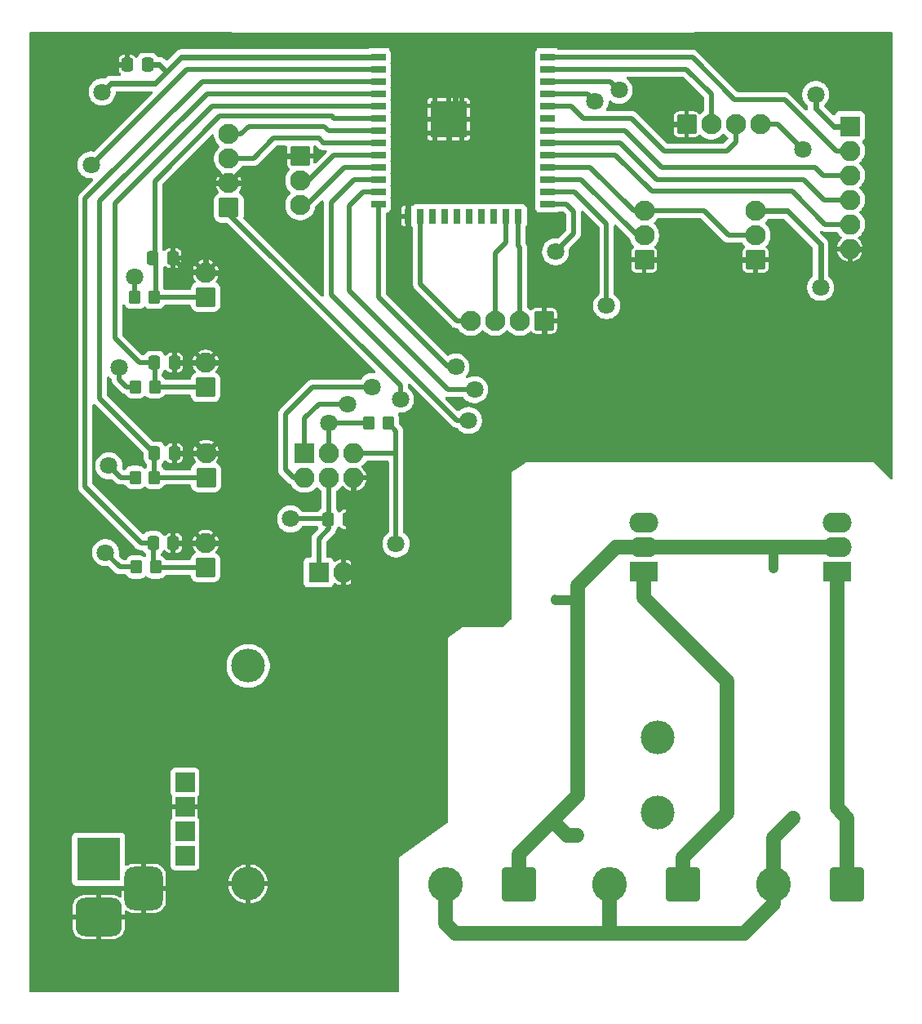
<source format=gbr>
%TF.GenerationSoftware,KiCad,Pcbnew,9.0.5*%
%TF.CreationDate,2025-10-21T15:42:54-03:00*%
%TF.ProjectId,v0.2,76302e32-2e6b-4696-9361-645f70636258,rev?*%
%TF.SameCoordinates,Original*%
%TF.FileFunction,Copper,L1,Top*%
%TF.FilePolarity,Positive*%
%FSLAX46Y46*%
G04 Gerber Fmt 4.6, Leading zero omitted, Abs format (unit mm)*
G04 Created by KiCad (PCBNEW 9.0.5) date 2025-10-21 15:42:54*
%MOMM*%
%LPD*%
G01*
G04 APERTURE LIST*
G04 Aperture macros list*
%AMRoundRect*
0 Rectangle with rounded corners*
0 $1 Rounding radius*
0 $2 $3 $4 $5 $6 $7 $8 $9 X,Y pos of 4 corners*
0 Add a 4 corners polygon primitive as box body*
4,1,4,$2,$3,$4,$5,$6,$7,$8,$9,$2,$3,0*
0 Add four circle primitives for the rounded corners*
1,1,$1+$1,$2,$3*
1,1,$1+$1,$4,$5*
1,1,$1+$1,$6,$7*
1,1,$1+$1,$8,$9*
0 Add four rect primitives between the rounded corners*
20,1,$1+$1,$2,$3,$4,$5,0*
20,1,$1+$1,$4,$5,$6,$7,0*
20,1,$1+$1,$6,$7,$8,$9,0*
20,1,$1+$1,$8,$9,$2,$3,0*%
G04 Aperture macros list end*
%TA.AperFunction,Conductor*%
%ADD10C,0.200000*%
%TD*%
%TA.AperFunction,SMDPad,CuDef*%
%ADD11RoundRect,0.250000X-0.350000X-0.450000X0.350000X-0.450000X0.350000X0.450000X-0.350000X0.450000X0*%
%TD*%
%TA.AperFunction,SMDPad,CuDef*%
%ADD12RoundRect,0.250000X-0.337500X-0.475000X0.337500X-0.475000X0.337500X0.475000X-0.337500X0.475000X0*%
%TD*%
%TA.AperFunction,SMDPad,CuDef*%
%ADD13RoundRect,0.250000X0.337500X0.475000X-0.337500X0.475000X-0.337500X-0.475000X0.337500X-0.475000X0*%
%TD*%
%TA.AperFunction,ComponentPad*%
%ADD14R,4.500000X4.500000*%
%TD*%
%TA.AperFunction,ComponentPad*%
%ADD15RoundRect,1.000000X1.400000X-1.000000X1.400000X1.000000X-1.400000X1.000000X-1.400000X-1.000000X0*%
%TD*%
%TA.AperFunction,ComponentPad*%
%ADD16RoundRect,1.000000X1.000000X-1.250000X1.000000X1.250000X-1.000000X1.250000X-1.000000X-1.250000X0*%
%TD*%
%TA.AperFunction,SMDPad,CuDef*%
%ADD17RoundRect,0.250000X0.350000X0.450000X-0.350000X0.450000X-0.350000X-0.450000X0.350000X-0.450000X0*%
%TD*%
%TA.AperFunction,SMDPad,CuDef*%
%ADD18R,1.500000X0.800000*%
%TD*%
%TA.AperFunction,SMDPad,CuDef*%
%ADD19R,0.800000X1.500000*%
%TD*%
%TA.AperFunction,SMDPad,CuDef*%
%ADD20R,0.900000X0.900000*%
%TD*%
%TA.AperFunction,HeatsinkPad*%
%ADD21C,0.600000*%
%TD*%
%TA.AperFunction,SMDPad,CuDef*%
%ADD22R,3.800000X3.800000*%
%TD*%
%TA.AperFunction,ComponentPad*%
%ADD23C,3.500000*%
%TD*%
%TA.AperFunction,ComponentPad*%
%ADD24O,3.500000X3.500000*%
%TD*%
%TA.AperFunction,ComponentPad*%
%ADD25R,3.000000X2.100000*%
%TD*%
%TA.AperFunction,ComponentPad*%
%ADD26O,3.000000X2.100000*%
%TD*%
%TA.AperFunction,ComponentPad*%
%ADD27RoundRect,0.301724X0.748276X-0.748276X0.748276X0.748276X-0.748276X0.748276X-0.748276X-0.748276X0*%
%TD*%
%TA.AperFunction,ComponentPad*%
%ADD28C,2.100000*%
%TD*%
%TA.AperFunction,ComponentPad*%
%ADD29RoundRect,0.428573X1.371427X1.371427X-1.371427X1.371427X-1.371427X-1.371427X1.371427X-1.371427X0*%
%TD*%
%TA.AperFunction,ComponentPad*%
%ADD30O,3.600000X3.600000*%
%TD*%
%TA.AperFunction,ComponentPad*%
%ADD31RoundRect,0.301724X0.748276X0.748276X-0.748276X0.748276X-0.748276X-0.748276X0.748276X-0.748276X0*%
%TD*%
%TA.AperFunction,ComponentPad*%
%ADD32RoundRect,0.301724X-0.748276X-0.748276X0.748276X-0.748276X0.748276X0.748276X-0.748276X0.748276X0*%
%TD*%
%TA.AperFunction,ComponentPad*%
%ADD33R,2.000000X2.000000*%
%TD*%
%TA.AperFunction,ComponentPad*%
%ADD34RoundRect,0.301724X-0.748276X0.748276X-0.748276X-0.748276X0.748276X-0.748276X0.748276X0.748276X0*%
%TD*%
%TA.AperFunction,ComponentPad*%
%ADD35R,2.100000X2.100000*%
%TD*%
%TA.AperFunction,ComponentPad*%
%ADD36O,2.100000X2.100000*%
%TD*%
%TA.AperFunction,ViaPad*%
%ADD37C,1.800000*%
%TD*%
%TA.AperFunction,ViaPad*%
%ADD38C,0.800000*%
%TD*%
%TA.AperFunction,ViaPad*%
%ADD39C,0.600000*%
%TD*%
%TA.AperFunction,Conductor*%
%ADD40C,0.500000*%
%TD*%
%TA.AperFunction,Conductor*%
%ADD41C,0.600000*%
%TD*%
%TA.AperFunction,Conductor*%
%ADD42C,1.500000*%
%TD*%
%TA.AperFunction,Conductor*%
%ADD43C,1.000000*%
%TD*%
%ADD44C,0.350000*%
%ADD45C,0.300000*%
%ADD46O,3.000000X1.000000*%
%ADD47O,1.000000X3.000000*%
%ADD48C,0.200000*%
G04 APERTURE END LIST*
%TO.N,GND*%
D10*
X65120000Y-60550000D02*
X67970000Y-60550000D01*
X67970000Y-61350000D01*
X65120000Y-61350000D01*
X65120000Y-60550000D01*
%TA.AperFunction,Conductor*%
G36*
X65120000Y-60550000D02*
G01*
X67970000Y-60550000D01*
X67970000Y-61350000D01*
X65120000Y-61350000D01*
X65120000Y-60550000D01*
G37*
%TD.AperFunction*%
X82570000Y-60600000D02*
X85420000Y-60600000D01*
X85420000Y-61400000D01*
X82570000Y-61400000D01*
X82570000Y-60600000D01*
%TA.AperFunction,Conductor*%
G36*
X82570000Y-60600000D02*
G01*
X85420000Y-60600000D01*
X85420000Y-61400000D01*
X82570000Y-61400000D01*
X82570000Y-60600000D01*
G37*
%TD.AperFunction*%
%TD*%
D11*
%TO.P,R2,1*%
%TO.N,+3.3V*%
X41200000Y-106400000D03*
%TO.P,R2,2*%
%TO.N,/In2*%
X43200000Y-106400000D03*
%TD*%
D12*
%TO.P,C5,1*%
%TO.N,/In4*%
X43032500Y-83650000D03*
%TO.P,C5,2*%
%TO.N,GND*%
X45107500Y-83650000D03*
%TD*%
D13*
%TO.P,C1,1*%
%TO.N,+3.3V*%
X42457500Y-63600000D03*
%TO.P,C1,2*%
%TO.N,GND*%
X40382500Y-63600000D03*
%TD*%
D11*
%TO.P,R1,1*%
%TO.N,+3.3V*%
X41320000Y-115700000D03*
%TO.P,R1,2*%
%TO.N,/In1*%
X43320000Y-115700000D03*
%TD*%
D12*
%TO.P,C7,1*%
%TO.N,/EN*%
X61212500Y-110750000D03*
%TO.P,C7,2*%
%TO.N,GND*%
X63287500Y-110750000D03*
%TD*%
D14*
%TO.P,J17,1*%
%TO.N,Net-(PS1-+Vout)*%
X37400000Y-146000000D03*
D15*
%TO.P,J17,2*%
%TO.N,GND*%
X37400000Y-152000000D03*
D16*
%TO.P,J17,3*%
X42100000Y-149000000D03*
%TD*%
D17*
%TO.P,R5,1*%
%TO.N,+3.3V*%
X67470000Y-100750000D03*
%TO.P,R5,2*%
%TO.N,/DTR*%
X65470000Y-100750000D03*
%TD*%
D18*
%TO.P,U1,1,GND*%
%TO.N,GND*%
X66470000Y-61550000D03*
%TO.P,U1,2,VDD*%
%TO.N,+3.3V*%
X66470000Y-62820000D03*
%TO.P,U1,3,EN*%
%TO.N,/EN*%
X66470000Y-64090000D03*
%TO.P,U1,4,SENSOR_VP*%
%TO.N,/In1*%
X66470000Y-65360000D03*
%TO.P,U1,5,SENSOR_VN*%
%TO.N,/In2*%
X66470000Y-66630000D03*
%TO.P,U1,6,IO34*%
%TO.N,/In3*%
X66470000Y-67900000D03*
%TO.P,U1,7,IO35*%
%TO.N,/In4*%
X66470000Y-69170000D03*
%TO.P,U1,8,IO32*%
%TO.N,/SDA*%
X66470000Y-70440000D03*
%TO.P,U1,9,IO33*%
%TO.N,/SCL*%
X66470000Y-71710000D03*
%TO.P,U1,10,IO25*%
%TO.N,/DAC_P*%
X66470000Y-72980000D03*
%TO.P,U1,11,IO26*%
%TO.N,/DAC_N*%
X66470000Y-74250000D03*
%TO.P,U1,12,IO27*%
%TO.N,/TRIAC_A*%
X66470000Y-75520000D03*
%TO.P,U1,13,IO14*%
%TO.N,/TRIAC_B*%
X66470000Y-76790000D03*
%TO.P,U1,14,IO12*%
%TO.N,/ZERO*%
X66470000Y-78060000D03*
D19*
%TO.P,U1,15,GND*%
%TO.N,GND*%
X69510000Y-79310000D03*
%TO.P,U1,16,IO13*%
%TO.N,/EN_A*%
X70780000Y-79310000D03*
%TO.P,U1,17,SHD/SD2*%
%TO.N,unconnected-(U1-SHD{slash}SD2-Pad17)*%
X72050000Y-79310000D03*
%TO.P,U1,18,SWP/SD3*%
%TO.N,unconnected-(U1-SWP{slash}SD3-Pad18)*%
X73320000Y-79310000D03*
%TO.P,U1,19,SCS/CMD*%
%TO.N,unconnected-(U1-SCS{slash}CMD-Pad19)*%
X74590000Y-79310000D03*
%TO.P,U1,20,SCK/CLK*%
%TO.N,unconnected-(U1-SCK{slash}CLK-Pad20)*%
X75860000Y-79310000D03*
%TO.P,U1,21,SDO/SD0*%
%TO.N,unconnected-(U1-SDO{slash}SD0-Pad21)*%
X77130000Y-79310000D03*
%TO.P,U1,22,SDI/SD1*%
%TO.N,unconnected-(U1-SDI{slash}SD1-Pad22)*%
X78400000Y-79310000D03*
%TO.P,U1,23,IO15*%
%TO.N,/IN_A_P*%
X79670000Y-79310000D03*
%TO.P,U1,24,IO2*%
%TO.N,/IN_A_N*%
X80940000Y-79310000D03*
D18*
%TO.P,U1,25,IO0*%
%TO.N,/DTR*%
X83970000Y-78060000D03*
%TO.P,U1,26,IO4*%
%TO.N,/EN_B*%
X83970000Y-76790000D03*
%TO.P,U1,27,IO16*%
%TO.N,/RX2*%
X83970000Y-75520000D03*
%TO.P,U1,28,IO17*%
%TO.N,/D_led*%
X83970000Y-74250000D03*
%TO.P,U1,29,IO5*%
%TO.N,/CE*%
X83970000Y-72980000D03*
%TO.P,U1,30,IO18*%
%TO.N,/CLK*%
X83970000Y-71710000D03*
%TO.P,U1,31,IO19*%
%TO.N,/MISO*%
X83970000Y-70440000D03*
%TO.P,U1,32,NC*%
%TO.N,unconnected-(U1-NC-Pad32)*%
X83970000Y-69170000D03*
%TO.P,U1,33,IO21*%
%TO.N,/IN_B_P*%
X83970000Y-67900000D03*
%TO.P,U1,34,RXD0/IO3*%
%TO.N,/RXD0*%
X83970000Y-66630000D03*
%TO.P,U1,35,TXD0/IO1*%
%TO.N,/TXD0*%
X83970000Y-65360000D03*
%TO.P,U1,36,IO22*%
%TO.N,/IN_B_N*%
X83970000Y-64090000D03*
%TO.P,U1,37,IO23*%
%TO.N,/MOSI*%
X83970000Y-62820000D03*
%TO.P,U1,38,GND*%
%TO.N,GND*%
X83970000Y-61550000D03*
D20*
%TO.P,U1,39,GND*%
X72320000Y-67870000D03*
D21*
X72320000Y-68570000D03*
D20*
X72320000Y-69270000D03*
D21*
X72320000Y-69970000D03*
D20*
X72320000Y-70670000D03*
D21*
X73020000Y-67870000D03*
X73020000Y-69270000D03*
X73020000Y-70670000D03*
X73695000Y-68570000D03*
X73695000Y-69970000D03*
D20*
X73720000Y-67870000D03*
X73720000Y-69270000D03*
D22*
X73720000Y-69270000D03*
D20*
X73720000Y-70670000D03*
D21*
X74420000Y-67870000D03*
X74420000Y-69270000D03*
X74420000Y-70670000D03*
D20*
X75120000Y-67870000D03*
D21*
X75120000Y-68570000D03*
D20*
X75120000Y-69270000D03*
D21*
X75120000Y-69970000D03*
D20*
X75120000Y-70670000D03*
%TD*%
D11*
%TO.P,R4,1*%
%TO.N,+3.3V*%
X41182500Y-87740000D03*
%TO.P,R4,2*%
%TO.N,/In4*%
X43182500Y-87740000D03*
%TD*%
%TO.P,R3,1*%
%TO.N,+3.3V*%
X41220000Y-97000000D03*
%TO.P,R3,2*%
%TO.N,/In3*%
X43220000Y-97000000D03*
%TD*%
D23*
%TO.P,PS1,1,AC/L*%
%TO.N,/FASE*%
X95432500Y-141150000D03*
D24*
%TO.P,PS1,2,AC/N*%
%TO.N,/NEUTRO*%
X95432500Y-133350000D03*
%TO.P,PS1,3,-Vout*%
%TO.N,GND*%
X52932500Y-148550000D03*
%TO.P,PS1,4,+Vout*%
%TO.N,Net-(PS1-+Vout)*%
X52932500Y-125950000D03*
%TD*%
D12*
%TO.P,C2,1*%
%TO.N,/In1*%
X43082500Y-113200000D03*
%TO.P,C2,2*%
%TO.N,GND*%
X45157500Y-113200000D03*
%TD*%
%TO.P,C3,1*%
%TO.N,/In2*%
X43182500Y-103900000D03*
%TO.P,C3,2*%
%TO.N,GND*%
X45257500Y-103900000D03*
%TD*%
%TO.P,C4,1*%
%TO.N,/In3*%
X43182500Y-94500000D03*
%TO.P,C4,2*%
%TO.N,GND*%
X45257500Y-94500000D03*
%TD*%
D25*
%TO.P,Q1,1,A1*%
%TO.N,Net-(J14-Pin_1)*%
X94000000Y-116200000D03*
D26*
%TO.P,Q1,2,A2*%
%TO.N,/FASE*%
X94000000Y-113660000D03*
%TO.P,Q1,3,G*%
%TO.N,Net-(Q1-G)*%
X94000000Y-111120000D03*
%TD*%
D27*
%TO.P,J6,1,Pin_1*%
%TO.N,GND*%
X105570000Y-83850000D03*
D28*
%TO.P,J6,2,Pin_2*%
%TO.N,/D_led*%
X105570000Y-81310000D03*
%TO.P,J6,3,Pin_3*%
%TO.N,+3.3V_fused*%
X105570000Y-78770000D03*
%TD*%
D25*
%TO.P,Q2,1,A1*%
%TO.N,Net-(J15-Pin_1)*%
X114000000Y-116200000D03*
D26*
%TO.P,Q2,2,A2*%
%TO.N,/FASE*%
X114000000Y-113660000D03*
%TO.P,Q2,3,G*%
%TO.N,Net-(Q2-G)*%
X114000000Y-111120000D03*
%TD*%
D29*
%TO.P,J15,1,Pin_1*%
%TO.N,Net-(J15-Pin_1)*%
X115062000Y-148590000D03*
D30*
%TO.P,J15,2,Pin_2*%
%TO.N,/NEUTRO*%
X107442000Y-148590000D03*
%TD*%
D27*
%TO.P,J3,1,Pin_1*%
%TO.N,/In2*%
X48557500Y-106400000D03*
D28*
%TO.P,J3,2,Pin_2*%
%TO.N,GND*%
X48557500Y-103860000D03*
%TD*%
D27*
%TO.P,J11,1,Pin_1*%
%TO.N,+3.3V_fused*%
X50920000Y-78450000D03*
D28*
%TO.P,J11,2,Pin_2*%
%TO.N,GND*%
X50920000Y-75910000D03*
%TO.P,J11,3,Pin_3*%
%TO.N,/SCL*%
X50920000Y-73370000D03*
%TO.P,J11,4,Pin_4*%
%TO.N,/SDA*%
X50920000Y-70830000D03*
%TD*%
D31*
%TO.P,J9,1,Pin_1*%
%TO.N,GND*%
X83620000Y-90150000D03*
D28*
%TO.P,J9,2,Pin_2*%
%TO.N,/IN_A_N*%
X81080000Y-90150000D03*
%TO.P,J9,3,Pin_3*%
%TO.N,/IN_A_P*%
X78540000Y-90150000D03*
%TO.P,J9,4,Pin_4*%
%TO.N,/EN_A*%
X76000000Y-90150000D03*
%TD*%
D32*
%TO.P,J10,1,Pin_1*%
%TO.N,GND*%
X98420000Y-69800000D03*
D28*
%TO.P,J10,2,Pin_2*%
%TO.N,/IN_B_N*%
X100960000Y-69800000D03*
%TO.P,J10,3,Pin_3*%
%TO.N,/IN_B_P*%
X103500000Y-69800000D03*
%TO.P,J10,4,Pin_4*%
%TO.N,/EN_B*%
X106040000Y-69800000D03*
%TD*%
D27*
%TO.P,J2,1,Pin_1*%
%TO.N,/In1*%
X48507500Y-115750000D03*
D28*
%TO.P,J2,2,Pin_2*%
%TO.N,GND*%
X48507500Y-113210000D03*
%TD*%
D29*
%TO.P,J16,1,Pin_1*%
%TO.N,/FASE*%
X81026000Y-148590000D03*
D30*
%TO.P,J16,2,Pin_2*%
%TO.N,/NEUTRO*%
X73406000Y-148590000D03*
%TD*%
D27*
%TO.P,J5,1,Pin_1*%
%TO.N,/In4*%
X48520000Y-87700000D03*
D28*
%TO.P,J5,2,Pin_2*%
%TO.N,GND*%
X48520000Y-85160000D03*
%TD*%
D33*
%TO.P,U6,EN,EN*%
%TO.N,Net-(PS1-+Vout)*%
X46357500Y-145632500D03*
%TO.P,U6,GND,GND*%
%TO.N,GND*%
X46357500Y-140552500D03*
%TO.P,U6,IN+,IN+*%
%TO.N,Net-(PS1-+Vout)*%
X46357500Y-143092500D03*
%TO.P,U6,VO+,VO+*%
%TO.N,+3.3V*%
X46357500Y-138012500D03*
%TD*%
D27*
%TO.P,J4,1,Pin_1*%
%TO.N,/In3*%
X48507500Y-97050000D03*
D28*
%TO.P,J4,2,Pin_2*%
%TO.N,GND*%
X48507500Y-94510000D03*
%TD*%
D34*
%TO.P,J12,1,Pin_1*%
%TO.N,GND*%
X58320000Y-73100000D03*
D28*
%TO.P,J12,2,Pin_2*%
%TO.N,/DAC_P*%
X58320000Y-75640000D03*
%TO.P,J12,3,Pin_3*%
%TO.N,/DAC_N*%
X58320000Y-78180000D03*
%TD*%
D29*
%TO.P,J14,1,Pin_1*%
%TO.N,Net-(J14-Pin_1)*%
X98044000Y-148590000D03*
D30*
%TO.P,J14,2,Pin_2*%
%TO.N,/NEUTRO*%
X90424000Y-148590000D03*
%TD*%
D35*
%TO.P,J1,1,Pin_1*%
%TO.N,/RXD0*%
X58780000Y-103910000D03*
D36*
%TO.P,J1,2,Pin_2*%
%TO.N,/TXD0*%
X58780000Y-106450000D03*
%TO.P,J1,3,Pin_3*%
%TO.N,/DTR*%
X61320000Y-103910000D03*
%TO.P,J1,4,Pin_4*%
%TO.N,/EN*%
X61320000Y-106450000D03*
%TO.P,J1,5,Pin_5*%
%TO.N,+3.3V*%
X63860000Y-103910000D03*
%TO.P,J1,6,Pin_6*%
%TO.N,GND*%
X63860000Y-106450000D03*
%TD*%
D35*
%TO.P,J7,1,Pin_1*%
%TO.N,/EN*%
X60250000Y-116250000D03*
D36*
%TO.P,J7,2,Pin_2*%
%TO.N,GND*%
X62790000Y-116250000D03*
%TD*%
D27*
%TO.P,J13,1,Pin_1*%
%TO.N,GND*%
X94020000Y-83850000D03*
D28*
%TO.P,J13,2,Pin_2*%
%TO.N,/RX2*%
X94020000Y-81310000D03*
%TO.P,J13,3,Pin_3*%
%TO.N,/D_led*%
X94020000Y-78770000D03*
%TD*%
D35*
%TO.P,J8,1,Pin_1*%
%TO.N,+3.3V_fused*%
X115370000Y-70000000D03*
D36*
%TO.P,J8,2,Pin_2*%
%TO.N,/MOSI*%
X115370000Y-72540000D03*
%TO.P,J8,3,Pin_3*%
%TO.N,/MISO*%
X115370000Y-75080000D03*
%TO.P,J8,4,Pin_4*%
%TO.N,/CLK*%
X115370000Y-77620000D03*
%TO.P,J8,5,Pin_5*%
%TO.N,/CE*%
X115370000Y-80160000D03*
%TO.P,J8,6,Pin_6*%
%TO.N,GND*%
X115370000Y-82700000D03*
%TD*%
D37*
%TO.N,+3.3V*%
X38470000Y-105200000D03*
X41170000Y-85600000D03*
X38120000Y-114200000D03*
X39520000Y-95000000D03*
X37770000Y-66450000D03*
X68270000Y-113300000D03*
%TO.N,GND*%
X54400000Y-114400000D03*
X107000000Y-62400000D03*
X34220000Y-66400000D03*
X94220000Y-67300000D03*
X68970000Y-84300000D03*
X42000000Y-140500000D03*
X98770000Y-82000000D03*
X36200000Y-124200000D03*
X76400000Y-105600000D03*
X61976000Y-156210000D03*
X113600000Y-92800000D03*
X58070000Y-92450000D03*
%TO.N,/EN*%
X36620001Y-73999999D03*
X57320000Y-110700000D03*
D38*
%TO.N,/NEUTRO*%
X109474000Y-141732000D03*
%TO.N,/FASE*%
X84709000Y-118999000D03*
D39*
X87000000Y-143500000D03*
D38*
X107442000Y-115824000D03*
D37*
%TO.N,+3.3V_fused*%
X68720000Y-98300000D03*
X112320000Y-86700000D03*
X111820000Y-66700000D03*
%TO.N,/DTR*%
X61320000Y-100800000D03*
X84820000Y-83000000D03*
%TO.N,/TXD0*%
X91420000Y-66250000D03*
X65800000Y-97000004D03*
%TO.N,/RXD0*%
X63200000Y-98799998D03*
X88920000Y-67400000D03*
%TO.N,/EN_B*%
X110470002Y-72400000D03*
X90120000Y-88600000D03*
%TO.N,/TRIAC_A*%
X75800006Y-100500000D03*
%TO.N,/TRIAC_B*%
X76420000Y-97300000D03*
%TO.N,/ZERO*%
X74470000Y-94950000D03*
%TD*%
D40*
%TO.N,+3.3V*%
X41182500Y-87740000D02*
X41182500Y-85612500D01*
D41*
X46000000Y-62820000D02*
X66470000Y-62820000D01*
D40*
X41320000Y-115700000D02*
X39620000Y-115700000D01*
X39670000Y-106400000D02*
X38470000Y-105200000D01*
X41182500Y-85612500D02*
X41170000Y-85600000D01*
D41*
X37770000Y-66450000D02*
X38670000Y-65550000D01*
D40*
X39520000Y-96250000D02*
X39520000Y-95000000D01*
D41*
X43270000Y-65550000D02*
X44820000Y-64000000D01*
D40*
X41220000Y-97000000D02*
X40270000Y-97000000D01*
D41*
X38670000Y-65550000D02*
X43270000Y-65550000D01*
X44470000Y-64350000D02*
X43720000Y-63600000D01*
D40*
X41200000Y-106400000D02*
X39670000Y-106400000D01*
X40270000Y-97000000D02*
X39520000Y-96250000D01*
X68270000Y-113300000D02*
X68270000Y-101650000D01*
D41*
X44820000Y-64000000D02*
X46000000Y-62820000D01*
X43720000Y-63600000D02*
X42457500Y-63600000D01*
D40*
X39620000Y-115700000D02*
X38120000Y-114200000D01*
X63860000Y-103910000D02*
X68270000Y-103910000D01*
X68270000Y-101650000D02*
X67470000Y-100750000D01*
D41*
%TO.N,GND*%
X39070000Y-61550000D02*
X74420000Y-61550000D01*
X118200000Y-65000000D02*
X115600000Y-62400000D01*
X69510000Y-87190000D02*
X75520000Y-93200000D01*
X50920000Y-75910000D02*
X49360000Y-75910000D01*
X48520000Y-76750000D02*
X48520000Y-85160000D01*
X95920000Y-88862096D02*
X92907096Y-91875000D01*
X94220000Y-68220000D02*
X94220000Y-67300000D01*
X34220000Y-66400000D02*
X39070000Y-61550000D01*
X39120000Y-63600000D02*
X38070000Y-62550000D01*
X63857500Y-110430000D02*
X63857500Y-106452500D01*
X63860002Y-117739998D02*
X63860002Y-116250000D01*
X83620000Y-91650000D02*
X83395000Y-91875000D01*
X51220000Y-104700000D02*
X51220000Y-111900000D01*
X69510000Y-79310000D02*
X69510000Y-87190000D01*
X50920000Y-75910000D02*
X53060000Y-75910000D01*
X45257500Y-94500000D02*
X48497500Y-94500000D01*
X46557500Y-85100000D02*
X48460000Y-85100000D01*
X92907096Y-91875000D02*
X83395000Y-91875000D01*
X45257500Y-103900000D02*
X48517500Y-103900000D01*
X63860000Y-115180000D02*
X63860000Y-110750000D01*
X50380000Y-103860000D02*
X51220000Y-104700000D01*
X106150000Y-61550000D02*
X107000000Y-62400000D01*
X74420000Y-67870000D02*
X74420000Y-61550000D01*
X105570000Y-83850000D02*
X94020000Y-83850000D01*
X98420000Y-69800000D02*
X95800000Y-69800000D01*
X95920000Y-83850000D02*
X95920000Y-88862096D01*
X48517500Y-103900000D02*
X48557500Y-103860000D01*
X51220000Y-111900000D02*
X49910000Y-113210000D01*
D40*
X63287500Y-110750000D02*
X63860000Y-110750000D01*
D41*
X95800000Y-69800000D02*
X94220000Y-68220000D01*
X48497500Y-94500000D02*
X48507500Y-94510000D01*
X51220000Y-95700000D02*
X50030000Y-94510000D01*
X63860000Y-110432500D02*
X63857500Y-110430000D01*
X50030000Y-94510000D02*
X48507500Y-94510000D01*
X50110000Y-94510000D02*
X48507500Y-94510000D01*
X48557500Y-103860000D02*
X50160000Y-103860000D01*
X40382500Y-63600000D02*
X39120000Y-63600000D01*
X50160000Y-103860000D02*
X51220000Y-102800000D01*
X115600000Y-62400000D02*
X107000000Y-62400000D01*
X48460000Y-85100000D02*
X48520000Y-85160000D01*
X50280000Y-85160000D02*
X51220000Y-86100000D01*
X49360000Y-75910000D02*
X48520000Y-76750000D01*
X83620000Y-90150000D02*
X83620000Y-91650000D01*
X63860002Y-116250000D02*
X62790000Y-116250000D01*
X55870000Y-73100000D02*
X58320000Y-73100000D01*
X55500000Y-118800000D02*
X62800000Y-118800000D01*
X49910000Y-113210000D02*
X48507500Y-113210000D01*
X63860000Y-110750000D02*
X63860000Y-110432500D01*
X75520000Y-93200000D02*
X82070000Y-93200000D01*
X51220000Y-93400000D02*
X50110000Y-94510000D01*
X45157500Y-113200000D02*
X48497500Y-113200000D01*
X51220000Y-102800000D02*
X51220000Y-95700000D01*
X49910000Y-113210000D02*
X55500000Y-118800000D01*
X69510000Y-76960000D02*
X69510000Y-79310000D01*
X45107500Y-83650000D02*
X46557500Y-85100000D01*
X63860002Y-116250000D02*
X63860002Y-115260000D01*
X115370000Y-82700000D02*
X116900000Y-82700000D01*
X48497500Y-113200000D02*
X48507500Y-113210000D01*
X83970000Y-61550000D02*
X106150000Y-61550000D01*
X83970000Y-61550000D02*
X74420000Y-61550000D01*
X48557500Y-103860000D02*
X50380000Y-103860000D01*
X82070000Y-93200000D02*
X83395000Y-91875000D01*
X48520000Y-85160000D02*
X50280000Y-85160000D01*
X62800000Y-118800000D02*
X63860002Y-117739998D01*
X53060000Y-75910000D02*
X55870000Y-73100000D01*
X118200000Y-81400000D02*
X118200000Y-65000000D01*
X51220000Y-86100000D02*
X51220000Y-93400000D01*
X73720000Y-69270000D02*
X73720000Y-72750000D01*
X116900000Y-82700000D02*
X118200000Y-81400000D01*
X73720000Y-72750000D02*
X69510000Y-76960000D01*
D40*
%TO.N,/In1*%
X48160000Y-65360000D02*
X36020000Y-77500000D01*
X41820000Y-113200000D02*
X43082500Y-113200000D01*
X43082500Y-113200000D02*
X43082500Y-115462500D01*
X36020000Y-107400000D02*
X41820000Y-113200000D01*
X43082500Y-115462500D02*
X43320000Y-115700000D01*
X66470000Y-65360000D02*
X48160000Y-65360000D01*
X36020000Y-77500000D02*
X36020000Y-107400000D01*
X48507500Y-115750000D02*
X43370000Y-115750000D01*
X43370000Y-115750000D02*
X43320000Y-115700000D01*
%TO.N,/In2*%
X37520000Y-77750000D02*
X37520000Y-98237500D01*
X43182500Y-103900000D02*
X43182500Y-106382500D01*
X43182500Y-106382500D02*
X43200000Y-106400000D01*
X37520000Y-98237500D02*
X43182500Y-103900000D01*
X48640000Y-66630000D02*
X37520000Y-77750000D01*
X66470000Y-66630000D02*
X48640000Y-66630000D01*
X43200000Y-106400000D02*
X48557500Y-106400000D01*
%TO.N,/In3*%
X39120000Y-91950000D02*
X41670000Y-94500000D01*
X48507500Y-97050000D02*
X43270000Y-97050000D01*
X41670000Y-94500000D02*
X43182500Y-94500000D01*
X43220000Y-97000000D02*
X43220000Y-94537500D01*
X43270000Y-97050000D02*
X43220000Y-97000000D01*
X43220000Y-94537500D02*
X43182500Y-94500000D01*
X39120000Y-78000000D02*
X39120000Y-91950000D01*
X66470000Y-67900000D02*
X49220000Y-67900000D01*
X49220000Y-67900000D02*
X39120000Y-78000000D01*
%TO.N,/In4*%
X43382500Y-87540000D02*
X43182500Y-87740000D01*
X43032500Y-83650000D02*
X43232500Y-83450000D01*
X43382500Y-84000000D02*
X43382500Y-87540000D01*
X43232500Y-75687500D02*
X49970000Y-68950000D01*
X49970000Y-68950000D02*
X61600000Y-68950000D01*
X61820000Y-69170000D02*
X66470000Y-69170000D01*
X61600000Y-68950000D02*
X61820000Y-69170000D01*
X43182500Y-87740000D02*
X48480000Y-87740000D01*
X43232500Y-83450000D02*
X43232500Y-75687500D01*
X43032500Y-83650000D02*
X43382500Y-84000000D01*
X48480000Y-87740000D02*
X48520000Y-87700000D01*
%TO.N,/EN*%
X60250000Y-116250000D02*
X60250000Y-112750000D01*
X61320000Y-106450000D02*
X61320000Y-110607500D01*
X61320000Y-111680000D02*
X61320000Y-110650000D01*
X61270000Y-110700000D02*
X61320000Y-110650000D01*
X57320000Y-110700000D02*
X61270000Y-110700000D01*
X60250000Y-112750000D02*
X61320000Y-111680000D01*
X66470000Y-64090000D02*
X46530000Y-64090000D01*
X46530000Y-64090000D02*
X36620001Y-73999999D01*
D42*
%TO.N,/NEUTRO*%
X107442000Y-148590000D02*
X107442000Y-150622000D01*
X73406000Y-152636000D02*
X74440000Y-153670000D01*
X107442000Y-150622000D02*
X104394000Y-153670000D01*
X90424000Y-148590000D02*
X90424000Y-153416000D01*
X74440000Y-153670000D02*
X90678000Y-153670000D01*
X109474000Y-141732000D02*
X107442000Y-143764000D01*
X104394000Y-153670000D02*
X90678000Y-153670000D01*
X73406000Y-148590000D02*
X73406000Y-152636000D01*
X107442000Y-143764000D02*
X107442000Y-147838000D01*
X90424000Y-153416000D02*
X90678000Y-153670000D01*
%TO.N,/FASE*%
X87122000Y-117602000D02*
X91064000Y-113660000D01*
X84500000Y-142000000D02*
X81026000Y-145474000D01*
X114000000Y-113660000D02*
X107442000Y-113660000D01*
X91064000Y-113660000D02*
X94000000Y-113660000D01*
X87122000Y-119126000D02*
X87122000Y-117602000D01*
X84500000Y-142000000D02*
X86000000Y-143500000D01*
X86000000Y-143500000D02*
X87000000Y-143500000D01*
D43*
X84836000Y-119126000D02*
X87122000Y-119126000D01*
D42*
X107442000Y-113660000D02*
X94000000Y-113660000D01*
X87122000Y-119126000D02*
X87122000Y-139378000D01*
X81026000Y-145474000D02*
X81026000Y-148590000D01*
X87122000Y-139378000D02*
X84500000Y-142000000D01*
D43*
X107442000Y-115824000D02*
X107442000Y-113660000D01*
D41*
X84709000Y-118999000D02*
X84836000Y-119126000D01*
D40*
%TO.N,/D_led*%
X102770000Y-81310000D02*
X105570000Y-81310000D01*
X92940000Y-78770000D02*
X100230000Y-78770000D01*
X88420000Y-74250000D02*
X92940000Y-78770000D01*
X100230000Y-78770000D02*
X102770000Y-81310000D01*
X83885000Y-74250000D02*
X88420000Y-74250000D01*
%TO.N,+3.3V_fused*%
X68720000Y-96900000D02*
X68720000Y-98300000D01*
D41*
X113670000Y-70000000D02*
X111820000Y-68150000D01*
X105570000Y-78770000D02*
X108840000Y-78770000D01*
X108840000Y-78770000D02*
X112320000Y-82250000D01*
D40*
X68720000Y-96900000D02*
X50920000Y-79100000D01*
X50920000Y-79100000D02*
X50920000Y-78450000D01*
D41*
X115370000Y-70000000D02*
X113670000Y-70000000D01*
X112320000Y-82250000D02*
X112320000Y-86700000D01*
X111820000Y-68150000D02*
X111820000Y-66700000D01*
D40*
%TO.N,/DTR*%
X61320000Y-103910000D02*
X61320000Y-100800000D01*
X86720000Y-81100000D02*
X86720000Y-78860000D01*
X84820000Y-83000000D02*
X86720000Y-81100000D01*
X86720000Y-78860000D02*
X85920000Y-78060000D01*
X65470000Y-100750000D02*
X61370000Y-100750000D01*
X85920000Y-78060000D02*
X83970000Y-78060000D01*
X61370000Y-100750000D02*
X61320000Y-100800000D01*
%TO.N,/TXD0*%
X90530000Y-65360000D02*
X91420000Y-66250000D01*
X58780000Y-106450000D02*
X57650000Y-106450000D01*
X59609996Y-97000004D02*
X65800000Y-97000004D01*
X56800000Y-105600000D02*
X56800000Y-99810000D01*
X83970000Y-65360000D02*
X90530000Y-65360000D01*
X57650000Y-106450000D02*
X56800000Y-105600000D01*
X56800000Y-99810000D02*
X59609996Y-97000004D01*
%TO.N,/RXD0*%
X60270002Y-98799998D02*
X63200000Y-98799998D01*
X58780000Y-100290000D02*
X60270002Y-98799998D01*
X83970000Y-66630000D02*
X88150000Y-66630000D01*
X88150000Y-66630000D02*
X88920000Y-67400000D01*
X58780000Y-103910000D02*
X58780000Y-100290000D01*
%TO.N,/CE*%
X91050000Y-72980000D02*
X94820000Y-76750000D01*
X94820000Y-76750000D02*
X109370000Y-76750000D01*
X83970000Y-72980000D02*
X91050000Y-72980000D01*
X109370000Y-76750000D02*
X112780000Y-80160000D01*
X112780000Y-80160000D02*
X115370000Y-80160000D01*
%TO.N,/CLK*%
X112690000Y-77620000D02*
X110570000Y-75500000D01*
X95320000Y-75500000D02*
X91530000Y-71710000D01*
X110570000Y-75500000D02*
X95320000Y-75500000D01*
X91530000Y-71710000D02*
X83970000Y-71710000D01*
X115370000Y-77620000D02*
X112690000Y-77620000D01*
%TO.N,/MOSI*%
X113940000Y-72540000D02*
X115370000Y-72540000D01*
X103400000Y-67200000D02*
X108600000Y-67200000D01*
X99020000Y-62820000D02*
X103400000Y-67200000D01*
X83970000Y-62820000D02*
X99020000Y-62820000D01*
X108600000Y-67200000D02*
X113940000Y-72540000D01*
%TO.N,/MISO*%
X111750000Y-74230000D02*
X95850000Y-74230000D01*
X92060000Y-70440000D02*
X83970000Y-70440000D01*
X115370000Y-75080000D02*
X112600000Y-75080000D01*
X112600000Y-75080000D02*
X111750000Y-74230000D01*
X95850000Y-74230000D02*
X92060000Y-70440000D01*
%TO.N,/IN_A_N*%
X81080000Y-82540000D02*
X80940000Y-82400000D01*
X81080000Y-90150000D02*
X81080000Y-82540000D01*
X80940000Y-82400000D02*
X80940000Y-79310000D01*
%TO.N,/IN_A_P*%
X78540000Y-90150000D02*
X78540000Y-83180000D01*
X79670000Y-82050000D02*
X79670000Y-79310000D01*
X78540000Y-83180000D02*
X79670000Y-82050000D01*
%TO.N,/EN_A*%
X70780000Y-86380000D02*
X74550000Y-90150000D01*
X74550000Y-90150000D02*
X76000000Y-90150000D01*
X70780000Y-79310000D02*
X70780000Y-86380000D01*
%TO.N,/IN_B_N*%
X98410000Y-64090000D02*
X83970000Y-64090000D01*
X100960000Y-69800000D02*
X100960000Y-66640000D01*
X100960000Y-66640000D02*
X98410000Y-64090000D01*
%TO.N,/EN_B*%
X90120000Y-80100000D02*
X90120000Y-88600000D01*
X83970000Y-76790000D02*
X86810000Y-76790000D01*
X86810000Y-76790000D02*
X90120000Y-80100000D01*
X106040000Y-69800000D02*
X107870002Y-69800000D01*
X107870002Y-69800000D02*
X110470002Y-72400000D01*
%TO.N,/IN_B_P*%
X103500000Y-71620000D02*
X103500000Y-69800000D01*
X92720000Y-69150000D02*
X96120000Y-72550000D01*
X87720000Y-69150000D02*
X92720000Y-69150000D01*
X102570000Y-72550000D02*
X103500000Y-71620000D01*
X86470000Y-67900000D02*
X87720000Y-69150000D01*
X96120000Y-72550000D02*
X102570000Y-72550000D01*
X83970000Y-67900000D02*
X86470000Y-67900000D01*
%TO.N,/SDA*%
X52980365Y-70000000D02*
X52150365Y-70830000D01*
X60820000Y-70000000D02*
X52980365Y-70000000D01*
X61260000Y-70440000D02*
X60820000Y-70000000D01*
X52150365Y-70830000D02*
X50920000Y-70830000D01*
X66370000Y-70440000D02*
X61260000Y-70440000D01*
%TO.N,/SCL*%
X60730000Y-71710000D02*
X66370000Y-71710000D01*
X60270000Y-71250000D02*
X60730000Y-71710000D01*
X53470000Y-73350000D02*
X55570000Y-71250000D01*
X50940000Y-73350000D02*
X53470000Y-73350000D01*
X55570000Y-71250000D02*
X60270000Y-71250000D01*
X50920000Y-73370000D02*
X50940000Y-73350000D01*
%TO.N,/DAC_P*%
X61840000Y-72980000D02*
X59180000Y-75640000D01*
X66370000Y-72980000D02*
X61840000Y-72980000D01*
X59180000Y-75640000D02*
X58320000Y-75640000D01*
%TO.N,/RX2*%
X87490000Y-75520000D02*
X93280000Y-81310000D01*
X83885000Y-75520000D02*
X87490000Y-75520000D01*
X93280000Y-81310000D02*
X94020000Y-81310000D01*
%TO.N,/TRIAC_A*%
X61520000Y-77900000D02*
X61520000Y-87450000D01*
X63900000Y-75520000D02*
X61520000Y-77900000D01*
X66370000Y-75520000D02*
X63900000Y-75520000D01*
X61520000Y-87450000D02*
X74570000Y-100500000D01*
X74570000Y-100500000D02*
X75800006Y-100500000D01*
%TO.N,/TRIAC_B*%
X73670000Y-97300000D02*
X76420000Y-97300000D01*
X66470000Y-76790000D02*
X64880000Y-76790000D01*
X63430000Y-87060000D02*
X73670000Y-97300000D01*
X63430000Y-78240000D02*
X63430000Y-87060000D01*
X64880000Y-76790000D02*
X63430000Y-78240000D01*
%TO.N,/DAC_N*%
X62920000Y-74250000D02*
X58990000Y-78180000D01*
X58990000Y-78180000D02*
X58320000Y-78180000D01*
X66370000Y-74250000D02*
X62920000Y-74250000D01*
%TO.N,/ZERO*%
X73670000Y-94950000D02*
X74470000Y-94950000D01*
X66470000Y-87750000D02*
X73670000Y-94950000D01*
X66470000Y-78060000D02*
X66470000Y-87750000D01*
D42*
%TO.N,Net-(J15-Pin_1)*%
X115062000Y-141732000D02*
X114000000Y-140670000D01*
X114000000Y-140670000D02*
X114000000Y-116200000D01*
X115062000Y-148590000D02*
X115062000Y-141732000D01*
%TO.N,Net-(J14-Pin_1)*%
X98044000Y-148590000D02*
X98044000Y-145796000D01*
X94000000Y-118892000D02*
X94000000Y-116200000D01*
X102616000Y-141224000D02*
X102616000Y-127508000D01*
X102616000Y-127508000D02*
X94000000Y-118892000D01*
X98044000Y-145796000D02*
X102616000Y-141224000D01*
%TD*%
%TA.AperFunction,Conductor*%
%TO.N,GND*%
G36*
X56917828Y-72020462D02*
G01*
X56972366Y-72075000D01*
X56992328Y-72149500D01*
X56987250Y-72188069D01*
X56985486Y-72194650D01*
X56970000Y-72312281D01*
X56970000Y-72850000D01*
X57829252Y-72850000D01*
X57807482Y-72887708D01*
X57770000Y-73027591D01*
X57770000Y-73172409D01*
X57807482Y-73312292D01*
X57829252Y-73350000D01*
X56970001Y-73350000D01*
X56970001Y-73887707D01*
X56985488Y-74005360D01*
X57046119Y-74151735D01*
X57142568Y-74277428D01*
X57142571Y-74277431D01*
X57204267Y-74324773D01*
X57251220Y-74385963D01*
X57261286Y-74462432D01*
X57231770Y-74533688D01*
X57218921Y-74548340D01*
X57137347Y-74629914D01*
X57137344Y-74629918D01*
X56993895Y-74827358D01*
X56993892Y-74827364D01*
X56883101Y-75044804D01*
X56883094Y-75044821D01*
X56832015Y-75202027D01*
X56807679Y-75276924D01*
X56769500Y-75517973D01*
X56769500Y-75762027D01*
X56807679Y-76003076D01*
X56883096Y-76235185D01*
X56883100Y-76235194D01*
X56883101Y-76235195D01*
X56993892Y-76452635D01*
X56993895Y-76452641D01*
X57065619Y-76551361D01*
X57113714Y-76617558D01*
X57137344Y-76650081D01*
X57137346Y-76650084D01*
X57291903Y-76804641D01*
X57330467Y-76871436D01*
X57330467Y-76948564D01*
X57291903Y-77015359D01*
X57137346Y-77169915D01*
X57137344Y-77169918D01*
X56993895Y-77367358D01*
X56993892Y-77367364D01*
X56883101Y-77584804D01*
X56883094Y-77584821D01*
X56807679Y-77816923D01*
X56800043Y-77865133D01*
X56769500Y-78057973D01*
X56769500Y-78302027D01*
X56807679Y-78543076D01*
X56883096Y-78775185D01*
X56883100Y-78775194D01*
X56883101Y-78775195D01*
X56993892Y-78992635D01*
X56993895Y-78992641D01*
X57038724Y-79054342D01*
X57137345Y-79190083D01*
X57309917Y-79362655D01*
X57507361Y-79506106D01*
X57724815Y-79616904D01*
X57956924Y-79692321D01*
X58197973Y-79730500D01*
X58197978Y-79730500D01*
X58442022Y-79730500D01*
X58442027Y-79730500D01*
X58683076Y-79692321D01*
X58915185Y-79616904D01*
X59132639Y-79506106D01*
X59330083Y-79362655D01*
X59502655Y-79190083D01*
X59646106Y-78992639D01*
X59756904Y-78775185D01*
X59832321Y-78543076D01*
X59851852Y-78419756D01*
X59883223Y-78349298D01*
X59893649Y-78337717D01*
X60515141Y-77716226D01*
X60581936Y-77677662D01*
X60659064Y-77677662D01*
X60725859Y-77716226D01*
X60764423Y-77783021D01*
X60769500Y-77821585D01*
X60769500Y-87528414D01*
X60749538Y-87602914D01*
X60695000Y-87657452D01*
X60620500Y-87677414D01*
X60546000Y-87657452D01*
X60515141Y-87633773D01*
X52470717Y-79589349D01*
X52432153Y-79522554D01*
X52432153Y-79445426D01*
X52435433Y-79434792D01*
X52455335Y-79377917D01*
X52470500Y-79243326D01*
X52470500Y-77656674D01*
X52455335Y-77522083D01*
X52395628Y-77351450D01*
X52299449Y-77198381D01*
X52171619Y-77070551D01*
X52171615Y-77070548D01*
X52014014Y-76971522D01*
X51961553Y-76914984D01*
X51944390Y-76839789D01*
X51967124Y-76766088D01*
X51972743Y-76757779D01*
X52074620Y-76617558D01*
X52074621Y-76617555D01*
X52171093Y-76428220D01*
X52236757Y-76226128D01*
X52270000Y-76016242D01*
X52270000Y-75803757D01*
X52236757Y-75593871D01*
X52171093Y-75391779D01*
X52074621Y-75202444D01*
X52035270Y-75148282D01*
X51443787Y-75739764D01*
X51432518Y-75697708D01*
X51360110Y-75572292D01*
X51257708Y-75469890D01*
X51132292Y-75397482D01*
X51090232Y-75386212D01*
X51689785Y-74786660D01*
X51697730Y-74743789D01*
X51744634Y-74687390D01*
X51930083Y-74552655D01*
X52102655Y-74380083D01*
X52246106Y-74182639D01*
X52246504Y-74181858D01*
X52246755Y-74181578D01*
X52249161Y-74177653D01*
X52249888Y-74178098D01*
X52298111Y-74124540D01*
X52371464Y-74100704D01*
X52379265Y-74100500D01*
X53543914Y-74100500D01*
X53543917Y-74100500D01*
X53543918Y-74100500D01*
X53688913Y-74071658D01*
X53825495Y-74015084D01*
X53882636Y-73976904D01*
X53948416Y-73932952D01*
X55837226Y-72044140D01*
X55904021Y-72005577D01*
X55942585Y-72000500D01*
X56843328Y-72000500D01*
X56917828Y-72020462D01*
G37*
%TD.AperFunction*%
%TA.AperFunction,Conductor*%
G36*
X59971914Y-72020462D02*
G01*
X60002773Y-72044141D01*
X60135556Y-72176923D01*
X60251584Y-72292951D01*
X60280530Y-72312292D01*
X60374502Y-72375083D01*
X60405444Y-72387899D01*
X60511087Y-72431658D01*
X60656082Y-72460500D01*
X60803917Y-72460500D01*
X60938414Y-72460500D01*
X61012914Y-72480462D01*
X61067452Y-72535000D01*
X61087414Y-72609500D01*
X61067452Y-72684000D01*
X61043773Y-72714859D01*
X59924359Y-73834271D01*
X59857564Y-73872835D01*
X59780436Y-73872835D01*
X59713641Y-73834271D01*
X59675077Y-73767476D01*
X59670000Y-73728912D01*
X59670000Y-73350000D01*
X58810748Y-73350000D01*
X58832518Y-73312292D01*
X58870000Y-73172409D01*
X58870000Y-73027591D01*
X58832518Y-72887708D01*
X58810748Y-72850000D01*
X59669999Y-72850000D01*
X59669999Y-72312292D01*
X59654510Y-72194631D01*
X59652749Y-72188058D01*
X59652749Y-72168446D01*
X59647673Y-72149500D01*
X59652751Y-72130547D01*
X59652752Y-72110930D01*
X59662558Y-72093946D01*
X59667635Y-72075000D01*
X59681508Y-72061126D01*
X59691318Y-72044137D01*
X59708303Y-72034331D01*
X59722173Y-72020462D01*
X59741125Y-72015383D01*
X59758115Y-72005576D01*
X59796673Y-72000500D01*
X59897414Y-72000500D01*
X59971914Y-72020462D01*
G37*
%TD.AperFunction*%
%TA.AperFunction,Conductor*%
G36*
X98111914Y-64860462D02*
G01*
X98142773Y-64884141D01*
X100165859Y-66907226D01*
X100204423Y-66974021D01*
X100209500Y-67012585D01*
X100209500Y-68352828D01*
X100189538Y-68427328D01*
X100148080Y-68473372D01*
X100147362Y-68473893D01*
X100147361Y-68473894D01*
X100063256Y-68535000D01*
X99949918Y-68617344D01*
X99949914Y-68617347D01*
X99868340Y-68698921D01*
X99801545Y-68737484D01*
X99724417Y-68737484D01*
X99657622Y-68698919D01*
X99644773Y-68684267D01*
X99597431Y-68622571D01*
X99597428Y-68622568D01*
X99471734Y-68526118D01*
X99325354Y-68465486D01*
X99207718Y-68450000D01*
X98670000Y-68450000D01*
X98670000Y-69309252D01*
X98632292Y-69287482D01*
X98492409Y-69250000D01*
X98347591Y-69250000D01*
X98207708Y-69287482D01*
X98170000Y-69309252D01*
X98170000Y-68450000D01*
X97632292Y-68450000D01*
X97514639Y-68465488D01*
X97368264Y-68526119D01*
X97242571Y-68622568D01*
X97242568Y-68622571D01*
X97146118Y-68748265D01*
X97085486Y-68894645D01*
X97070000Y-69012281D01*
X97070000Y-69550000D01*
X97929252Y-69550000D01*
X97907482Y-69587708D01*
X97870000Y-69727591D01*
X97870000Y-69872409D01*
X97907482Y-70012292D01*
X97929252Y-70050000D01*
X97070001Y-70050000D01*
X97070001Y-70587707D01*
X97085488Y-70705360D01*
X97146119Y-70851735D01*
X97242568Y-70977428D01*
X97242571Y-70977431D01*
X97368265Y-71073881D01*
X97514645Y-71134513D01*
X97632284Y-71149999D01*
X98170000Y-71149999D01*
X98170000Y-70290747D01*
X98207708Y-70312518D01*
X98347591Y-70350000D01*
X98492409Y-70350000D01*
X98632292Y-70312518D01*
X98670000Y-70290747D01*
X98670000Y-71149999D01*
X99207707Y-71149999D01*
X99325360Y-71134511D01*
X99471735Y-71073880D01*
X99597428Y-70977431D01*
X99597431Y-70977428D01*
X99644773Y-70915732D01*
X99705962Y-70868780D01*
X99782431Y-70858713D01*
X99853688Y-70888229D01*
X99868341Y-70901079D01*
X99949917Y-70982655D01*
X100147361Y-71126106D01*
X100364815Y-71236904D01*
X100596924Y-71312321D01*
X100837973Y-71350500D01*
X100837978Y-71350500D01*
X101082022Y-71350500D01*
X101082027Y-71350500D01*
X101323076Y-71312321D01*
X101555185Y-71236904D01*
X101772639Y-71126106D01*
X101970083Y-70982655D01*
X102124641Y-70828097D01*
X102191436Y-70789533D01*
X102268564Y-70789533D01*
X102335359Y-70828097D01*
X102489917Y-70982655D01*
X102687361Y-71126106D01*
X102687362Y-71126106D01*
X102688080Y-71126628D01*
X102707602Y-71150736D01*
X102729538Y-71172672D01*
X102731601Y-71180373D01*
X102736618Y-71186568D01*
X102749500Y-71247172D01*
X102749500Y-71247414D01*
X102729538Y-71321914D01*
X102705859Y-71352773D01*
X102302773Y-71755859D01*
X102235978Y-71794423D01*
X102197414Y-71799500D01*
X96492585Y-71799500D01*
X96418085Y-71779538D01*
X96387226Y-71755859D01*
X94725009Y-70093641D01*
X93198418Y-68567050D01*
X93198410Y-68567043D01*
X93124729Y-68517812D01*
X93124728Y-68517812D01*
X93075497Y-68484917D01*
X93070698Y-68482929D01*
X92938913Y-68428342D01*
X92938911Y-68428341D01*
X92938912Y-68428341D01*
X92793921Y-68399500D01*
X92793918Y-68399500D01*
X90217364Y-68399500D01*
X90142864Y-68379538D01*
X90088326Y-68325000D01*
X90068364Y-68250500D01*
X90088326Y-68176000D01*
X90096820Y-68162921D01*
X90117809Y-68134031D01*
X90117814Y-68134023D01*
X90117815Y-68134022D01*
X90217895Y-67937606D01*
X90279535Y-67747895D01*
X90286014Y-67727956D01*
X90298707Y-67647814D01*
X90320500Y-67510222D01*
X90320500Y-67474709D01*
X90340462Y-67400209D01*
X90395000Y-67345671D01*
X90469500Y-67325709D01*
X90544000Y-67345671D01*
X90557080Y-67354166D01*
X90685967Y-67447808D01*
X90685976Y-67447814D01*
X90685978Y-67447815D01*
X90882394Y-67547895D01*
X90969512Y-67576201D01*
X91092043Y-67616014D01*
X91092048Y-67616014D01*
X91092049Y-67616015D01*
X91309778Y-67650500D01*
X91309782Y-67650500D01*
X91530218Y-67650500D01*
X91530222Y-67650500D01*
X91747951Y-67616015D01*
X91747952Y-67616014D01*
X91747956Y-67616014D01*
X91828556Y-67589825D01*
X91957606Y-67547895D01*
X92154022Y-67447815D01*
X92332365Y-67318242D01*
X92488242Y-67162365D01*
X92617815Y-66984022D01*
X92717895Y-66787606D01*
X92773312Y-66617048D01*
X92786014Y-66577956D01*
X92786641Y-66574000D01*
X92820500Y-66360222D01*
X92820500Y-66139778D01*
X92786015Y-65922049D01*
X92786014Y-65922048D01*
X92786014Y-65922043D01*
X92719059Y-65715978D01*
X92717895Y-65712394D01*
X92617815Y-65515978D01*
X92488242Y-65337635D01*
X92332365Y-65181758D01*
X92233659Y-65110044D01*
X92185121Y-65050104D01*
X92173055Y-64973925D01*
X92200695Y-64901920D01*
X92260635Y-64853382D01*
X92321239Y-64840500D01*
X98037414Y-64840500D01*
X98111914Y-64860462D01*
G37*
%TD.AperFunction*%
%TA.AperFunction,Conductor*%
G36*
X51183282Y-60220462D02*
G01*
X51214141Y-60244141D01*
X51220000Y-60250000D01*
X99220000Y-60250000D01*
X99225859Y-60244141D01*
X99292654Y-60205577D01*
X99331218Y-60200500D01*
X119650500Y-60200500D01*
X119725000Y-60220462D01*
X119779538Y-60275000D01*
X119799500Y-60349500D01*
X119799500Y-106439782D01*
X119779538Y-106514282D01*
X119725000Y-106568820D01*
X119650500Y-106588782D01*
X119576000Y-106568820D01*
X119545141Y-106545141D01*
X117800000Y-104800000D01*
X81788000Y-104800000D01*
X81192224Y-105222204D01*
X80264000Y-105880000D01*
X80264000Y-121072196D01*
X80244038Y-121146696D01*
X80213696Y-121183820D01*
X79423357Y-121882624D01*
X79354322Y-121917018D01*
X79324661Y-121920000D01*
X75183999Y-121920000D01*
X73660001Y-123062998D01*
X73660000Y-123063001D01*
X73660000Y-142162421D01*
X73640038Y-142236921D01*
X73596446Y-142284487D01*
X68580000Y-145796000D01*
X68580000Y-159650500D01*
X68560038Y-159725000D01*
X68505500Y-159779538D01*
X68431000Y-159799500D01*
X30349500Y-159799500D01*
X30275000Y-159779538D01*
X30220462Y-159725000D01*
X30200500Y-159650500D01*
X30200500Y-143702114D01*
X34649500Y-143702114D01*
X34649500Y-148297863D01*
X34649502Y-148297888D01*
X34655908Y-148357478D01*
X34655909Y-148357484D01*
X34706202Y-148492329D01*
X34706204Y-148492333D01*
X34792452Y-148607544D01*
X34792455Y-148607547D01*
X34907666Y-148693795D01*
X34907670Y-148693797D01*
X35042517Y-148744091D01*
X35102114Y-148750499D01*
X35102118Y-148750499D01*
X35102127Y-148750500D01*
X39697872Y-148750499D01*
X39719657Y-148748157D01*
X39738282Y-148751061D01*
X39738282Y-148750000D01*
X41600000Y-148750000D01*
X41600000Y-149250000D01*
X39800000Y-149250000D01*
X39800000Y-149826973D01*
X39780038Y-149901473D01*
X39725500Y-149956011D01*
X39651000Y-149975973D01*
X39576500Y-149956011D01*
X39565538Y-149949027D01*
X39452488Y-149869869D01*
X39452477Y-149869862D01*
X39246325Y-149773733D01*
X39246323Y-149773732D01*
X39026605Y-149714859D01*
X39026606Y-149714859D01*
X38856763Y-149700000D01*
X37650000Y-149700000D01*
X37650000Y-151500000D01*
X37150000Y-151500000D01*
X37150000Y-149700000D01*
X35943247Y-149700000D01*
X35943234Y-149700001D01*
X35773393Y-149714859D01*
X35553676Y-149773732D01*
X35553674Y-149773733D01*
X35347522Y-149869862D01*
X35347517Y-149869865D01*
X35161182Y-150000339D01*
X35000339Y-150161182D01*
X34869865Y-150347517D01*
X34869862Y-150347522D01*
X34773733Y-150553674D01*
X34773732Y-150553676D01*
X34714859Y-150773393D01*
X34700000Y-150943236D01*
X34700000Y-151750000D01*
X35966988Y-151750000D01*
X35934075Y-151807007D01*
X35900000Y-151934174D01*
X35900000Y-152065826D01*
X35934075Y-152192993D01*
X35966988Y-152250000D01*
X34700001Y-152250000D01*
X34700001Y-153056765D01*
X34714859Y-153226606D01*
X34773732Y-153446323D01*
X34773733Y-153446325D01*
X34869862Y-153652477D01*
X34869865Y-153652482D01*
X35000339Y-153838817D01*
X35161182Y-153999660D01*
X35347517Y-154130134D01*
X35347522Y-154130137D01*
X35553674Y-154226266D01*
X35553676Y-154226267D01*
X35773394Y-154285140D01*
X35773393Y-154285140D01*
X35943241Y-154299999D01*
X37150000Y-154299999D01*
X37150000Y-152500000D01*
X37650000Y-152500000D01*
X37650000Y-154299999D01*
X38856753Y-154299999D01*
X38856765Y-154299998D01*
X39026606Y-154285140D01*
X39246323Y-154226267D01*
X39246325Y-154226266D01*
X39452477Y-154130137D01*
X39452482Y-154130134D01*
X39638817Y-153999660D01*
X39799660Y-153838817D01*
X39930134Y-153652482D01*
X39930137Y-153652477D01*
X40026266Y-153446325D01*
X40026267Y-153446323D01*
X40085140Y-153226606D01*
X40099999Y-153056763D01*
X40100000Y-153056754D01*
X40100000Y-152250000D01*
X38833012Y-152250000D01*
X38865925Y-152192993D01*
X38900000Y-152065826D01*
X38900000Y-151934174D01*
X38865925Y-151807007D01*
X38833012Y-151750000D01*
X40099999Y-151750000D01*
X40099999Y-151423025D01*
X40119961Y-151348525D01*
X40174499Y-151293987D01*
X40248999Y-151274025D01*
X40323499Y-151293987D01*
X40334462Y-151300972D01*
X40447509Y-151380129D01*
X40447522Y-151380137D01*
X40653674Y-151476266D01*
X40653676Y-151476267D01*
X40873394Y-151535140D01*
X40873393Y-151535140D01*
X41043241Y-151549999D01*
X41850000Y-151549999D01*
X41850000Y-150433012D01*
X41907007Y-150465925D01*
X42034174Y-150500000D01*
X42165826Y-150500000D01*
X42292993Y-150465925D01*
X42350000Y-150433012D01*
X42350000Y-151549999D01*
X43156753Y-151549999D01*
X43156765Y-151549998D01*
X43326606Y-151535140D01*
X43546323Y-151476267D01*
X43546325Y-151476266D01*
X43752477Y-151380137D01*
X43752482Y-151380134D01*
X43938817Y-151249660D01*
X44099660Y-151088817D01*
X44230134Y-150902482D01*
X44230137Y-150902477D01*
X44326266Y-150696325D01*
X44326267Y-150696323D01*
X44385140Y-150476606D01*
X44399999Y-150306763D01*
X44400000Y-150306754D01*
X44400000Y-149250000D01*
X42600000Y-149250000D01*
X42600000Y-148750000D01*
X44399999Y-148750000D01*
X44399999Y-148300000D01*
X50897723Y-148300000D01*
X52332499Y-148300000D01*
X52307479Y-148360402D01*
X52282500Y-148485981D01*
X52282500Y-148614019D01*
X52307479Y-148739598D01*
X52332499Y-148800000D01*
X50897724Y-148800000D01*
X50917573Y-148950777D01*
X50917575Y-148950790D01*
X50987129Y-149210368D01*
X51089968Y-149458641D01*
X51224332Y-149691366D01*
X51224332Y-149691367D01*
X51387921Y-149904559D01*
X51577940Y-150094578D01*
X51791133Y-150258167D01*
X52023858Y-150392531D01*
X52272131Y-150495370D01*
X52531709Y-150564924D01*
X52531722Y-150564926D01*
X52682500Y-150584776D01*
X52682500Y-149150001D01*
X52742902Y-149175021D01*
X52868481Y-149200000D01*
X52996519Y-149200000D01*
X53122098Y-149175021D01*
X53182500Y-149150001D01*
X53182500Y-150584775D01*
X53333277Y-150564926D01*
X53333290Y-150564924D01*
X53592868Y-150495370D01*
X53841141Y-150392531D01*
X54073866Y-150258167D01*
X54073867Y-150258167D01*
X54287059Y-150094578D01*
X54477078Y-149904559D01*
X54640667Y-149691367D01*
X54640667Y-149691366D01*
X54775031Y-149458641D01*
X54877870Y-149210368D01*
X54947424Y-148950790D01*
X54947426Y-148950777D01*
X54967276Y-148800000D01*
X53532501Y-148800000D01*
X53557521Y-148739598D01*
X53582500Y-148614019D01*
X53582500Y-148485981D01*
X53557521Y-148360402D01*
X53532501Y-148300000D01*
X54967276Y-148300000D01*
X54947426Y-148149222D01*
X54947424Y-148149209D01*
X54877870Y-147889631D01*
X54775031Y-147641358D01*
X54640667Y-147408633D01*
X54640667Y-147408632D01*
X54477078Y-147195440D01*
X54287059Y-147005421D01*
X54073866Y-146841832D01*
X53841141Y-146707468D01*
X53592868Y-146604629D01*
X53333291Y-146535075D01*
X53333278Y-146535073D01*
X53182500Y-146515222D01*
X53182500Y-147949998D01*
X53122098Y-147924979D01*
X52996519Y-147900000D01*
X52868481Y-147900000D01*
X52742902Y-147924979D01*
X52682500Y-147949998D01*
X52682500Y-146515222D01*
X52531721Y-146535073D01*
X52531708Y-146535075D01*
X52272131Y-146604629D01*
X52023858Y-146707468D01*
X51791133Y-146841832D01*
X51791132Y-146841832D01*
X51577940Y-147005421D01*
X51387921Y-147195440D01*
X51224332Y-147408632D01*
X51224332Y-147408633D01*
X51089968Y-147641358D01*
X50987129Y-147889631D01*
X50917575Y-148149209D01*
X50917573Y-148149222D01*
X50897723Y-148300000D01*
X44399999Y-148300000D01*
X44399999Y-147693247D01*
X44399998Y-147693234D01*
X44385140Y-147523393D01*
X44326267Y-147303676D01*
X44326266Y-147303674D01*
X44230137Y-147097522D01*
X44230134Y-147097517D01*
X44099660Y-146911182D01*
X43938817Y-146750339D01*
X43752482Y-146619865D01*
X43752477Y-146619862D01*
X43546325Y-146523733D01*
X43546323Y-146523732D01*
X43326605Y-146464859D01*
X43326606Y-146464859D01*
X43156763Y-146450000D01*
X42350000Y-146450000D01*
X42350000Y-147566988D01*
X42292993Y-147534075D01*
X42165826Y-147500000D01*
X42034174Y-147500000D01*
X41907007Y-147534075D01*
X41850000Y-147566988D01*
X41850000Y-146450000D01*
X41043247Y-146450000D01*
X41043234Y-146450001D01*
X40873393Y-146464859D01*
X40653676Y-146523732D01*
X40653674Y-146523733D01*
X40447522Y-146619862D01*
X40447517Y-146619865D01*
X40384962Y-146663668D01*
X40312485Y-146690047D01*
X40236529Y-146676654D01*
X40177445Y-146627077D01*
X40151066Y-146554600D01*
X40150499Y-146541628D01*
X40150499Y-143702128D01*
X40144091Y-143642517D01*
X40129588Y-143603633D01*
X40093797Y-143507670D01*
X40093795Y-143507666D01*
X40007547Y-143392455D01*
X40007544Y-143392452D01*
X39892333Y-143306204D01*
X39892329Y-143306202D01*
X39757482Y-143255908D01*
X39697876Y-143249500D01*
X35102136Y-143249500D01*
X35102111Y-143249502D01*
X35042521Y-143255908D01*
X35042515Y-143255909D01*
X34907670Y-143306202D01*
X34907666Y-143306204D01*
X34792455Y-143392452D01*
X34792452Y-143392455D01*
X34706204Y-143507666D01*
X34706202Y-143507670D01*
X34655908Y-143642517D01*
X34649500Y-143702114D01*
X30200500Y-143702114D01*
X30200500Y-136964614D01*
X44857000Y-136964614D01*
X44857000Y-139060363D01*
X44857002Y-139060388D01*
X44863408Y-139119978D01*
X44863409Y-139119984D01*
X44913702Y-139254829D01*
X44913704Y-139254833D01*
X44999952Y-139370044D01*
X45007489Y-139377581D01*
X45006370Y-139378699D01*
X45046684Y-139429963D01*
X45057375Y-139503391D01*
X45057748Y-139503413D01*
X45057642Y-139505229D01*
X45057723Y-139505780D01*
X45057500Y-139507703D01*
X45057500Y-140302500D01*
X45866752Y-140302500D01*
X45844982Y-140340208D01*
X45807500Y-140480091D01*
X45807500Y-140624909D01*
X45844982Y-140764792D01*
X45866752Y-140802500D01*
X45057501Y-140802500D01*
X45057501Y-141597304D01*
X45057725Y-141599236D01*
X45057644Y-141599782D01*
X45057749Y-141601595D01*
X45057373Y-141601616D01*
X45046469Y-141675538D01*
X45006384Y-141726322D01*
X45007485Y-141727423D01*
X44999954Y-141734953D01*
X44913704Y-141850166D01*
X44913702Y-141850170D01*
X44863408Y-141985017D01*
X44857000Y-142044614D01*
X44857000Y-144140363D01*
X44857002Y-144140388D01*
X44863408Y-144199978D01*
X44863410Y-144199987D01*
X44904602Y-144310431D01*
X44911933Y-144387210D01*
X44904602Y-144414567D01*
X44863408Y-144525015D01*
X44857000Y-144584614D01*
X44857000Y-146680363D01*
X44857002Y-146680388D01*
X44863408Y-146739978D01*
X44863409Y-146739984D01*
X44913702Y-146874829D01*
X44913704Y-146874833D01*
X44999952Y-146990044D01*
X44999955Y-146990047D01*
X45115166Y-147076295D01*
X45115170Y-147076297D01*
X45250017Y-147126591D01*
X45309614Y-147132999D01*
X45309618Y-147132999D01*
X45309627Y-147133000D01*
X47405372Y-147132999D01*
X47464983Y-147126591D01*
X47560947Y-147090798D01*
X47599829Y-147076297D01*
X47599833Y-147076295D01*
X47657438Y-147033171D01*
X47715046Y-146990046D01*
X47801296Y-146874831D01*
X47851591Y-146739983D01*
X47856960Y-146690047D01*
X47857999Y-146680385D01*
X47857999Y-146680382D01*
X47858000Y-146680373D01*
X47857999Y-144584628D01*
X47851591Y-144525017D01*
X47810395Y-144414566D01*
X47803065Y-144337791D01*
X47810397Y-144310430D01*
X47851591Y-144199984D01*
X47857999Y-144140385D01*
X47857999Y-144140382D01*
X47858000Y-144140373D01*
X47857999Y-142044628D01*
X47851591Y-141985017D01*
X47837088Y-141946133D01*
X47801297Y-141850170D01*
X47801295Y-141850166D01*
X47715047Y-141734955D01*
X47707511Y-141727419D01*
X47708629Y-141726300D01*
X47668313Y-141675033D01*
X47657630Y-141601608D01*
X47657252Y-141601587D01*
X47657358Y-141599740D01*
X47657279Y-141599192D01*
X47657500Y-141597289D01*
X47657500Y-140802500D01*
X46848248Y-140802500D01*
X46870018Y-140764792D01*
X46907500Y-140624909D01*
X46907500Y-140480091D01*
X46870018Y-140340208D01*
X46848248Y-140302500D01*
X47657499Y-140302500D01*
X47657499Y-139507701D01*
X47657277Y-139505788D01*
X47657357Y-139505243D01*
X47657251Y-139503405D01*
X47657631Y-139503383D01*
X47668521Y-139429484D01*
X47708615Y-139378687D01*
X47707510Y-139377582D01*
X47715042Y-139370048D01*
X47715046Y-139370046D01*
X47801296Y-139254831D01*
X47851591Y-139119983D01*
X47853323Y-139103870D01*
X47857999Y-139060385D01*
X47857999Y-139060382D01*
X47858000Y-139060373D01*
X47857999Y-136964628D01*
X47851591Y-136905017D01*
X47837088Y-136866133D01*
X47801297Y-136770170D01*
X47801295Y-136770166D01*
X47715047Y-136654955D01*
X47715044Y-136654952D01*
X47599833Y-136568704D01*
X47599829Y-136568702D01*
X47464982Y-136518408D01*
X47405376Y-136512000D01*
X45309636Y-136512000D01*
X45309611Y-136512002D01*
X45250021Y-136518408D01*
X45250015Y-136518409D01*
X45115170Y-136568702D01*
X45115166Y-136568704D01*
X44999955Y-136654952D01*
X44999952Y-136654955D01*
X44913704Y-136770166D01*
X44913702Y-136770170D01*
X44863408Y-136905017D01*
X44857000Y-136964614D01*
X30200500Y-136964614D01*
X30200500Y-125802488D01*
X50682000Y-125802488D01*
X50682000Y-126097511D01*
X50720504Y-126389977D01*
X50720507Y-126389994D01*
X50796859Y-126674948D01*
X50796859Y-126674949D01*
X50909759Y-126947511D01*
X51057264Y-127202997D01*
X51057264Y-127202998D01*
X51236854Y-127437042D01*
X51445458Y-127645646D01*
X51679506Y-127825238D01*
X51934993Y-127972743D01*
X52165056Y-128068038D01*
X52207550Y-128085640D01*
X52350027Y-128123816D01*
X52492507Y-128161993D01*
X52784989Y-128200499D01*
X52784992Y-128200500D01*
X52784994Y-128200500D01*
X53080008Y-128200500D01*
X53080009Y-128200499D01*
X53372493Y-128161993D01*
X53657448Y-128085640D01*
X53657449Y-128085640D01*
X53657450Y-128085639D01*
X53657452Y-128085639D01*
X53930007Y-127972743D01*
X54185494Y-127825238D01*
X54419542Y-127645646D01*
X54628146Y-127437042D01*
X54807738Y-127202994D01*
X54955243Y-126947507D01*
X55068139Y-126674952D01*
X55144493Y-126389993D01*
X55183000Y-126097506D01*
X55183000Y-125802494D01*
X55144493Y-125510007D01*
X55068139Y-125225048D01*
X54955243Y-124952493D01*
X54807738Y-124697006D01*
X54807735Y-124697002D01*
X54807735Y-124697001D01*
X54628145Y-124462957D01*
X54419542Y-124254354D01*
X54185497Y-124074764D01*
X53930011Y-123927259D01*
X53930009Y-123927258D01*
X53930007Y-123927257D01*
X53845024Y-123892055D01*
X53657449Y-123814359D01*
X53372494Y-123738007D01*
X53372477Y-123738004D01*
X53080011Y-123699500D01*
X53080006Y-123699500D01*
X52784994Y-123699500D01*
X52784988Y-123699500D01*
X52492522Y-123738004D01*
X52492505Y-123738007D01*
X52207551Y-123814359D01*
X52207550Y-123814359D01*
X51934988Y-123927259D01*
X51679502Y-124074764D01*
X51679501Y-124074764D01*
X51445457Y-124254354D01*
X51236854Y-124462957D01*
X51057264Y-124697001D01*
X51057264Y-124697002D01*
X50909759Y-124952488D01*
X50796859Y-125225050D01*
X50796859Y-125225051D01*
X50720507Y-125510005D01*
X50720504Y-125510022D01*
X50682000Y-125802488D01*
X30200500Y-125802488D01*
X30200500Y-73889777D01*
X35219501Y-73889777D01*
X35219501Y-74110221D01*
X35234211Y-74203096D01*
X35253986Y-74327955D01*
X35322106Y-74537605D01*
X35422186Y-74734022D01*
X35422187Y-74734023D01*
X35431854Y-74747328D01*
X35551759Y-74912364D01*
X35707636Y-75068241D01*
X35817804Y-75148282D01*
X35885976Y-75197812D01*
X35885977Y-75197813D01*
X35885979Y-75197814D01*
X36082395Y-75297894D01*
X36169513Y-75326200D01*
X36292044Y-75366013D01*
X36292049Y-75366013D01*
X36292050Y-75366014D01*
X36509779Y-75400499D01*
X36509783Y-75400499D01*
X36698414Y-75400499D01*
X36772914Y-75420461D01*
X36827452Y-75474999D01*
X36847414Y-75549499D01*
X36827452Y-75623999D01*
X36803773Y-75654858D01*
X35437050Y-77021581D01*
X35437047Y-77021585D01*
X35404329Y-77070550D01*
X35404330Y-77070551D01*
X35354918Y-77144502D01*
X35354913Y-77144510D01*
X35298341Y-77281088D01*
X35269500Y-77426078D01*
X35269500Y-107473921D01*
X35298341Y-107618912D01*
X35298342Y-107618914D01*
X35354913Y-107755490D01*
X35368687Y-107776104D01*
X35368688Y-107776108D01*
X35437043Y-107878410D01*
X35437047Y-107878415D01*
X35437048Y-107878416D01*
X41237049Y-113678416D01*
X41341584Y-113782951D01*
X41402835Y-113823877D01*
X41464501Y-113865082D01*
X41464503Y-113865083D01*
X41464505Y-113865084D01*
X41507640Y-113882951D01*
X41601088Y-113921659D01*
X41717241Y-113944763D01*
X41746082Y-113950500D01*
X41746083Y-113950500D01*
X41893918Y-113950500D01*
X41949989Y-113950500D01*
X42024489Y-113970462D01*
X42076806Y-114021279D01*
X42152288Y-114143656D01*
X42282481Y-114273849D01*
X42281361Y-114274968D01*
X42292178Y-114289495D01*
X42312038Y-114309355D01*
X42314889Y-114319996D01*
X42321469Y-114328833D01*
X42332000Y-114383855D01*
X42332000Y-114509576D01*
X42312038Y-114584076D01*
X42257500Y-114638614D01*
X42183000Y-114658576D01*
X42108500Y-114638614D01*
X42104797Y-114636404D01*
X41989334Y-114565186D01*
X41876982Y-114527956D01*
X41822798Y-114510001D01*
X41801576Y-114507833D01*
X41720009Y-114499500D01*
X41720004Y-114499500D01*
X40919996Y-114499500D01*
X40817202Y-114510001D01*
X40650666Y-114565186D01*
X40501343Y-114657288D01*
X40377288Y-114781343D01*
X40317226Y-114878721D01*
X40290696Y-114903750D01*
X40264909Y-114929538D01*
X40262750Y-114930116D01*
X40261125Y-114931650D01*
X40190409Y-114949500D01*
X39992585Y-114949500D01*
X39918085Y-114929538D01*
X39887226Y-114905859D01*
X39542884Y-114561516D01*
X39504320Y-114494721D01*
X39501077Y-114432851D01*
X39520500Y-114310222D01*
X39520500Y-114089778D01*
X39486015Y-113872049D01*
X39486014Y-113872048D01*
X39486014Y-113872043D01*
X39439283Y-113728220D01*
X39417895Y-113662394D01*
X39317815Y-113465978D01*
X39188242Y-113287635D01*
X39032365Y-113131758D01*
X38917198Y-113048085D01*
X38854024Y-113002186D01*
X38854023Y-113002185D01*
X38657606Y-112902105D01*
X38447956Y-112833985D01*
X38326990Y-112814826D01*
X38230222Y-112799500D01*
X38009778Y-112799500D01*
X37922686Y-112813294D01*
X37792043Y-112833985D01*
X37582393Y-112902105D01*
X37385976Y-113002185D01*
X37385975Y-113002186D01*
X37207636Y-113131757D01*
X37207633Y-113131759D01*
X37051759Y-113287633D01*
X37051757Y-113287636D01*
X36922186Y-113465975D01*
X36922185Y-113465976D01*
X36822105Y-113662393D01*
X36753985Y-113872043D01*
X36734617Y-113994334D01*
X36719500Y-114089778D01*
X36719500Y-114310222D01*
X36734636Y-114405787D01*
X36753985Y-114527956D01*
X36822105Y-114737606D01*
X36922185Y-114934023D01*
X36922186Y-114934024D01*
X36955254Y-114979538D01*
X37051758Y-115112365D01*
X37207635Y-115268242D01*
X37348426Y-115370532D01*
X37385975Y-115397813D01*
X37385976Y-115397814D01*
X37385978Y-115397815D01*
X37582394Y-115497895D01*
X37669512Y-115526201D01*
X37792043Y-115566014D01*
X37792048Y-115566014D01*
X37792049Y-115566015D01*
X38009778Y-115600500D01*
X38009782Y-115600500D01*
X38230217Y-115600500D01*
X38230222Y-115600500D01*
X38352850Y-115581077D01*
X38429554Y-115589139D01*
X38481516Y-115622884D01*
X38858633Y-116000000D01*
X39141584Y-116282951D01*
X39190685Y-116315759D01*
X39264502Y-116365083D01*
X39295444Y-116377899D01*
X39401087Y-116421658D01*
X39546082Y-116450500D01*
X39693917Y-116450500D01*
X40190409Y-116450500D01*
X40264909Y-116470462D01*
X40317225Y-116521278D01*
X40377288Y-116618656D01*
X40501344Y-116742712D01*
X40650666Y-116834814D01*
X40817203Y-116889999D01*
X40919991Y-116900500D01*
X41720008Y-116900499D01*
X41822797Y-116889999D01*
X41989334Y-116834814D01*
X42138656Y-116742712D01*
X42214641Y-116666727D01*
X42281436Y-116628163D01*
X42358564Y-116628163D01*
X42425359Y-116666727D01*
X42501344Y-116742712D01*
X42650666Y-116834814D01*
X42817203Y-116889999D01*
X42919991Y-116900500D01*
X43720008Y-116900499D01*
X43822797Y-116889999D01*
X43989334Y-116834814D01*
X44138656Y-116742712D01*
X44262712Y-116618656D01*
X44291934Y-116571278D01*
X44348035Y-116518350D01*
X44418751Y-116500500D01*
X46819020Y-116500500D01*
X46893520Y-116520462D01*
X46948058Y-116575000D01*
X46967083Y-116632816D01*
X46972165Y-116677917D01*
X46994838Y-116742712D01*
X47031872Y-116848550D01*
X47128048Y-117001615D01*
X47128052Y-117001620D01*
X47255880Y-117129448D01*
X47255884Y-117129451D01*
X47292050Y-117152175D01*
X47408950Y-117225628D01*
X47579583Y-117285335D01*
X47714174Y-117300500D01*
X49300826Y-117300500D01*
X49435417Y-117285335D01*
X49606050Y-117225628D01*
X49759119Y-117129449D01*
X49886949Y-117001619D01*
X49983128Y-116848550D01*
X50042835Y-116677917D01*
X50058000Y-116543326D01*
X50058000Y-114956674D01*
X50042835Y-114822083D01*
X49983128Y-114651450D01*
X49886949Y-114498381D01*
X49759119Y-114370551D01*
X49759117Y-114370550D01*
X49759115Y-114370548D01*
X49630118Y-114289495D01*
X49606050Y-114274372D01*
X49606049Y-114274371D01*
X49601514Y-114271522D01*
X49549053Y-114214984D01*
X49531890Y-114139789D01*
X49554624Y-114066088D01*
X49560243Y-114057779D01*
X49662120Y-113917558D01*
X49662121Y-113917555D01*
X49758593Y-113728220D01*
X49824257Y-113526128D01*
X49857500Y-113316242D01*
X49857500Y-113103757D01*
X49824257Y-112893871D01*
X49758593Y-112691779D01*
X49662121Y-112502444D01*
X49622770Y-112448282D01*
X49031287Y-113039764D01*
X49020018Y-112997708D01*
X48947610Y-112872292D01*
X48845208Y-112769890D01*
X48719792Y-112697482D01*
X48677732Y-112686212D01*
X49269216Y-112094729D01*
X49269216Y-112094728D01*
X49215055Y-112055378D01*
X49215055Y-112055377D01*
X49025720Y-111958906D01*
X48823628Y-111893242D01*
X48613742Y-111860000D01*
X48401258Y-111860000D01*
X48191371Y-111893242D01*
X47989279Y-111958906D01*
X47799944Y-112055378D01*
X47745782Y-112094728D01*
X47745782Y-112094729D01*
X48337265Y-112686212D01*
X48295208Y-112697482D01*
X48169792Y-112769890D01*
X48067390Y-112872292D01*
X47994982Y-112997708D01*
X47983712Y-113039765D01*
X47392229Y-112448282D01*
X47392228Y-112448282D01*
X47352878Y-112502444D01*
X47256406Y-112691779D01*
X47190742Y-112893871D01*
X47157500Y-113103757D01*
X47157500Y-113316242D01*
X47190742Y-113526128D01*
X47256406Y-113728220D01*
X47352878Y-113917555D01*
X47454757Y-114057780D01*
X47482397Y-114129785D01*
X47470331Y-114205964D01*
X47421793Y-114265904D01*
X47413485Y-114271522D01*
X47255884Y-114370548D01*
X47128048Y-114498384D01*
X47031872Y-114651449D01*
X46972165Y-114822083D01*
X46967083Y-114867184D01*
X46938904Y-114938980D01*
X46878602Y-114987068D01*
X46819020Y-114999500D01*
X44480432Y-114999500D01*
X44405932Y-114979538D01*
X44353616Y-114928721D01*
X44262713Y-114781345D01*
X44138656Y-114657288D01*
X44108380Y-114638614D01*
X43989334Y-114565186D01*
X43978259Y-114561516D01*
X43935129Y-114547223D01*
X43922315Y-114538794D01*
X43907500Y-114534825D01*
X43890626Y-114517951D01*
X43870691Y-114504839D01*
X43863808Y-114491133D01*
X43852962Y-114480287D01*
X43846785Y-114457236D01*
X43836078Y-114435914D01*
X43833000Y-114405787D01*
X43833000Y-114383855D01*
X43852962Y-114309355D01*
X43883124Y-114274454D01*
X43882519Y-114273849D01*
X43944005Y-114212363D01*
X44012712Y-114143656D01*
X44104814Y-113994334D01*
X44104814Y-113994331D01*
X44109369Y-113986948D01*
X44111898Y-113988508D01*
X44151626Y-113941143D01*
X44224097Y-113914750D01*
X44300056Y-113928128D01*
X44355837Y-113973148D01*
X44427437Y-114067566D01*
X44547904Y-114158920D01*
X44547903Y-114158920D01*
X44688556Y-114214386D01*
X44776939Y-114224999D01*
X44776941Y-114225000D01*
X44907500Y-114225000D01*
X45407500Y-114225000D01*
X45538059Y-114225000D01*
X45538060Y-114224999D01*
X45626443Y-114214386D01*
X45767096Y-114158920D01*
X45887562Y-114067566D01*
X45887566Y-114067562D01*
X45978920Y-113947096D01*
X46034386Y-113806443D01*
X46044999Y-113718060D01*
X46045000Y-113718058D01*
X46045000Y-113450000D01*
X45407500Y-113450000D01*
X45407500Y-114225000D01*
X44907500Y-114225000D01*
X44907500Y-112950000D01*
X45407500Y-112950000D01*
X46045000Y-112950000D01*
X46045000Y-112681941D01*
X46044999Y-112681939D01*
X46034386Y-112593556D01*
X45978920Y-112452903D01*
X45887566Y-112332437D01*
X45887562Y-112332433D01*
X45805560Y-112270248D01*
X45805550Y-112270241D01*
X45767093Y-112241078D01*
X45626443Y-112185613D01*
X45538060Y-112175000D01*
X45407500Y-112175000D01*
X45407500Y-112950000D01*
X44907500Y-112950000D01*
X44907500Y-112175000D01*
X44776939Y-112175000D01*
X44688556Y-112185613D01*
X44547903Y-112241079D01*
X44427437Y-112332433D01*
X44427433Y-112332437D01*
X44355836Y-112426851D01*
X44294914Y-112474151D01*
X44218504Y-112484652D01*
X44147081Y-112455542D01*
X44111646Y-112411647D01*
X44109369Y-112413052D01*
X44104814Y-112405668D01*
X44104814Y-112405666D01*
X44012712Y-112256344D01*
X43888656Y-112132288D01*
X43739334Y-112040186D01*
X43656065Y-112012593D01*
X43572798Y-111985001D01*
X43555665Y-111983250D01*
X43470009Y-111974500D01*
X43470004Y-111974500D01*
X42694996Y-111974500D01*
X42592202Y-111985001D01*
X42425666Y-112040186D01*
X42276343Y-112132288D01*
X42150359Y-112258273D01*
X42083564Y-112296837D01*
X42006436Y-112296837D01*
X41939641Y-112258273D01*
X36814141Y-107132773D01*
X36775577Y-107065978D01*
X36770500Y-107027414D01*
X36770500Y-98909085D01*
X36790462Y-98834585D01*
X36845000Y-98780047D01*
X36919500Y-98760085D01*
X36994000Y-98780047D01*
X37024854Y-98803722D01*
X39526661Y-101305528D01*
X42050859Y-103829726D01*
X42089423Y-103896521D01*
X42094500Y-103935085D01*
X42094500Y-104425003D01*
X42094501Y-104425008D01*
X42105001Y-104527797D01*
X42160186Y-104694334D01*
X42219063Y-104789789D01*
X42252288Y-104843656D01*
X42382481Y-104973849D01*
X42381361Y-104974968D01*
X42392178Y-104989495D01*
X42412038Y-105009355D01*
X42414889Y-105019996D01*
X42421469Y-105028833D01*
X42432000Y-105083855D01*
X42432000Y-105245098D01*
X42412038Y-105319598D01*
X42386032Y-105349705D01*
X42387480Y-105351153D01*
X42381346Y-105357286D01*
X42381344Y-105357288D01*
X42334836Y-105403796D01*
X42305358Y-105433274D01*
X42238563Y-105471837D01*
X42161435Y-105471837D01*
X42094641Y-105433273D01*
X42018656Y-105357288D01*
X42012852Y-105353708D01*
X41869334Y-105265186D01*
X41781577Y-105236106D01*
X41702798Y-105210001D01*
X41685665Y-105208250D01*
X41600009Y-105199500D01*
X41600004Y-105199500D01*
X40799996Y-105199500D01*
X40697202Y-105210001D01*
X40530666Y-105265186D01*
X40381343Y-105357288D01*
X40257288Y-105481343D01*
X40214928Y-105550020D01*
X40207839Y-105561515D01*
X40197226Y-105578721D01*
X40170696Y-105603750D01*
X40144909Y-105629538D01*
X40142750Y-105630116D01*
X40141125Y-105631650D01*
X40070409Y-105649500D01*
X40042585Y-105649500D01*
X39968085Y-105629538D01*
X39937225Y-105605858D01*
X39892883Y-105561515D01*
X39854320Y-105494719D01*
X39851077Y-105432851D01*
X39870500Y-105310222D01*
X39870500Y-105089778D01*
X39836015Y-104872049D01*
X39836014Y-104872048D01*
X39836014Y-104872043D01*
X39785341Y-104716088D01*
X39767895Y-104662394D01*
X39667815Y-104465978D01*
X39538242Y-104287635D01*
X39382365Y-104131758D01*
X39293193Y-104066971D01*
X39204024Y-104002186D01*
X39204023Y-104002185D01*
X39007606Y-103902105D01*
X38797956Y-103833985D01*
X38676990Y-103814826D01*
X38580222Y-103799500D01*
X38359778Y-103799500D01*
X38272686Y-103813294D01*
X38142043Y-103833985D01*
X37932393Y-103902105D01*
X37735976Y-104002185D01*
X37735975Y-104002186D01*
X37557636Y-104131757D01*
X37557633Y-104131759D01*
X37401759Y-104287633D01*
X37401757Y-104287636D01*
X37272186Y-104465975D01*
X37272185Y-104465976D01*
X37172105Y-104662393D01*
X37103985Y-104872043D01*
X37087684Y-104974968D01*
X37069500Y-105089778D01*
X37069500Y-105310222D01*
X37076955Y-105357288D01*
X37103985Y-105527956D01*
X37172105Y-105737606D01*
X37272185Y-105934023D01*
X37272186Y-105934024D01*
X37299472Y-105971580D01*
X37401758Y-106112365D01*
X37557635Y-106268242D01*
X37668790Y-106349000D01*
X37735975Y-106397813D01*
X37735976Y-106397814D01*
X37735978Y-106397815D01*
X37932394Y-106497895D01*
X38014277Y-106524500D01*
X38142043Y-106566014D01*
X38142048Y-106566014D01*
X38142049Y-106566015D01*
X38359778Y-106600500D01*
X38359782Y-106600500D01*
X38580217Y-106600500D01*
X38580222Y-106600500D01*
X38702850Y-106581077D01*
X38779554Y-106589139D01*
X38831516Y-106622884D01*
X39087049Y-106878416D01*
X39191584Y-106982951D01*
X39217100Y-107000000D01*
X39314502Y-107065083D01*
X39316663Y-107065978D01*
X39451087Y-107121658D01*
X39596082Y-107150500D01*
X40070409Y-107150500D01*
X40144909Y-107170462D01*
X40197225Y-107221278D01*
X40257288Y-107318656D01*
X40381344Y-107442712D01*
X40530666Y-107534814D01*
X40697203Y-107589999D01*
X40799991Y-107600500D01*
X41600008Y-107600499D01*
X41702797Y-107589999D01*
X41869334Y-107534814D01*
X42018656Y-107442712D01*
X42094641Y-107366727D01*
X42161436Y-107328163D01*
X42238564Y-107328163D01*
X42305359Y-107366727D01*
X42381344Y-107442712D01*
X42530666Y-107534814D01*
X42697203Y-107589999D01*
X42799991Y-107600500D01*
X43600008Y-107600499D01*
X43702797Y-107589999D01*
X43869334Y-107534814D01*
X44018656Y-107442712D01*
X44142712Y-107318656D01*
X44202774Y-107221278D01*
X44258875Y-107168350D01*
X44329591Y-107150500D01*
X46869020Y-107150500D01*
X46943520Y-107170462D01*
X46998058Y-107225000D01*
X47017083Y-107282816D01*
X47020622Y-107314226D01*
X47022165Y-107327917D01*
X47068409Y-107460076D01*
X47081872Y-107498550D01*
X47157500Y-107618913D01*
X47178051Y-107651619D01*
X47305881Y-107779449D01*
X47458950Y-107875628D01*
X47629583Y-107935335D01*
X47764174Y-107950500D01*
X49350826Y-107950500D01*
X49485417Y-107935335D01*
X49656050Y-107875628D01*
X49809119Y-107779449D01*
X49936949Y-107651619D01*
X50033128Y-107498550D01*
X50092835Y-107327917D01*
X50108000Y-107193326D01*
X50108000Y-105606674D01*
X50092835Y-105472083D01*
X50033128Y-105301450D01*
X49936949Y-105148381D01*
X49809119Y-105020551D01*
X49809117Y-105020550D01*
X49809115Y-105020548D01*
X49651514Y-104921522D01*
X49599053Y-104864984D01*
X49581890Y-104789789D01*
X49604624Y-104716088D01*
X49610243Y-104707779D01*
X49712120Y-104567558D01*
X49712121Y-104567555D01*
X49808593Y-104378220D01*
X49874257Y-104176128D01*
X49907500Y-103966242D01*
X49907500Y-103753757D01*
X49874257Y-103543871D01*
X49808593Y-103341779D01*
X49712121Y-103152444D01*
X49672770Y-103098282D01*
X49081287Y-103689764D01*
X49070018Y-103647708D01*
X48997610Y-103522292D01*
X48895208Y-103419890D01*
X48769792Y-103347482D01*
X48727732Y-103336212D01*
X49319216Y-102744729D01*
X49319216Y-102744728D01*
X49265055Y-102705378D01*
X49265055Y-102705377D01*
X49075720Y-102608906D01*
X48873628Y-102543242D01*
X48663742Y-102510000D01*
X48451258Y-102510000D01*
X48241371Y-102543242D01*
X48039279Y-102608906D01*
X47849944Y-102705378D01*
X47795782Y-102744728D01*
X47795782Y-102744729D01*
X48387265Y-103336212D01*
X48345208Y-103347482D01*
X48219792Y-103419890D01*
X48117390Y-103522292D01*
X48044982Y-103647708D01*
X48033712Y-103689765D01*
X47442229Y-103098282D01*
X47442228Y-103098282D01*
X47402878Y-103152444D01*
X47306406Y-103341779D01*
X47240742Y-103543871D01*
X47207500Y-103753757D01*
X47207500Y-103966242D01*
X47240742Y-104176128D01*
X47306406Y-104378220D01*
X47402878Y-104567555D01*
X47504757Y-104707780D01*
X47532397Y-104779785D01*
X47520331Y-104855964D01*
X47471793Y-104915904D01*
X47463485Y-104921522D01*
X47305884Y-105020548D01*
X47178048Y-105148384D01*
X47081872Y-105301449D01*
X47022165Y-105472083D01*
X47017083Y-105517184D01*
X46988904Y-105588980D01*
X46928602Y-105637068D01*
X46869020Y-105649500D01*
X44329591Y-105649500D01*
X44255091Y-105629538D01*
X44202774Y-105578721D01*
X44197723Y-105570532D01*
X44142712Y-105481344D01*
X44018656Y-105357288D01*
X44018652Y-105357286D01*
X44018648Y-105357282D01*
X44003779Y-105348111D01*
X43978758Y-105321591D01*
X43952962Y-105295795D01*
X43952383Y-105293636D01*
X43950850Y-105292011D01*
X43933000Y-105221295D01*
X43933000Y-105083855D01*
X43952962Y-105009355D01*
X43983124Y-104974454D01*
X43982519Y-104973849D01*
X44041982Y-104914386D01*
X44112712Y-104843656D01*
X44204814Y-104694334D01*
X44204814Y-104694331D01*
X44209369Y-104686948D01*
X44211898Y-104688508D01*
X44251626Y-104641143D01*
X44324097Y-104614750D01*
X44400056Y-104628128D01*
X44455837Y-104673148D01*
X44527437Y-104767566D01*
X44647904Y-104858920D01*
X44647903Y-104858920D01*
X44788556Y-104914386D01*
X44876939Y-104924999D01*
X44876941Y-104925000D01*
X45007500Y-104925000D01*
X45507500Y-104925000D01*
X45638059Y-104925000D01*
X45638060Y-104924999D01*
X45726443Y-104914386D01*
X45867096Y-104858920D01*
X45987562Y-104767566D01*
X45987566Y-104767562D01*
X46078920Y-104647096D01*
X46134386Y-104506443D01*
X46144999Y-104418060D01*
X46145000Y-104418058D01*
X46145000Y-104150000D01*
X45507500Y-104150000D01*
X45507500Y-104925000D01*
X45007500Y-104925000D01*
X45007500Y-103650000D01*
X45507500Y-103650000D01*
X46145000Y-103650000D01*
X46145000Y-103381941D01*
X46144999Y-103381939D01*
X46134386Y-103293556D01*
X46078920Y-103152903D01*
X45987566Y-103032437D01*
X45987562Y-103032433D01*
X45867095Y-102941079D01*
X45867092Y-102941077D01*
X45864689Y-102940129D01*
X45864686Y-102940129D01*
X45726443Y-102885613D01*
X45638060Y-102875000D01*
X45507500Y-102875000D01*
X45507500Y-103650000D01*
X45007500Y-103650000D01*
X45007500Y-102875000D01*
X44876939Y-102875000D01*
X44788556Y-102885613D01*
X44647903Y-102941079D01*
X44527437Y-103032433D01*
X44527433Y-103032437D01*
X44455836Y-103126851D01*
X44394914Y-103174151D01*
X44318504Y-103184652D01*
X44247081Y-103155542D01*
X44211646Y-103111647D01*
X44209369Y-103113052D01*
X44204814Y-103105668D01*
X44204814Y-103105666D01*
X44112712Y-102956344D01*
X43988656Y-102832288D01*
X43839334Y-102740186D01*
X43734288Y-102705377D01*
X43672798Y-102685001D01*
X43652239Y-102682900D01*
X43570009Y-102674500D01*
X43570005Y-102674500D01*
X43080085Y-102674500D01*
X43005585Y-102654538D01*
X42974726Y-102630859D01*
X38314141Y-97970273D01*
X38275577Y-97903478D01*
X38270500Y-97864914D01*
X38270500Y-96090825D01*
X38274039Y-96077613D01*
X38272938Y-96063981D01*
X38283863Y-96040950D01*
X38290462Y-96016325D01*
X38300134Y-96006652D01*
X38305996Y-95994297D01*
X38326971Y-95979815D01*
X38345000Y-95961787D01*
X38358213Y-95958246D01*
X38369467Y-95950477D01*
X38394874Y-95948423D01*
X38419500Y-95941825D01*
X38432711Y-95945364D01*
X38446344Y-95944263D01*
X38464857Y-95953978D01*
X38494000Y-95961787D01*
X38516028Y-95977321D01*
X38520614Y-95981221D01*
X38607635Y-96068242D01*
X38712678Y-96144560D01*
X38717028Y-96148259D01*
X38735806Y-96175458D01*
X38756618Y-96201159D01*
X38757982Y-96207579D01*
X38760848Y-96211730D01*
X38762064Y-96226783D01*
X38769500Y-96261763D01*
X38769500Y-96323921D01*
X38798341Y-96468911D01*
X38854913Y-96605489D01*
X38854914Y-96605491D01*
X38854916Y-96605495D01*
X38877553Y-96639374D01*
X38937048Y-96728416D01*
X39791584Y-97582951D01*
X39840685Y-97615759D01*
X39914502Y-97665083D01*
X39945444Y-97677899D01*
X40051087Y-97721658D01*
X40106750Y-97732730D01*
X40175924Y-97766842D01*
X40204499Y-97800646D01*
X40215419Y-97818350D01*
X40277288Y-97918656D01*
X40401344Y-98042712D01*
X40550666Y-98134814D01*
X40717203Y-98189999D01*
X40819991Y-98200500D01*
X41620008Y-98200499D01*
X41722797Y-98189999D01*
X41889334Y-98134814D01*
X42038656Y-98042712D01*
X42114641Y-97966727D01*
X42181436Y-97928163D01*
X42258564Y-97928163D01*
X42325359Y-97966727D01*
X42401344Y-98042712D01*
X42550666Y-98134814D01*
X42717203Y-98189999D01*
X42819991Y-98200500D01*
X43620008Y-98200499D01*
X43722797Y-98189999D01*
X43889334Y-98134814D01*
X44038656Y-98042712D01*
X44162712Y-97918656D01*
X44191934Y-97871278D01*
X44248035Y-97818350D01*
X44318751Y-97800500D01*
X46819020Y-97800500D01*
X46893520Y-97820462D01*
X46948058Y-97875000D01*
X46967083Y-97932816D01*
X46972165Y-97977917D01*
X47009374Y-98084253D01*
X47031872Y-98148550D01*
X47125713Y-98297899D01*
X47128051Y-98301619D01*
X47255881Y-98429449D01*
X47408950Y-98525628D01*
X47579583Y-98585335D01*
X47714174Y-98600500D01*
X49300826Y-98600500D01*
X49435417Y-98585335D01*
X49606050Y-98525628D01*
X49759119Y-98429449D01*
X49886949Y-98301619D01*
X49983128Y-98148550D01*
X50042835Y-97977917D01*
X50058000Y-97843326D01*
X50058000Y-96256674D01*
X50042835Y-96122083D01*
X49983128Y-95951450D01*
X49886949Y-95798381D01*
X49759119Y-95670551D01*
X49759117Y-95670550D01*
X49759115Y-95670548D01*
X49601514Y-95571522D01*
X49549053Y-95514984D01*
X49531890Y-95439789D01*
X49554624Y-95366088D01*
X49560243Y-95357779D01*
X49662120Y-95217558D01*
X49662121Y-95217555D01*
X49758593Y-95028220D01*
X49824257Y-94826128D01*
X49857500Y-94616242D01*
X49857500Y-94403757D01*
X49824257Y-94193871D01*
X49758593Y-93991779D01*
X49662121Y-93802444D01*
X49622770Y-93748282D01*
X49031287Y-94339764D01*
X49020018Y-94297708D01*
X48947610Y-94172292D01*
X48845208Y-94069890D01*
X48719792Y-93997482D01*
X48677732Y-93986212D01*
X49269216Y-93394729D01*
X49269216Y-93394728D01*
X49215055Y-93355378D01*
X49215055Y-93355377D01*
X49025720Y-93258906D01*
X48823628Y-93193242D01*
X48613742Y-93160000D01*
X48401258Y-93160000D01*
X48191371Y-93193242D01*
X47989279Y-93258906D01*
X47799944Y-93355378D01*
X47745782Y-93394728D01*
X47745782Y-93394729D01*
X48337265Y-93986212D01*
X48295208Y-93997482D01*
X48169792Y-94069890D01*
X48067390Y-94172292D01*
X47994982Y-94297708D01*
X47983712Y-94339765D01*
X47392229Y-93748282D01*
X47392228Y-93748282D01*
X47352878Y-93802444D01*
X47256406Y-93991779D01*
X47190742Y-94193871D01*
X47157500Y-94403757D01*
X47157500Y-94616242D01*
X47190742Y-94826128D01*
X47256406Y-95028220D01*
X47352878Y-95217555D01*
X47454757Y-95357780D01*
X47482397Y-95429785D01*
X47470331Y-95505964D01*
X47421793Y-95565904D01*
X47413485Y-95571522D01*
X47255884Y-95670548D01*
X47128048Y-95798384D01*
X47031872Y-95951449D01*
X46972165Y-96122083D01*
X46967083Y-96167184D01*
X46938904Y-96238980D01*
X46878602Y-96287068D01*
X46819020Y-96299500D01*
X44380432Y-96299500D01*
X44305932Y-96279538D01*
X44253616Y-96228721D01*
X44162714Y-96081346D01*
X44114641Y-96033273D01*
X44038656Y-95957288D01*
X44038652Y-95957285D01*
X44031844Y-95951902D01*
X44033132Y-95950272D01*
X44016254Y-95932381D01*
X43990462Y-95906589D01*
X43989882Y-95904427D01*
X43988349Y-95902802D01*
X43970500Y-95832089D01*
X43970500Y-95647586D01*
X43990462Y-95573086D01*
X44014141Y-95542227D01*
X44056868Y-95499500D01*
X44112712Y-95443656D01*
X44204814Y-95294334D01*
X44204814Y-95294331D01*
X44209369Y-95286948D01*
X44211898Y-95288508D01*
X44251626Y-95241143D01*
X44324097Y-95214750D01*
X44400056Y-95228128D01*
X44455837Y-95273148D01*
X44527437Y-95367566D01*
X44647904Y-95458920D01*
X44647903Y-95458920D01*
X44788556Y-95514386D01*
X44876939Y-95524999D01*
X44876941Y-95525000D01*
X45007500Y-95525000D01*
X45507500Y-95525000D01*
X45638059Y-95525000D01*
X45638060Y-95524999D01*
X45726443Y-95514386D01*
X45867096Y-95458920D01*
X45987562Y-95367566D01*
X45987566Y-95367562D01*
X46078920Y-95247096D01*
X46134386Y-95106443D01*
X46144999Y-95018060D01*
X46145000Y-95018058D01*
X46145000Y-94750000D01*
X45507500Y-94750000D01*
X45507500Y-95525000D01*
X45007500Y-95525000D01*
X45007500Y-94250000D01*
X45507500Y-94250000D01*
X46145000Y-94250000D01*
X46145000Y-93981941D01*
X46144999Y-93981939D01*
X46134386Y-93893556D01*
X46078920Y-93752903D01*
X45987566Y-93632437D01*
X45987562Y-93632433D01*
X45905560Y-93570248D01*
X45905550Y-93570241D01*
X45867093Y-93541078D01*
X45726443Y-93485613D01*
X45638060Y-93475000D01*
X45507500Y-93475000D01*
X45507500Y-94250000D01*
X45007500Y-94250000D01*
X45007500Y-93475000D01*
X44876939Y-93475000D01*
X44788556Y-93485613D01*
X44647903Y-93541079D01*
X44527437Y-93632433D01*
X44527433Y-93632437D01*
X44455836Y-93726851D01*
X44394914Y-93774151D01*
X44318504Y-93784652D01*
X44247081Y-93755542D01*
X44211646Y-93711647D01*
X44209369Y-93713052D01*
X44204814Y-93705668D01*
X44204814Y-93705666D01*
X44112712Y-93556344D01*
X43988656Y-93432288D01*
X43839334Y-93340186D01*
X43756065Y-93312593D01*
X43672798Y-93285001D01*
X43655665Y-93283250D01*
X43570009Y-93274500D01*
X43570004Y-93274500D01*
X42794996Y-93274500D01*
X42692202Y-93285001D01*
X42525666Y-93340186D01*
X42376343Y-93432288D01*
X42252288Y-93556343D01*
X42222614Y-93604453D01*
X42193223Y-93652105D01*
X42176806Y-93678721D01*
X42150276Y-93703750D01*
X42124489Y-93729538D01*
X42122330Y-93730116D01*
X42120705Y-93731650D01*
X42049989Y-93749500D01*
X42042585Y-93749500D01*
X41968085Y-93729538D01*
X41937226Y-93705859D01*
X39914141Y-91682773D01*
X39875577Y-91615978D01*
X39870500Y-91577414D01*
X39870500Y-88585334D01*
X39890462Y-88510834D01*
X39945000Y-88456296D01*
X40019500Y-88436334D01*
X40094000Y-88456296D01*
X40146317Y-88507114D01*
X40147685Y-88509332D01*
X40147686Y-88509334D01*
X40187270Y-88573511D01*
X40220827Y-88627916D01*
X40239788Y-88658656D01*
X40363844Y-88782712D01*
X40513166Y-88874814D01*
X40679703Y-88929999D01*
X40782491Y-88940500D01*
X41582508Y-88940499D01*
X41685297Y-88929999D01*
X41851834Y-88874814D01*
X42001156Y-88782712D01*
X42077141Y-88706727D01*
X42143936Y-88668163D01*
X42221064Y-88668163D01*
X42287859Y-88706727D01*
X42363844Y-88782712D01*
X42513166Y-88874814D01*
X42679703Y-88929999D01*
X42782491Y-88940500D01*
X43582508Y-88940499D01*
X43685297Y-88929999D01*
X43851834Y-88874814D01*
X44001156Y-88782712D01*
X44125212Y-88658656D01*
X44185274Y-88561278D01*
X44241375Y-88508350D01*
X44312091Y-88490500D01*
X46836027Y-88490500D01*
X46910527Y-88510462D01*
X46965065Y-88565000D01*
X46984090Y-88622812D01*
X46984665Y-88627917D01*
X47044372Y-88798550D01*
X47140548Y-88951615D01*
X47140552Y-88951620D01*
X47268380Y-89079448D01*
X47268384Y-89079451D01*
X47287220Y-89091286D01*
X47421450Y-89175628D01*
X47592083Y-89235335D01*
X47726674Y-89250500D01*
X49313326Y-89250500D01*
X49447917Y-89235335D01*
X49618550Y-89175628D01*
X49771619Y-89079449D01*
X49899449Y-88951619D01*
X49995628Y-88798550D01*
X50055335Y-88627917D01*
X50070500Y-88493326D01*
X50070500Y-86906674D01*
X50055335Y-86772083D01*
X49995628Y-86601450D01*
X49899449Y-86448381D01*
X49771619Y-86320551D01*
X49771617Y-86320550D01*
X49771615Y-86320548D01*
X49614014Y-86221522D01*
X49561553Y-86164984D01*
X49544390Y-86089789D01*
X49567124Y-86016088D01*
X49572743Y-86007779D01*
X49674620Y-85867558D01*
X49674621Y-85867555D01*
X49771093Y-85678220D01*
X49836757Y-85476128D01*
X49870000Y-85266242D01*
X49870000Y-85053757D01*
X49836757Y-84843871D01*
X49771093Y-84641779D01*
X49674621Y-84452444D01*
X49635270Y-84398282D01*
X49043787Y-84989764D01*
X49032518Y-84947708D01*
X48960110Y-84822292D01*
X48857708Y-84719890D01*
X48732292Y-84647482D01*
X48690232Y-84636212D01*
X49281716Y-84044729D01*
X49281716Y-84044728D01*
X49227555Y-84005378D01*
X49227555Y-84005377D01*
X49038220Y-83908906D01*
X48836128Y-83843242D01*
X48626242Y-83810000D01*
X48413758Y-83810000D01*
X48203871Y-83843242D01*
X48001779Y-83908906D01*
X47812444Y-84005378D01*
X47758282Y-84044728D01*
X47758282Y-84044729D01*
X48349765Y-84636212D01*
X48307708Y-84647482D01*
X48182292Y-84719890D01*
X48079890Y-84822292D01*
X48007482Y-84947708D01*
X47996212Y-84989765D01*
X47404729Y-84398282D01*
X47404728Y-84398282D01*
X47365378Y-84452444D01*
X47268906Y-84641779D01*
X47203242Y-84843871D01*
X47170000Y-85053757D01*
X47170000Y-85266242D01*
X47203242Y-85476128D01*
X47268906Y-85678220D01*
X47365378Y-85867555D01*
X47467257Y-86007780D01*
X47494897Y-86079785D01*
X47482831Y-86155964D01*
X47434293Y-86215904D01*
X47425985Y-86221522D01*
X47268384Y-86320548D01*
X47140548Y-86448384D01*
X47044372Y-86601449D01*
X46984665Y-86772083D01*
X46975076Y-86857184D01*
X46946897Y-86928980D01*
X46886596Y-86977068D01*
X46827013Y-86989500D01*
X44312092Y-86989500D01*
X44276865Y-86980061D01*
X44241376Y-86971650D01*
X44239750Y-86970116D01*
X44237592Y-86969538D01*
X44185275Y-86918721D01*
X44155183Y-86869934D01*
X44133063Y-86796046D01*
X44133000Y-86791713D01*
X44133000Y-84632190D01*
X44152962Y-84557690D01*
X44207500Y-84503152D01*
X44282000Y-84483190D01*
X44356500Y-84503152D01*
X44372032Y-84513467D01*
X44497904Y-84608920D01*
X44497903Y-84608920D01*
X44638556Y-84664386D01*
X44726939Y-84674999D01*
X44726941Y-84675000D01*
X44857500Y-84675000D01*
X45357500Y-84675000D01*
X45488059Y-84675000D01*
X45488060Y-84674999D01*
X45576443Y-84664386D01*
X45717096Y-84608920D01*
X45837562Y-84517566D01*
X45837566Y-84517562D01*
X45928920Y-84397096D01*
X45984386Y-84256443D01*
X45994999Y-84168060D01*
X45995000Y-84168058D01*
X45995000Y-83900000D01*
X45357500Y-83900000D01*
X45357500Y-84675000D01*
X44857500Y-84675000D01*
X44857500Y-83400000D01*
X45357500Y-83400000D01*
X45995000Y-83400000D01*
X45995000Y-83131941D01*
X45994999Y-83131939D01*
X45984386Y-83043556D01*
X45928920Y-82902903D01*
X45837566Y-82782437D01*
X45837562Y-82782433D01*
X45717095Y-82691079D01*
X45717096Y-82691079D01*
X45576443Y-82635613D01*
X45488060Y-82625000D01*
X45357500Y-82625000D01*
X45357500Y-83400000D01*
X44857500Y-83400000D01*
X44857500Y-82625000D01*
X44726939Y-82625000D01*
X44638556Y-82635613D01*
X44497903Y-82691079D01*
X44377437Y-82782433D01*
X44377435Y-82782435D01*
X44305836Y-82876851D01*
X44284026Y-82893783D01*
X44265027Y-82913824D01*
X44253997Y-82917096D01*
X44244913Y-82924150D01*
X44217559Y-82927909D01*
X44191085Y-82935765D01*
X44179898Y-82933085D01*
X44168504Y-82934651D01*
X44142934Y-82924229D01*
X44116079Y-82917796D01*
X44109193Y-82910477D01*
X44097080Y-82905541D01*
X44060107Y-82864732D01*
X44055129Y-82856618D01*
X44054814Y-82855666D01*
X44005135Y-82775123D01*
X44004994Y-82774893D01*
X43994061Y-82738050D01*
X43983063Y-82701311D01*
X43983058Y-82700967D01*
X43983053Y-82700951D01*
X43983057Y-82700932D01*
X43983000Y-82696979D01*
X43983000Y-76060085D01*
X44002962Y-75985585D01*
X44026637Y-75954730D01*
X49116212Y-70865154D01*
X49183007Y-70826591D01*
X49260135Y-70826591D01*
X49326930Y-70865155D01*
X49365494Y-70931950D01*
X49368737Y-70947205D01*
X49369500Y-70952022D01*
X49369500Y-70952027D01*
X49407679Y-71193076D01*
X49483096Y-71425185D01*
X49483100Y-71425194D01*
X49483101Y-71425195D01*
X49593892Y-71642635D01*
X49593895Y-71642641D01*
X49655440Y-71727350D01*
X49736496Y-71838915D01*
X49737344Y-71840081D01*
X49737346Y-71840084D01*
X49891903Y-71994641D01*
X49930467Y-72061436D01*
X49930467Y-72138564D01*
X49891903Y-72205359D01*
X49737346Y-72359915D01*
X49737344Y-72359918D01*
X49593895Y-72557358D01*
X49593892Y-72557364D01*
X49483101Y-72774804D01*
X49483094Y-72774821D01*
X49432103Y-72931756D01*
X49407679Y-73006924D01*
X49369500Y-73247973D01*
X49369500Y-73492027D01*
X49407679Y-73733076D01*
X49483096Y-73965185D01*
X49593894Y-74182639D01*
X49593895Y-74182641D01*
X49622735Y-74222336D01*
X49737345Y-74380083D01*
X49909917Y-74552655D01*
X50016261Y-74629918D01*
X50095362Y-74687388D01*
X50143900Y-74747328D01*
X50150751Y-74787198D01*
X50749765Y-75386212D01*
X50707708Y-75397482D01*
X50582292Y-75469890D01*
X50479890Y-75572292D01*
X50407482Y-75697708D01*
X50396212Y-75739765D01*
X49804729Y-75148282D01*
X49804728Y-75148282D01*
X49765378Y-75202444D01*
X49668906Y-75391779D01*
X49603242Y-75593871D01*
X49570000Y-75803757D01*
X49570000Y-76016242D01*
X49603242Y-76226128D01*
X49668906Y-76428220D01*
X49765378Y-76617555D01*
X49867257Y-76757780D01*
X49894897Y-76829785D01*
X49882831Y-76905964D01*
X49834293Y-76965904D01*
X49825985Y-76971522D01*
X49668384Y-77070548D01*
X49540548Y-77198384D01*
X49444372Y-77351449D01*
X49418257Y-77426082D01*
X49384665Y-77522083D01*
X49369500Y-77656674D01*
X49369500Y-79243326D01*
X49384665Y-79377917D01*
X49441542Y-79540462D01*
X49444372Y-79548550D01*
X49534708Y-79692321D01*
X49540551Y-79701619D01*
X49668381Y-79829449D01*
X49821450Y-79925628D01*
X49992083Y-79985335D01*
X50126674Y-80000500D01*
X50697414Y-80000500D01*
X50771914Y-80020462D01*
X50802773Y-80044141D01*
X58687048Y-87928416D01*
X66118169Y-95359536D01*
X66156733Y-95426331D01*
X66156733Y-95503459D01*
X66118169Y-95570254D01*
X66051374Y-95608818D01*
X65989503Y-95612060D01*
X65910222Y-95599504D01*
X65689778Y-95599504D01*
X65602686Y-95613298D01*
X65472043Y-95633989D01*
X65262393Y-95702109D01*
X65065976Y-95802189D01*
X65065975Y-95802190D01*
X64887636Y-95931761D01*
X64887633Y-95931763D01*
X64731759Y-96087637D01*
X64731757Y-96087640D01*
X64658781Y-96188084D01*
X64598841Y-96236622D01*
X64538237Y-96249504D01*
X59536074Y-96249504D01*
X59391083Y-96278345D01*
X59254502Y-96334919D01*
X59254499Y-96334920D01*
X59131581Y-96417052D01*
X59131576Y-96417056D01*
X56217049Y-99331582D01*
X56182729Y-99382948D01*
X56182728Y-99382949D01*
X56134919Y-99454500D01*
X56134913Y-99454510D01*
X56078341Y-99591088D01*
X56049500Y-99736078D01*
X56049500Y-105673921D01*
X56078341Y-105818911D01*
X56134916Y-105955496D01*
X56145664Y-105971580D01*
X56145665Y-105971585D01*
X56145667Y-105971585D01*
X56217048Y-106078416D01*
X57171585Y-107032952D01*
X57193484Y-107047584D01*
X57294505Y-107115084D01*
X57337758Y-107133000D01*
X57347089Y-107136865D01*
X57350452Y-107138258D01*
X57353542Y-107140629D01*
X57355815Y-107141955D01*
X57357545Y-107143700D01*
X57411641Y-107185210D01*
X57426192Y-107208271D01*
X57453895Y-107262640D01*
X57453895Y-107262641D01*
X57501320Y-107327916D01*
X57597345Y-107460083D01*
X57769917Y-107632655D01*
X57967361Y-107776106D01*
X58184815Y-107886904D01*
X58416924Y-107962321D01*
X58657973Y-108000500D01*
X58657978Y-108000500D01*
X58902022Y-108000500D01*
X58902027Y-108000500D01*
X59143076Y-107962321D01*
X59375185Y-107886904D01*
X59592639Y-107776106D01*
X59790083Y-107632655D01*
X59944641Y-107478097D01*
X60011436Y-107439533D01*
X60088564Y-107439533D01*
X60155359Y-107478097D01*
X60309917Y-107632655D01*
X60507361Y-107776106D01*
X60507362Y-107776106D01*
X60508080Y-107776628D01*
X60556618Y-107836568D01*
X60569500Y-107897172D01*
X60569500Y-109498493D01*
X60549538Y-109572993D01*
X60498721Y-109625309D01*
X60488267Y-109631758D01*
X60406343Y-109682288D01*
X60282287Y-109806345D01*
X60237646Y-109878721D01*
X60181545Y-109931650D01*
X60110829Y-109949500D01*
X58581763Y-109949500D01*
X58507263Y-109929538D01*
X58461219Y-109888080D01*
X58454419Y-109878721D01*
X58388242Y-109787635D01*
X58232365Y-109631758D01*
X58143193Y-109566971D01*
X58054024Y-109502186D01*
X58054023Y-109502185D01*
X57857606Y-109402105D01*
X57647956Y-109333985D01*
X57526990Y-109314826D01*
X57430222Y-109299500D01*
X57209778Y-109299500D01*
X57122686Y-109313294D01*
X56992043Y-109333985D01*
X56782393Y-109402105D01*
X56585976Y-109502185D01*
X56585975Y-109502186D01*
X56407636Y-109631757D01*
X56407633Y-109631759D01*
X56251759Y-109787633D01*
X56251757Y-109787636D01*
X56122186Y-109965975D01*
X56122185Y-109965976D01*
X56022105Y-110162393D01*
X55953985Y-110372043D01*
X55933719Y-110500000D01*
X55919500Y-110589778D01*
X55919500Y-110810222D01*
X55934826Y-110906990D01*
X55953985Y-111027956D01*
X56022105Y-111237606D01*
X56122185Y-111434023D01*
X56122186Y-111434024D01*
X56164015Y-111491596D01*
X56251758Y-111612365D01*
X56407635Y-111768242D01*
X56533930Y-111860000D01*
X56585975Y-111897813D01*
X56585976Y-111897814D01*
X56585978Y-111897815D01*
X56782394Y-111997895D01*
X56869512Y-112026201D01*
X56992043Y-112066014D01*
X56992048Y-112066014D01*
X56992049Y-112066015D01*
X57209778Y-112100500D01*
X57209782Y-112100500D01*
X57430218Y-112100500D01*
X57430222Y-112100500D01*
X57647951Y-112066015D01*
X57647952Y-112066014D01*
X57647956Y-112066014D01*
X57741883Y-112035495D01*
X57857606Y-111997895D01*
X58054022Y-111897815D01*
X58232365Y-111768242D01*
X58388242Y-111612365D01*
X58461219Y-111511919D01*
X58521159Y-111463382D01*
X58581763Y-111450500D01*
X60051507Y-111450500D01*
X60051991Y-111450629D01*
X60052478Y-111450503D01*
X60089180Y-111460594D01*
X60126007Y-111470462D01*
X60126362Y-111470817D01*
X60126847Y-111470951D01*
X60130410Y-111474865D01*
X60180545Y-111525000D01*
X60181028Y-111525843D01*
X60188290Y-111538613D01*
X60190186Y-111544334D01*
X60207592Y-111572554D01*
X60208908Y-111574868D01*
X60217999Y-111609705D01*
X60228324Y-111644192D01*
X60227693Y-111646851D01*
X60228384Y-111649496D01*
X60218841Y-111684203D01*
X60210537Y-111719241D01*
X60208428Y-111722072D01*
X60207936Y-111723865D01*
X60204762Y-111726997D01*
X60184746Y-111753884D01*
X59667050Y-112271581D01*
X59667049Y-112271582D01*
X59667048Y-112271584D01*
X59625415Y-112333894D01*
X59609192Y-112358171D01*
X59584915Y-112394505D01*
X59528341Y-112531088D01*
X59499500Y-112676078D01*
X59499500Y-114550500D01*
X59479538Y-114625000D01*
X59425000Y-114679538D01*
X59350501Y-114699500D01*
X59152136Y-114699500D01*
X59152111Y-114699502D01*
X59092521Y-114705908D01*
X59092515Y-114705909D01*
X58957670Y-114756202D01*
X58957666Y-114756204D01*
X58842455Y-114842452D01*
X58842452Y-114842455D01*
X58756204Y-114957666D01*
X58756202Y-114957670D01*
X58705908Y-115092517D01*
X58699500Y-115152114D01*
X58699500Y-117347863D01*
X58699502Y-117347888D01*
X58705908Y-117407478D01*
X58705909Y-117407484D01*
X58756202Y-117542329D01*
X58756204Y-117542333D01*
X58842452Y-117657544D01*
X58842455Y-117657547D01*
X58957666Y-117743795D01*
X58957670Y-117743797D01*
X59092517Y-117794091D01*
X59152114Y-117800499D01*
X59152118Y-117800499D01*
X59152127Y-117800500D01*
X61347872Y-117800499D01*
X61407483Y-117794091D01*
X61503447Y-117758298D01*
X61542329Y-117743797D01*
X61542333Y-117743795D01*
X61599938Y-117700671D01*
X61657546Y-117657546D01*
X61743796Y-117542331D01*
X61743797Y-117542329D01*
X61743798Y-117542327D01*
X61787877Y-117424143D01*
X61832615Y-117361315D01*
X61902773Y-117329274D01*
X61979551Y-117336605D01*
X62015062Y-117355667D01*
X62082437Y-117404617D01*
X62082444Y-117404621D01*
X62271777Y-117501093D01*
X62473863Y-117566755D01*
X62473871Y-117566757D01*
X62540000Y-117577230D01*
X62540000Y-116740747D01*
X62577708Y-116762518D01*
X62717591Y-116800000D01*
X62862409Y-116800000D01*
X63002292Y-116762518D01*
X63040000Y-116740747D01*
X63040000Y-117577230D01*
X63106128Y-117566757D01*
X63106136Y-117566755D01*
X63308222Y-117501093D01*
X63497555Y-117404621D01*
X63497556Y-117404621D01*
X63669464Y-117279722D01*
X63669467Y-117279720D01*
X63819720Y-117129467D01*
X63819722Y-117129464D01*
X63944621Y-116957556D01*
X63944621Y-116957555D01*
X64041093Y-116768222D01*
X64106755Y-116566136D01*
X64106757Y-116566128D01*
X64117231Y-116500000D01*
X63280748Y-116500000D01*
X63302518Y-116462292D01*
X63340000Y-116322409D01*
X63340000Y-116177591D01*
X63302518Y-116037708D01*
X63280748Y-116000000D01*
X64117230Y-116000000D01*
X64106757Y-115933871D01*
X64106755Y-115933863D01*
X64041093Y-115731777D01*
X63944621Y-115542444D01*
X63944621Y-115542443D01*
X63819722Y-115370535D01*
X63819720Y-115370532D01*
X63669467Y-115220279D01*
X63669464Y-115220277D01*
X63497555Y-115095378D01*
X63308220Y-114998906D01*
X63106123Y-114933241D01*
X63106120Y-114933240D01*
X63040001Y-114922767D01*
X63040000Y-114922768D01*
X63040000Y-115759252D01*
X63002292Y-115737482D01*
X62862409Y-115700000D01*
X62717591Y-115700000D01*
X62577708Y-115737482D01*
X62540000Y-115759252D01*
X62540000Y-114922768D01*
X62539998Y-114922767D01*
X62473879Y-114933240D01*
X62473876Y-114933241D01*
X62271779Y-114998906D01*
X62082444Y-115095378D01*
X62082437Y-115095382D01*
X62015062Y-115144333D01*
X61943057Y-115171973D01*
X61866879Y-115159907D01*
X61806939Y-115111368D01*
X61787877Y-115075857D01*
X61743798Y-114957672D01*
X61743795Y-114957666D01*
X61657547Y-114842455D01*
X61657544Y-114842452D01*
X61542333Y-114756204D01*
X61542329Y-114756202D01*
X61407482Y-114705908D01*
X61347885Y-114699500D01*
X61347873Y-114699500D01*
X61149500Y-114699500D01*
X61075000Y-114679538D01*
X61020462Y-114625000D01*
X61000500Y-114550500D01*
X61000500Y-113122585D01*
X61020462Y-113048085D01*
X61044141Y-113017226D01*
X61902950Y-112158417D01*
X61902952Y-112158415D01*
X61930205Y-112117627D01*
X61985084Y-112035495D01*
X62009935Y-111975499D01*
X62010349Y-111974501D01*
X62019717Y-111951881D01*
X62041659Y-111898912D01*
X62058714Y-111813166D01*
X62083267Y-111756104D01*
X62090564Y-111745803D01*
X62142712Y-111693656D01*
X62234814Y-111544334D01*
X62236157Y-111540278D01*
X62245529Y-111527050D01*
X62265200Y-111510726D01*
X62281626Y-111491143D01*
X62294410Y-111486486D01*
X62304883Y-111477797D01*
X62330082Y-111473495D01*
X62354097Y-111464750D01*
X62367496Y-111467109D01*
X62380912Y-111464820D01*
X62404886Y-111473695D01*
X62430056Y-111478128D01*
X62441235Y-111487151D01*
X62453243Y-111491596D01*
X62466423Y-111507479D01*
X62485837Y-111523148D01*
X62557437Y-111617566D01*
X62677904Y-111708920D01*
X62677903Y-111708920D01*
X62818556Y-111764386D01*
X62906939Y-111774999D01*
X62906941Y-111775000D01*
X63037500Y-111775000D01*
X63537500Y-111775000D01*
X63668059Y-111775000D01*
X63668060Y-111774999D01*
X63756443Y-111764386D01*
X63897096Y-111708920D01*
X64017562Y-111617566D01*
X64017566Y-111617562D01*
X64108920Y-111497096D01*
X64164386Y-111356443D01*
X64174999Y-111268060D01*
X64175000Y-111268058D01*
X64175000Y-111000000D01*
X63537500Y-111000000D01*
X63537500Y-111775000D01*
X63037500Y-111775000D01*
X63037500Y-110500000D01*
X63537500Y-110500000D01*
X64175000Y-110500000D01*
X64175000Y-110231941D01*
X64174999Y-110231939D01*
X64164386Y-110143556D01*
X64108920Y-110002903D01*
X64017566Y-109882437D01*
X64017562Y-109882433D01*
X63897095Y-109791079D01*
X63897096Y-109791079D01*
X63756443Y-109735613D01*
X63668060Y-109725000D01*
X63537500Y-109725000D01*
X63537500Y-110500000D01*
X63037500Y-110500000D01*
X63037500Y-109725000D01*
X62906939Y-109725000D01*
X62818556Y-109735613D01*
X62677903Y-109791079D01*
X62557437Y-109882433D01*
X62557433Y-109882437D01*
X62485836Y-109976851D01*
X62424914Y-110024151D01*
X62348504Y-110034652D01*
X62277081Y-110005542D01*
X62244387Y-109971313D01*
X62235927Y-109959025D01*
X62234814Y-109955666D01*
X62142712Y-109806344D01*
X62104504Y-109768136D01*
X62096774Y-109756908D01*
X62088276Y-109732975D01*
X62075577Y-109710978D01*
X62072694Y-109689086D01*
X62070969Y-109684225D01*
X62071602Y-109680790D01*
X62070500Y-109672414D01*
X62070500Y-107897172D01*
X62090462Y-107822672D01*
X62131920Y-107776628D01*
X62132637Y-107776106D01*
X62132639Y-107776106D01*
X62330083Y-107632655D01*
X62502655Y-107460083D01*
X62593431Y-107335139D01*
X62653371Y-107286601D01*
X62729549Y-107274535D01*
X62801554Y-107302175D01*
X62827273Y-107325948D01*
X62830276Y-107329464D01*
X62980532Y-107479720D01*
X62980535Y-107479722D01*
X63152444Y-107604621D01*
X63341777Y-107701093D01*
X63543863Y-107766755D01*
X63543871Y-107766757D01*
X63610000Y-107777230D01*
X63610000Y-106940747D01*
X63647708Y-106962518D01*
X63787591Y-107000000D01*
X63932409Y-107000000D01*
X64072292Y-106962518D01*
X64110000Y-106940747D01*
X64110000Y-107777230D01*
X64176128Y-107766757D01*
X64176136Y-107766755D01*
X64378222Y-107701093D01*
X64567555Y-107604621D01*
X64567556Y-107604621D01*
X64739464Y-107479722D01*
X64739467Y-107479720D01*
X64889720Y-107329467D01*
X64889722Y-107329464D01*
X65014621Y-107157556D01*
X65014621Y-107157555D01*
X65111093Y-106968222D01*
X65176755Y-106766136D01*
X65176757Y-106766128D01*
X65187231Y-106700000D01*
X64350748Y-106700000D01*
X64372518Y-106662292D01*
X64410000Y-106522409D01*
X64410000Y-106377591D01*
X64372518Y-106237708D01*
X64350748Y-106200000D01*
X65187230Y-106200000D01*
X65176757Y-106133871D01*
X65176755Y-106133863D01*
X65111093Y-105931777D01*
X65014621Y-105742444D01*
X65014621Y-105742443D01*
X64889722Y-105570535D01*
X64889720Y-105570532D01*
X64739464Y-105420276D01*
X64735948Y-105417273D01*
X64692264Y-105353708D01*
X64686215Y-105276818D01*
X64719421Y-105207204D01*
X64745140Y-105183431D01*
X64749863Y-105180000D01*
X64870083Y-105092655D01*
X65042655Y-104920083D01*
X65186106Y-104722639D01*
X65186106Y-104722637D01*
X65186628Y-104721920D01*
X65246568Y-104673382D01*
X65307172Y-104660500D01*
X67370500Y-104660500D01*
X67445000Y-104680462D01*
X67499538Y-104735000D01*
X67519500Y-104809500D01*
X67519500Y-112038237D01*
X67499538Y-112112737D01*
X67458080Y-112158780D01*
X67357644Y-112231751D01*
X67357639Y-112231754D01*
X67357635Y-112231758D01*
X67357632Y-112231761D01*
X67201759Y-112387633D01*
X67201757Y-112387636D01*
X67072186Y-112565975D01*
X67072185Y-112565976D01*
X66972105Y-112762393D01*
X66903985Y-112972043D01*
X66883124Y-113103757D01*
X66869500Y-113189778D01*
X66869500Y-113410222D01*
X66878331Y-113465976D01*
X66903985Y-113627956D01*
X66972105Y-113837606D01*
X67072185Y-114034023D01*
X67072186Y-114034024D01*
X67201758Y-114212365D01*
X67357635Y-114368242D01*
X67500625Y-114472129D01*
X67535975Y-114497813D01*
X67535976Y-114497814D01*
X67535978Y-114497815D01*
X67732394Y-114597895D01*
X67815816Y-114625000D01*
X67942043Y-114666014D01*
X67942048Y-114666014D01*
X67942049Y-114666015D01*
X68159778Y-114700500D01*
X68159782Y-114700500D01*
X68380218Y-114700500D01*
X68380222Y-114700500D01*
X68597951Y-114666015D01*
X68597952Y-114666014D01*
X68597956Y-114666014D01*
X68682284Y-114638614D01*
X68807606Y-114597895D01*
X69004022Y-114497815D01*
X69182365Y-114368242D01*
X69338242Y-114212365D01*
X69467815Y-114034022D01*
X69567895Y-113837606D01*
X69624824Y-113662394D01*
X69636014Y-113627956D01*
X69661669Y-113465976D01*
X69670500Y-113410222D01*
X69670500Y-113189778D01*
X69636015Y-112972049D01*
X69636014Y-112972048D01*
X69636014Y-112972043D01*
X69579951Y-112799500D01*
X69567895Y-112762394D01*
X69467815Y-112565978D01*
X69338242Y-112387635D01*
X69182365Y-112231758D01*
X69118852Y-112185613D01*
X69081920Y-112158780D01*
X69033382Y-112098840D01*
X69020500Y-112038237D01*
X69020500Y-101672046D01*
X69023545Y-101620281D01*
X69020500Y-101598290D01*
X69020500Y-101576082D01*
X69010381Y-101525211D01*
X69003268Y-101473842D01*
X68995989Y-101452864D01*
X68991658Y-101431087D01*
X68991656Y-101431082D01*
X68991654Y-101431076D01*
X68973485Y-101387213D01*
X68973484Y-101387212D01*
X68971808Y-101383165D01*
X68954811Y-101334174D01*
X68943582Y-101315023D01*
X68935084Y-101294505D01*
X68917938Y-101268845D01*
X68908702Y-101255021D01*
X68908702Y-101255022D01*
X68906269Y-101251380D01*
X68880039Y-101206642D01*
X68865286Y-101190045D01*
X68852951Y-101171584D01*
X68819370Y-101138003D01*
X68813365Y-101131634D01*
X68608135Y-100900750D01*
X68573560Y-100831806D01*
X68570499Y-100801760D01*
X68570499Y-100249996D01*
X68570499Y-100249992D01*
X68559999Y-100147203D01*
X68504814Y-99980666D01*
X68471903Y-99927309D01*
X68449784Y-99853423D01*
X68467572Y-99778374D01*
X68520500Y-99722273D01*
X68594388Y-99700153D01*
X68608406Y-99700500D01*
X68609778Y-99700500D01*
X68830218Y-99700500D01*
X68830222Y-99700500D01*
X69047951Y-99666015D01*
X69047952Y-99666014D01*
X69047956Y-99666014D01*
X69128556Y-99639825D01*
X69257606Y-99597895D01*
X69454022Y-99497815D01*
X69632365Y-99368242D01*
X69788242Y-99212365D01*
X69917815Y-99034022D01*
X70017895Y-98837606D01*
X70065927Y-98689776D01*
X70086014Y-98627956D01*
X70090775Y-98597895D01*
X70120500Y-98410222D01*
X70120500Y-98189778D01*
X70086015Y-97972049D01*
X70086014Y-97972048D01*
X70086014Y-97972043D01*
X70033988Y-97811924D01*
X70017895Y-97762394D01*
X69917815Y-97565978D01*
X69788242Y-97387635D01*
X69632365Y-97231758D01*
X69531920Y-97158780D01*
X69483382Y-97098840D01*
X69470500Y-97038237D01*
X69470500Y-96821586D01*
X69490462Y-96747086D01*
X69545000Y-96692548D01*
X69619500Y-96672586D01*
X69694000Y-96692548D01*
X69724859Y-96716227D01*
X74091584Y-101082952D01*
X74158931Y-101127951D01*
X74195728Y-101152538D01*
X74214500Y-101165081D01*
X74214502Y-101165082D01*
X74214505Y-101165084D01*
X74351087Y-101221658D01*
X74496082Y-101250500D01*
X74496083Y-101250500D01*
X74538243Y-101250500D01*
X74612743Y-101270462D01*
X74658786Y-101311919D01*
X74731764Y-101412365D01*
X74887641Y-101568242D01*
X74928999Y-101598290D01*
X75065981Y-101697813D01*
X75065982Y-101697814D01*
X75065984Y-101697815D01*
X75262400Y-101797895D01*
X75349518Y-101826201D01*
X75472049Y-101866014D01*
X75472054Y-101866014D01*
X75472055Y-101866015D01*
X75689784Y-101900500D01*
X75689788Y-101900500D01*
X75910224Y-101900500D01*
X75910228Y-101900500D01*
X76127957Y-101866015D01*
X76127958Y-101866014D01*
X76127962Y-101866014D01*
X76208562Y-101839825D01*
X76337612Y-101797895D01*
X76534028Y-101697815D01*
X76712371Y-101568242D01*
X76868248Y-101412365D01*
X76997821Y-101234022D01*
X77097901Y-101037606D01*
X77142368Y-100900750D01*
X77166020Y-100827956D01*
X77187905Y-100689780D01*
X77200506Y-100610222D01*
X77200506Y-100389778D01*
X77166021Y-100172049D01*
X77166020Y-100172048D01*
X77166020Y-100172043D01*
X77109409Y-99997813D01*
X77097901Y-99962394D01*
X76997821Y-99765978D01*
X76868248Y-99587635D01*
X76712371Y-99431758D01*
X76616269Y-99361936D01*
X76534030Y-99302186D01*
X76534029Y-99302185D01*
X76337612Y-99202105D01*
X76127962Y-99133985D01*
X76006996Y-99114826D01*
X75910228Y-99099500D01*
X75689784Y-99099500D01*
X75602692Y-99113294D01*
X75472049Y-99133985D01*
X75262399Y-99202105D01*
X75065982Y-99302185D01*
X75065981Y-99302186D01*
X74887642Y-99431757D01*
X74887638Y-99431760D01*
X74830741Y-99488657D01*
X74763946Y-99527220D01*
X74686818Y-99527220D01*
X74620024Y-99488656D01*
X73426339Y-98294971D01*
X73387775Y-98228176D01*
X73387775Y-98151048D01*
X73426339Y-98084253D01*
X73493134Y-98045689D01*
X73560766Y-98043475D01*
X73596082Y-98050500D01*
X73596083Y-98050500D01*
X73743917Y-98050500D01*
X75158237Y-98050500D01*
X75232737Y-98070462D01*
X75278780Y-98111919D01*
X75351758Y-98212365D01*
X75507635Y-98368242D01*
X75628993Y-98456413D01*
X75685975Y-98497813D01*
X75685976Y-98497814D01*
X75685978Y-98497815D01*
X75882394Y-98597895D01*
X75969512Y-98626201D01*
X76092043Y-98666014D01*
X76092048Y-98666014D01*
X76092049Y-98666015D01*
X76309778Y-98700500D01*
X76309782Y-98700500D01*
X76530218Y-98700500D01*
X76530222Y-98700500D01*
X76747951Y-98666015D01*
X76747952Y-98666014D01*
X76747956Y-98666014D01*
X76828556Y-98639825D01*
X76957606Y-98597895D01*
X77154022Y-98497815D01*
X77332365Y-98368242D01*
X77488242Y-98212365D01*
X77617815Y-98034022D01*
X77717895Y-97837606D01*
X77773950Y-97665084D01*
X77786014Y-97627956D01*
X77793143Y-97582947D01*
X77820500Y-97410222D01*
X77820500Y-97189778D01*
X77786015Y-96972049D01*
X77786014Y-96972048D01*
X77786014Y-96972043D01*
X77733526Y-96810503D01*
X77717895Y-96762394D01*
X77617815Y-96565978D01*
X77488242Y-96387635D01*
X77332365Y-96231758D01*
X77216827Y-96147815D01*
X77154024Y-96102186D01*
X77154023Y-96102185D01*
X76957606Y-96002105D01*
X76747956Y-95933985D01*
X76611448Y-95912365D01*
X76530222Y-95899500D01*
X76309778Y-95899500D01*
X76228552Y-95912365D01*
X76092043Y-95933985D01*
X75882393Y-96002105D01*
X75727736Y-96080907D01*
X75652293Y-96096943D01*
X75578940Y-96073109D01*
X75527331Y-96015792D01*
X75511295Y-95940349D01*
X75535129Y-95866996D01*
X75539548Y-95860567D01*
X75558977Y-95833826D01*
X75667815Y-95684022D01*
X75767895Y-95487606D01*
X75819768Y-95327956D01*
X75836014Y-95277956D01*
X75843906Y-95228128D01*
X75870500Y-95060222D01*
X75870500Y-94839778D01*
X75836015Y-94622049D01*
X75836014Y-94622048D01*
X75836014Y-94622043D01*
X75796201Y-94499512D01*
X75767895Y-94412394D01*
X75667815Y-94215978D01*
X75538242Y-94037635D01*
X75382365Y-93881758D01*
X75256355Y-93790207D01*
X75204024Y-93752186D01*
X75204023Y-93752185D01*
X75007606Y-93652105D01*
X74797956Y-93583985D01*
X74663222Y-93562646D01*
X74580222Y-93549500D01*
X74359778Y-93549500D01*
X74276778Y-93562646D01*
X74142043Y-93583985D01*
X73932393Y-93652105D01*
X73735976Y-93752185D01*
X73735969Y-93752190D01*
X73721687Y-93762567D01*
X73649682Y-93790207D01*
X73573503Y-93778141D01*
X73528749Y-93747382D01*
X70409783Y-90628416D01*
X67264141Y-87482773D01*
X67225577Y-87415978D01*
X67220500Y-87377414D01*
X67220500Y-80104794D01*
X68810001Y-80104794D01*
X68812909Y-80129874D01*
X68858212Y-80232477D01*
X68937521Y-80311786D01*
X69040128Y-80357091D01*
X69065204Y-80359999D01*
X69260000Y-80359999D01*
X69260000Y-79560000D01*
X68810001Y-79560000D01*
X68810001Y-80104794D01*
X67220500Y-80104794D01*
X67220500Y-79097265D01*
X67240462Y-79022765D01*
X67295000Y-78968227D01*
X67319224Y-78958619D01*
X67318750Y-78957348D01*
X67327486Y-78954090D01*
X67381104Y-78934091D01*
X67462329Y-78903797D01*
X67462333Y-78903795D01*
X67560292Y-78830462D01*
X67577546Y-78817546D01*
X67663796Y-78702331D01*
X67714091Y-78567483D01*
X67719712Y-78515204D01*
X68810000Y-78515204D01*
X68810000Y-79060000D01*
X69260000Y-79060000D01*
X69260000Y-78260000D01*
X69760000Y-78260000D01*
X69760000Y-80359999D01*
X69880500Y-80359999D01*
X69955000Y-80379961D01*
X70009538Y-80434499D01*
X70029500Y-80508999D01*
X70029500Y-86453921D01*
X70058341Y-86598911D01*
X70114913Y-86735489D01*
X70114914Y-86735491D01*
X70114916Y-86735495D01*
X70147170Y-86783767D01*
X70197048Y-86858416D01*
X73967049Y-90628416D01*
X74071584Y-90732951D01*
X74089894Y-90745185D01*
X74194502Y-90815083D01*
X74225444Y-90827899D01*
X74331087Y-90871658D01*
X74476082Y-90900500D01*
X74476083Y-90900500D01*
X74552828Y-90900500D01*
X74627328Y-90920462D01*
X74673372Y-90961920D01*
X74673893Y-90962637D01*
X74673894Y-90962639D01*
X74817345Y-91160083D01*
X74989917Y-91332655D01*
X75187361Y-91476106D01*
X75404815Y-91586904D01*
X75636924Y-91662321D01*
X75877973Y-91700500D01*
X75877978Y-91700500D01*
X76122022Y-91700500D01*
X76122027Y-91700500D01*
X76363076Y-91662321D01*
X76595185Y-91586904D01*
X76812639Y-91476106D01*
X77010083Y-91332655D01*
X77164641Y-91178097D01*
X77231436Y-91139533D01*
X77308564Y-91139533D01*
X77375359Y-91178097D01*
X77529917Y-91332655D01*
X77727361Y-91476106D01*
X77944815Y-91586904D01*
X78176924Y-91662321D01*
X78417973Y-91700500D01*
X78417978Y-91700500D01*
X78662022Y-91700500D01*
X78662027Y-91700500D01*
X78903076Y-91662321D01*
X79135185Y-91586904D01*
X79352639Y-91476106D01*
X79550083Y-91332655D01*
X79704641Y-91178097D01*
X79771436Y-91139533D01*
X79848564Y-91139533D01*
X79915359Y-91178097D01*
X80069917Y-91332655D01*
X80267361Y-91476106D01*
X80484815Y-91586904D01*
X80716924Y-91662321D01*
X80957973Y-91700500D01*
X80957978Y-91700500D01*
X81202022Y-91700500D01*
X81202027Y-91700500D01*
X81443076Y-91662321D01*
X81675185Y-91586904D01*
X81892639Y-91476106D01*
X82090083Y-91332655D01*
X82171659Y-91251078D01*
X82238452Y-91212515D01*
X82315580Y-91212515D01*
X82382375Y-91251078D01*
X82395226Y-91265731D01*
X82442571Y-91327431D01*
X82568265Y-91423881D01*
X82714645Y-91484513D01*
X82832284Y-91499999D01*
X83370000Y-91499999D01*
X83370000Y-90640747D01*
X83407708Y-90662518D01*
X83547591Y-90700000D01*
X83692409Y-90700000D01*
X83832292Y-90662518D01*
X83870000Y-90640747D01*
X83870000Y-91499999D01*
X84407707Y-91499999D01*
X84525360Y-91484511D01*
X84671735Y-91423880D01*
X84797428Y-91327431D01*
X84797431Y-91327428D01*
X84893881Y-91201734D01*
X84954513Y-91055354D01*
X84969999Y-90937718D01*
X84970000Y-90937713D01*
X84970000Y-90400000D01*
X84110748Y-90400000D01*
X84132518Y-90362292D01*
X84170000Y-90222409D01*
X84170000Y-90077591D01*
X84132518Y-89937708D01*
X84110748Y-89900000D01*
X84969999Y-89900000D01*
X84969999Y-89362292D01*
X84954511Y-89244639D01*
X84893880Y-89098264D01*
X84797431Y-88972571D01*
X84797428Y-88972568D01*
X84671734Y-88876118D01*
X84525354Y-88815486D01*
X84407718Y-88800000D01*
X83870000Y-88800000D01*
X83870000Y-89659252D01*
X83832292Y-89637482D01*
X83692409Y-89600000D01*
X83547591Y-89600000D01*
X83407708Y-89637482D01*
X83370000Y-89659252D01*
X83370000Y-88800000D01*
X82832292Y-88800000D01*
X82714639Y-88815488D01*
X82568264Y-88876119D01*
X82442571Y-88972568D01*
X82442570Y-88972569D01*
X82395225Y-89034269D01*
X82334034Y-89081220D01*
X82257566Y-89091286D01*
X82186309Y-89061769D01*
X82171658Y-89048920D01*
X82090084Y-88967346D01*
X82090083Y-88967345D01*
X81892639Y-88823894D01*
X81892637Y-88823893D01*
X81891920Y-88823372D01*
X81843382Y-88763432D01*
X81830500Y-88702828D01*
X81830500Y-82466086D01*
X81830499Y-82466078D01*
X81828285Y-82454950D01*
X81801658Y-82321087D01*
X81745084Y-82184505D01*
X81745082Y-82184502D01*
X81745083Y-82184502D01*
X81715611Y-82140395D01*
X81690819Y-82067360D01*
X81690500Y-82057615D01*
X81690500Y-80476551D01*
X81710462Y-80402051D01*
X81720220Y-80387258D01*
X81783795Y-80302333D01*
X81783797Y-80302329D01*
X81824742Y-80192548D01*
X81834091Y-80167483D01*
X81838135Y-80129874D01*
X81840499Y-80107885D01*
X81840499Y-80107882D01*
X81840500Y-80107873D01*
X81840499Y-78512128D01*
X81834091Y-78452517D01*
X81803501Y-78370500D01*
X81783797Y-78317670D01*
X81783795Y-78317666D01*
X81697547Y-78202455D01*
X81697544Y-78202452D01*
X81582333Y-78116204D01*
X81582329Y-78116202D01*
X81447482Y-78065908D01*
X81387876Y-78059500D01*
X80492136Y-78059500D01*
X80492111Y-78059502D01*
X80432520Y-78065908D01*
X80357067Y-78094049D01*
X80280288Y-78101378D01*
X80252933Y-78094049D01*
X80212190Y-78078853D01*
X80177483Y-78065909D01*
X80177481Y-78065908D01*
X80117876Y-78059500D01*
X79222136Y-78059500D01*
X79222111Y-78059502D01*
X79162520Y-78065908D01*
X79087067Y-78094049D01*
X79010288Y-78101378D01*
X78982933Y-78094049D01*
X78942190Y-78078853D01*
X78907483Y-78065909D01*
X78907481Y-78065908D01*
X78847876Y-78059500D01*
X77952136Y-78059500D01*
X77952111Y-78059502D01*
X77892520Y-78065908D01*
X77817067Y-78094049D01*
X77740288Y-78101378D01*
X77712933Y-78094049D01*
X77672190Y-78078853D01*
X77637483Y-78065909D01*
X77637481Y-78065908D01*
X77577876Y-78059500D01*
X76682136Y-78059500D01*
X76682111Y-78059502D01*
X76622520Y-78065908D01*
X76547067Y-78094049D01*
X76470288Y-78101378D01*
X76442933Y-78094049D01*
X76402190Y-78078853D01*
X76367483Y-78065909D01*
X76367481Y-78065908D01*
X76307876Y-78059500D01*
X75412136Y-78059500D01*
X75412111Y-78059502D01*
X75352520Y-78065908D01*
X75277067Y-78094049D01*
X75200288Y-78101378D01*
X75172933Y-78094049D01*
X75132190Y-78078853D01*
X75097483Y-78065909D01*
X75097481Y-78065908D01*
X75037876Y-78059500D01*
X74142136Y-78059500D01*
X74142111Y-78059502D01*
X74082520Y-78065908D01*
X74007067Y-78094049D01*
X73930288Y-78101378D01*
X73902933Y-78094049D01*
X73862190Y-78078853D01*
X73827483Y-78065909D01*
X73827481Y-78065908D01*
X73767876Y-78059500D01*
X72872136Y-78059500D01*
X72872111Y-78059502D01*
X72812520Y-78065908D01*
X72737067Y-78094049D01*
X72660288Y-78101378D01*
X72632933Y-78094049D01*
X72592190Y-78078853D01*
X72557483Y-78065909D01*
X72557481Y-78065908D01*
X72497876Y-78059500D01*
X71602136Y-78059500D01*
X71602111Y-78059502D01*
X71542520Y-78065908D01*
X71467067Y-78094049D01*
X71390288Y-78101378D01*
X71362933Y-78094049D01*
X71322190Y-78078853D01*
X71287483Y-78065909D01*
X71287481Y-78065908D01*
X71227876Y-78059500D01*
X70332136Y-78059500D01*
X70332111Y-78059502D01*
X70272521Y-78065908D01*
X70272515Y-78065909D01*
X70137670Y-78116202D01*
X70137666Y-78116204D01*
X70022453Y-78202454D01*
X70014923Y-78209985D01*
X70013525Y-78208587D01*
X69963439Y-78247973D01*
X69904792Y-78260000D01*
X69760000Y-78260000D01*
X69260000Y-78260000D01*
X69065205Y-78260000D01*
X69040125Y-78262909D01*
X68937522Y-78308212D01*
X68937522Y-78308213D01*
X68858213Y-78387521D01*
X68812908Y-78490128D01*
X68810000Y-78515204D01*
X67719712Y-78515204D01*
X67720043Y-78512127D01*
X67720499Y-78507885D01*
X67720499Y-78507882D01*
X67720500Y-78507873D01*
X67720499Y-77612128D01*
X67714091Y-77552517D01*
X67708898Y-77538595D01*
X67685951Y-77477070D01*
X67678619Y-77400291D01*
X67685951Y-77372929D01*
X67688029Y-77367358D01*
X67714091Y-77297483D01*
X67718452Y-77256923D01*
X67720499Y-77237885D01*
X67720499Y-77237882D01*
X67720500Y-77237873D01*
X67720499Y-76342128D01*
X67714091Y-76282517D01*
X67702149Y-76250500D01*
X67685951Y-76207070D01*
X67678619Y-76130291D01*
X67685951Y-76102929D01*
X67690742Y-76090084D01*
X67714091Y-76027483D01*
X67719044Y-75981417D01*
X67720499Y-75967885D01*
X67720499Y-75967882D01*
X67720500Y-75967873D01*
X67720499Y-75072128D01*
X67714091Y-75012517D01*
X67702149Y-74980500D01*
X67685951Y-74937070D01*
X67678619Y-74860291D01*
X67685951Y-74832929D01*
X67703008Y-74787198D01*
X67714091Y-74757483D01*
X67718452Y-74716923D01*
X67720499Y-74697885D01*
X67720499Y-74697882D01*
X67720500Y-74697873D01*
X67720499Y-73802128D01*
X67714091Y-73742517D01*
X67685951Y-73667070D01*
X67678619Y-73590291D01*
X67685951Y-73562929D01*
X67690742Y-73550084D01*
X67714091Y-73487483D01*
X67719670Y-73435597D01*
X67720499Y-73427885D01*
X67720499Y-73427882D01*
X67720500Y-73427873D01*
X67720499Y-72532128D01*
X67714091Y-72472517D01*
X67685951Y-72397070D01*
X67678619Y-72320291D01*
X67685951Y-72292929D01*
X67687125Y-72289781D01*
X67714091Y-72217483D01*
X67716548Y-72194631D01*
X67720499Y-72157885D01*
X67720499Y-72157882D01*
X67720500Y-72157873D01*
X67720499Y-71262128D01*
X67715411Y-71214794D01*
X71520001Y-71214794D01*
X71522909Y-71239874D01*
X71568212Y-71342477D01*
X71647521Y-71421786D01*
X71750128Y-71467091D01*
X71775204Y-71469999D01*
X72070000Y-71469999D01*
X72570000Y-71469999D01*
X73470000Y-71469999D01*
X73970000Y-71469999D01*
X74870000Y-71469999D01*
X75370000Y-71469999D01*
X75664795Y-71469999D01*
X75689874Y-71467090D01*
X75792477Y-71421787D01*
X75792478Y-71421787D01*
X75871786Y-71342478D01*
X75917091Y-71239871D01*
X75920000Y-71214795D01*
X75920000Y-70920000D01*
X75370000Y-70920000D01*
X75370000Y-71469999D01*
X74870000Y-71469999D01*
X74870000Y-70920000D01*
X73970000Y-70920000D01*
X73970000Y-71469999D01*
X73470000Y-71469999D01*
X73470000Y-70920000D01*
X72570000Y-70920000D01*
X72570000Y-71469999D01*
X72070000Y-71469999D01*
X72070000Y-70920000D01*
X71520001Y-70920000D01*
X71520001Y-71214794D01*
X67715411Y-71214794D01*
X67714091Y-71202517D01*
X67708142Y-71186568D01*
X67685951Y-71127070D01*
X67678619Y-71050291D01*
X67679528Y-71045390D01*
X67681855Y-71033909D01*
X67714091Y-70947483D01*
X67720500Y-70887873D01*
X67720499Y-70650109D01*
X72920000Y-70650109D01*
X72920000Y-70689891D01*
X72935224Y-70726645D01*
X72963355Y-70754776D01*
X73000109Y-70770000D01*
X73039891Y-70770000D01*
X73076645Y-70754776D01*
X73104776Y-70726645D01*
X73120000Y-70689891D01*
X73120000Y-70650109D01*
X74320000Y-70650109D01*
X74320000Y-70689891D01*
X74335224Y-70726645D01*
X74363355Y-70754776D01*
X74400109Y-70770000D01*
X74439891Y-70770000D01*
X74476645Y-70754776D01*
X74504776Y-70726645D01*
X74520000Y-70689891D01*
X74520000Y-70650109D01*
X74504776Y-70613355D01*
X74476645Y-70585224D01*
X74439891Y-70570000D01*
X74400109Y-70570000D01*
X74363355Y-70585224D01*
X74335224Y-70613355D01*
X74320000Y-70650109D01*
X73120000Y-70650109D01*
X73104776Y-70613355D01*
X73076645Y-70585224D01*
X73039891Y-70570000D01*
X73000109Y-70570000D01*
X72963355Y-70585224D01*
X72935224Y-70613355D01*
X72920000Y-70650109D01*
X67720499Y-70650109D01*
X67720499Y-70420000D01*
X71520001Y-70420000D01*
X72070000Y-70420000D01*
X75370000Y-70420000D01*
X75920000Y-70420000D01*
X75920000Y-69520000D01*
X75370000Y-69520000D01*
X75370000Y-70420000D01*
X72070000Y-70420000D01*
X72070000Y-69950109D01*
X72220000Y-69950109D01*
X72220000Y-69989891D01*
X72235224Y-70026645D01*
X72263355Y-70054776D01*
X72300109Y-70070000D01*
X72339891Y-70070000D01*
X72376645Y-70054776D01*
X72404776Y-70026645D01*
X72420000Y-69989891D01*
X72420000Y-69970000D01*
X72673553Y-69970000D01*
X72839687Y-70136134D01*
X72839686Y-70136134D01*
X73007499Y-70303946D01*
X73341446Y-69970000D01*
X73341446Y-69969999D01*
X73321556Y-69950109D01*
X73595000Y-69950109D01*
X73595000Y-69989891D01*
X73610224Y-70026645D01*
X73638355Y-70054776D01*
X73675109Y-70070000D01*
X73714891Y-70070000D01*
X73751645Y-70054776D01*
X73779776Y-70026645D01*
X73795000Y-69989891D01*
X73795000Y-69976159D01*
X74054715Y-69976159D01*
X74063862Y-69985300D01*
X74088175Y-69991811D01*
X74119055Y-70015502D01*
X74420000Y-70316446D01*
X74600313Y-70136134D01*
X74766446Y-69970000D01*
X74766446Y-69969999D01*
X74746556Y-69950109D01*
X75020000Y-69950109D01*
X75020000Y-69989891D01*
X75035224Y-70026645D01*
X75063355Y-70054776D01*
X75100109Y-70070000D01*
X75139891Y-70070000D01*
X75176645Y-70054776D01*
X75204776Y-70026645D01*
X75220000Y-69989891D01*
X75220000Y-69950109D01*
X75204776Y-69913355D01*
X75176645Y-69885224D01*
X75139891Y-69870000D01*
X75100109Y-69870000D01*
X75063355Y-69885224D01*
X75035224Y-69913355D01*
X75020000Y-69950109D01*
X74746556Y-69950109D01*
X74420000Y-69623553D01*
X74119056Y-69924496D01*
X74111005Y-69929143D01*
X74105410Y-69936567D01*
X74054715Y-69976159D01*
X73795000Y-69976159D01*
X73795000Y-69950109D01*
X73779776Y-69913355D01*
X73751645Y-69885224D01*
X73714891Y-69870000D01*
X73675109Y-69870000D01*
X73638355Y-69885224D01*
X73610224Y-69913355D01*
X73595000Y-69950109D01*
X73321556Y-69950109D01*
X73007500Y-69636053D01*
X72673553Y-69970000D01*
X72420000Y-69970000D01*
X72420000Y-69950109D01*
X72404776Y-69913355D01*
X72376645Y-69885224D01*
X72339891Y-69870000D01*
X72300109Y-69870000D01*
X72263355Y-69885224D01*
X72235224Y-69913355D01*
X72220000Y-69950109D01*
X72070000Y-69950109D01*
X72070000Y-69520000D01*
X71520001Y-69520000D01*
X71520001Y-70420000D01*
X67720499Y-70420000D01*
X67720499Y-69992128D01*
X67714091Y-69932517D01*
X67711099Y-69924496D01*
X67685951Y-69857070D01*
X67678619Y-69780291D01*
X67685951Y-69752929D01*
X67714091Y-69677483D01*
X67717491Y-69645859D01*
X67720499Y-69617885D01*
X67720500Y-69617867D01*
X67720500Y-69458282D01*
X67720500Y-69250109D01*
X72920000Y-69250109D01*
X72920000Y-69289891D01*
X72935224Y-69326645D01*
X72963355Y-69354776D01*
X73000109Y-69370000D01*
X73039891Y-69370000D01*
X73076645Y-69354776D01*
X73104776Y-69326645D01*
X73120000Y-69289891D01*
X73120000Y-69250109D01*
X74320000Y-69250109D01*
X74320000Y-69289891D01*
X74335224Y-69326645D01*
X74363355Y-69354776D01*
X74400109Y-69370000D01*
X74439891Y-69370000D01*
X74476645Y-69354776D01*
X74504776Y-69326645D01*
X74520000Y-69289891D01*
X74520000Y-69250109D01*
X74504776Y-69213355D01*
X74476645Y-69185224D01*
X74439891Y-69170000D01*
X74400109Y-69170000D01*
X74363355Y-69185224D01*
X74335224Y-69213355D01*
X74320000Y-69250109D01*
X73120000Y-69250109D01*
X73104776Y-69213355D01*
X73076645Y-69185224D01*
X73039891Y-69170000D01*
X73000109Y-69170000D01*
X72963355Y-69185224D01*
X72935224Y-69213355D01*
X72920000Y-69250109D01*
X67720500Y-69250109D01*
X67720499Y-69020000D01*
X71520000Y-69020000D01*
X72070000Y-69020000D01*
X75370000Y-69020000D01*
X75919999Y-69020000D01*
X75919999Y-68120000D01*
X75370000Y-68120000D01*
X75370000Y-69020000D01*
X72070000Y-69020000D01*
X72070000Y-68550109D01*
X72220000Y-68550109D01*
X72220000Y-68589891D01*
X72235224Y-68626645D01*
X72263355Y-68654776D01*
X72300109Y-68670000D01*
X72339891Y-68670000D01*
X72376645Y-68654776D01*
X72404776Y-68626645D01*
X72420000Y-68589891D01*
X72420000Y-68570000D01*
X72673553Y-68570000D01*
X73007499Y-68903946D01*
X73341446Y-68570000D01*
X73341446Y-68569999D01*
X73321556Y-68550109D01*
X73595000Y-68550109D01*
X73595000Y-68589891D01*
X73610224Y-68626645D01*
X73638355Y-68654776D01*
X73675109Y-68670000D01*
X73714891Y-68670000D01*
X73751645Y-68654776D01*
X73779776Y-68626645D01*
X73795000Y-68589891D01*
X73795000Y-68576159D01*
X74054715Y-68576159D01*
X74063862Y-68585300D01*
X74088175Y-68591811D01*
X74119055Y-68615502D01*
X74420000Y-68916446D01*
X74676158Y-68660289D01*
X74766446Y-68569999D01*
X74746556Y-68550109D01*
X75020000Y-68550109D01*
X75020000Y-68589891D01*
X75035224Y-68626645D01*
X75063355Y-68654776D01*
X75100109Y-68670000D01*
X75139891Y-68670000D01*
X75176645Y-68654776D01*
X75204776Y-68626645D01*
X75220000Y-68589891D01*
X75220000Y-68550109D01*
X75204776Y-68513355D01*
X75176645Y-68485224D01*
X75139891Y-68470000D01*
X75100109Y-68470000D01*
X75063355Y-68485224D01*
X75035224Y-68513355D01*
X75020000Y-68550109D01*
X74746556Y-68550109D01*
X74420000Y-68223553D01*
X74119056Y-68524496D01*
X74111005Y-68529143D01*
X74105410Y-68536567D01*
X74054715Y-68576159D01*
X73795000Y-68576159D01*
X73795000Y-68550109D01*
X73779776Y-68513355D01*
X73751645Y-68485224D01*
X73714891Y-68470000D01*
X73675109Y-68470000D01*
X73638355Y-68485224D01*
X73610224Y-68513355D01*
X73595000Y-68550109D01*
X73321556Y-68550109D01*
X73007500Y-68236053D01*
X72673553Y-68570000D01*
X72420000Y-68570000D01*
X72420000Y-68550109D01*
X72404776Y-68513355D01*
X72376645Y-68485224D01*
X72339891Y-68470000D01*
X72300109Y-68470000D01*
X72263355Y-68485224D01*
X72235224Y-68513355D01*
X72220000Y-68550109D01*
X72070000Y-68550109D01*
X72070000Y-68120000D01*
X71520000Y-68120000D01*
X71520000Y-69020000D01*
X67720499Y-69020000D01*
X67720499Y-68722136D01*
X67720499Y-68722128D01*
X67714091Y-68662517D01*
X67697242Y-68617344D01*
X67685951Y-68587070D01*
X67678619Y-68510291D01*
X67685951Y-68482929D01*
X67714091Y-68407483D01*
X67720500Y-68347873D01*
X67720499Y-67889891D01*
X67720499Y-67850109D01*
X72920000Y-67850109D01*
X72920000Y-67889891D01*
X72935224Y-67926645D01*
X72963355Y-67954776D01*
X73000109Y-67970000D01*
X73039891Y-67970000D01*
X73076645Y-67954776D01*
X73104776Y-67926645D01*
X73120000Y-67889891D01*
X73120000Y-67850109D01*
X74320000Y-67850109D01*
X74320000Y-67889891D01*
X74335224Y-67926645D01*
X74363355Y-67954776D01*
X74400109Y-67970000D01*
X74439891Y-67970000D01*
X74476645Y-67954776D01*
X74504776Y-67926645D01*
X74520000Y-67889891D01*
X74520000Y-67850109D01*
X74504776Y-67813355D01*
X74476645Y-67785224D01*
X74439891Y-67770000D01*
X74400109Y-67770000D01*
X74363355Y-67785224D01*
X74335224Y-67813355D01*
X74320000Y-67850109D01*
X73120000Y-67850109D01*
X73104776Y-67813355D01*
X73076645Y-67785224D01*
X73039891Y-67770000D01*
X73000109Y-67770000D01*
X72963355Y-67785224D01*
X72935224Y-67813355D01*
X72920000Y-67850109D01*
X67720499Y-67850109D01*
X67720499Y-67452136D01*
X67720499Y-67452128D01*
X67714091Y-67392517D01*
X67688984Y-67325204D01*
X71520000Y-67325204D01*
X71520000Y-67620000D01*
X72070000Y-67620000D01*
X72570000Y-67620000D01*
X73470000Y-67620000D01*
X73970000Y-67620000D01*
X74870000Y-67620000D01*
X75370000Y-67620000D01*
X75919999Y-67620000D01*
X75919999Y-67325205D01*
X75917090Y-67300125D01*
X75871787Y-67197522D01*
X75792478Y-67118213D01*
X75689871Y-67072908D01*
X75664796Y-67070000D01*
X75370000Y-67070000D01*
X75370000Y-67620000D01*
X74870000Y-67620000D01*
X74870000Y-67070000D01*
X73970000Y-67070000D01*
X73970000Y-67620000D01*
X73470000Y-67620000D01*
X73470000Y-67070000D01*
X72570000Y-67070000D01*
X72570000Y-67620000D01*
X72070000Y-67620000D01*
X72070000Y-67070000D01*
X71775205Y-67070000D01*
X71750125Y-67072909D01*
X71647522Y-67118212D01*
X71647522Y-67118213D01*
X71568213Y-67197521D01*
X71522908Y-67300128D01*
X71520000Y-67325204D01*
X67688984Y-67325204D01*
X67685950Y-67317069D01*
X67678619Y-67240292D01*
X67685951Y-67212929D01*
X67714091Y-67137483D01*
X67716163Y-67118212D01*
X67720499Y-67077885D01*
X67720499Y-67077882D01*
X67720500Y-67077873D01*
X67720499Y-66182128D01*
X67714091Y-66122517D01*
X67713916Y-66122049D01*
X67685951Y-66047070D01*
X67678619Y-65970291D01*
X67685951Y-65942929D01*
X67697340Y-65912394D01*
X67714091Y-65867483D01*
X67715823Y-65851370D01*
X67720499Y-65807885D01*
X67720499Y-65807882D01*
X67720500Y-65807873D01*
X67720499Y-64912128D01*
X67714091Y-64852517D01*
X67709648Y-64840606D01*
X67685951Y-64777070D01*
X67678619Y-64700291D01*
X67685951Y-64672929D01*
X67687897Y-64667712D01*
X67714091Y-64597483D01*
X67719981Y-64542700D01*
X67720499Y-64537885D01*
X67720499Y-64537882D01*
X67720500Y-64537873D01*
X67720499Y-63642128D01*
X67714091Y-63582517D01*
X67713166Y-63580038D01*
X67685951Y-63507070D01*
X67678619Y-63430291D01*
X67685951Y-63402929D01*
X67714091Y-63327483D01*
X67715823Y-63311370D01*
X67720499Y-63267885D01*
X67720499Y-63267882D01*
X67720500Y-63267873D01*
X67720499Y-62372128D01*
X67720499Y-62372127D01*
X67720499Y-62372123D01*
X67720498Y-62372114D01*
X82719500Y-62372114D01*
X82719500Y-63267863D01*
X82719502Y-63267888D01*
X82725908Y-63327479D01*
X82754049Y-63402932D01*
X82761379Y-63479711D01*
X82754049Y-63507066D01*
X82725908Y-63582519D01*
X82719500Y-63642114D01*
X82719500Y-64537863D01*
X82719502Y-64537888D01*
X82725908Y-64597479D01*
X82725908Y-64597481D01*
X82725909Y-64597483D01*
X82745788Y-64650784D01*
X82754049Y-64672932D01*
X82761379Y-64749711D01*
X82754049Y-64777066D01*
X82725908Y-64852519D01*
X82719500Y-64912114D01*
X82719500Y-65807863D01*
X82719502Y-65807888D01*
X82725908Y-65867479D01*
X82725908Y-65867481D01*
X82725909Y-65867483D01*
X82745788Y-65920784D01*
X82754049Y-65942932D01*
X82761379Y-66019711D01*
X82754049Y-66047066D01*
X82725908Y-66122519D01*
X82719500Y-66182114D01*
X82719500Y-67077863D01*
X82719502Y-67077888D01*
X82725908Y-67137479D01*
X82725908Y-67137481D01*
X82725909Y-67137483D01*
X82735189Y-67162365D01*
X82754049Y-67212932D01*
X82761379Y-67289711D01*
X82754049Y-67317066D01*
X82725908Y-67392519D01*
X82719500Y-67452114D01*
X82719500Y-68347863D01*
X82719501Y-68347872D01*
X82725908Y-68407479D01*
X82725908Y-68407481D01*
X82725909Y-68407483D01*
X82741581Y-68449502D01*
X82754049Y-68482932D01*
X82761379Y-68559711D01*
X82754049Y-68587066D01*
X82725908Y-68662519D01*
X82719500Y-68722114D01*
X82719500Y-69617863D01*
X82719502Y-69617888D01*
X82725908Y-69677479D01*
X82725908Y-69677481D01*
X82725909Y-69677483D01*
X82730391Y-69689500D01*
X82754049Y-69752932D01*
X82761379Y-69829711D01*
X82754049Y-69857066D01*
X82725908Y-69932519D01*
X82719500Y-69992114D01*
X82719500Y-70887863D01*
X82719502Y-70887888D01*
X82725908Y-70947479D01*
X82725908Y-70947481D01*
X82725909Y-70947483D01*
X82739027Y-70982655D01*
X82754049Y-71022932D01*
X82761379Y-71099711D01*
X82754049Y-71127066D01*
X82725908Y-71202519D01*
X82719500Y-71262114D01*
X82719500Y-72157863D01*
X82719502Y-72157888D01*
X82725908Y-72217479D01*
X82754049Y-72292932D01*
X82761379Y-72369711D01*
X82754049Y-72397066D01*
X82725908Y-72472519D01*
X82719500Y-72532114D01*
X82719500Y-73427863D01*
X82719502Y-73427888D01*
X82725908Y-73487479D01*
X82725908Y-73487481D01*
X82725909Y-73487483D01*
X82733689Y-73508342D01*
X82754049Y-73562932D01*
X82761379Y-73639711D01*
X82754049Y-73667066D01*
X82725908Y-73742519D01*
X82719500Y-73802114D01*
X82719500Y-74697863D01*
X82719502Y-74697888D01*
X82725908Y-74757479D01*
X82754049Y-74832932D01*
X82761379Y-74909711D01*
X82754049Y-74937066D01*
X82725908Y-75012519D01*
X82719500Y-75072114D01*
X82719500Y-75967863D01*
X82719502Y-75967888D01*
X82725908Y-76027479D01*
X82754049Y-76102932D01*
X82761379Y-76179711D01*
X82754049Y-76207066D01*
X82725908Y-76282519D01*
X82719500Y-76342114D01*
X82719500Y-77237863D01*
X82719502Y-77237888D01*
X82725908Y-77297479D01*
X82725908Y-77297481D01*
X82725909Y-77297483D01*
X82745788Y-77350784D01*
X82754049Y-77372932D01*
X82761379Y-77449711D01*
X82754049Y-77477066D01*
X82725908Y-77552519D01*
X82719500Y-77612114D01*
X82719500Y-78507863D01*
X82719502Y-78507888D01*
X82725908Y-78567478D01*
X82725909Y-78567484D01*
X82776202Y-78702329D01*
X82776204Y-78702333D01*
X82862452Y-78817544D01*
X82862455Y-78817547D01*
X82977666Y-78903795D01*
X82977670Y-78903797D01*
X83112517Y-78954091D01*
X83172114Y-78960499D01*
X83172118Y-78960499D01*
X83172127Y-78960500D01*
X84767872Y-78960499D01*
X84827483Y-78954091D01*
X84923447Y-78918298D01*
X84962329Y-78903797D01*
X84962333Y-78903795D01*
X85047258Y-78840220D01*
X85118861Y-78811554D01*
X85136551Y-78810500D01*
X85547414Y-78810500D01*
X85621914Y-78830462D01*
X85652773Y-78854141D01*
X85925859Y-79127227D01*
X85964423Y-79194022D01*
X85969500Y-79232586D01*
X85969500Y-80727413D01*
X85949538Y-80801913D01*
X85925859Y-80832772D01*
X85181515Y-81577115D01*
X85114720Y-81615679D01*
X85052849Y-81618921D01*
X84930222Y-81599500D01*
X84709778Y-81599500D01*
X84622686Y-81613294D01*
X84492043Y-81633985D01*
X84282393Y-81702105D01*
X84085976Y-81802185D01*
X84085975Y-81802186D01*
X83907636Y-81931757D01*
X83907633Y-81931759D01*
X83751759Y-82087633D01*
X83751757Y-82087636D01*
X83622186Y-82265975D01*
X83622185Y-82265976D01*
X83522105Y-82462393D01*
X83453985Y-82672043D01*
X83436501Y-82782437D01*
X83419500Y-82889778D01*
X83419500Y-83110222D01*
X83421840Y-83124995D01*
X83453985Y-83327956D01*
X83522105Y-83537606D01*
X83622185Y-83734023D01*
X83622186Y-83734024D01*
X83677386Y-83810000D01*
X83751758Y-83912365D01*
X83907635Y-84068242D01*
X84045021Y-84168058D01*
X84085975Y-84197813D01*
X84085976Y-84197814D01*
X84085978Y-84197815D01*
X84282394Y-84297895D01*
X84369512Y-84326201D01*
X84492043Y-84366014D01*
X84492048Y-84366014D01*
X84492049Y-84366015D01*
X84709778Y-84400500D01*
X84709782Y-84400500D01*
X84930218Y-84400500D01*
X84930222Y-84400500D01*
X85147951Y-84366015D01*
X85147952Y-84366014D01*
X85147956Y-84366014D01*
X85228556Y-84339825D01*
X85357606Y-84297895D01*
X85554022Y-84197815D01*
X85732365Y-84068242D01*
X85888242Y-83912365D01*
X86017815Y-83734022D01*
X86117895Y-83537606D01*
X86162605Y-83400000D01*
X86186014Y-83327956D01*
X86203394Y-83218222D01*
X86220500Y-83110222D01*
X86220500Y-82889778D01*
X86201077Y-82767148D01*
X86209140Y-82690444D01*
X86242882Y-82638484D01*
X87302952Y-81578416D01*
X87364630Y-81486106D01*
X87385084Y-81455495D01*
X87441658Y-81318913D01*
X87470500Y-81173918D01*
X87470500Y-78871586D01*
X87490462Y-78797086D01*
X87545000Y-78742548D01*
X87619500Y-78722586D01*
X87694000Y-78742548D01*
X87724859Y-78766227D01*
X89325859Y-80367227D01*
X89364423Y-80434022D01*
X89369500Y-80472586D01*
X89369500Y-87338237D01*
X89349538Y-87412737D01*
X89308080Y-87458780D01*
X89207644Y-87531751D01*
X89207639Y-87531754D01*
X89207635Y-87531758D01*
X89207632Y-87531761D01*
X89051759Y-87687633D01*
X89051757Y-87687636D01*
X88922186Y-87865975D01*
X88922185Y-87865976D01*
X88822105Y-88062393D01*
X88753985Y-88272043D01*
X88730995Y-88417201D01*
X88719500Y-88489778D01*
X88719500Y-88710222D01*
X88734826Y-88806990D01*
X88753985Y-88927956D01*
X88822105Y-89137606D01*
X88922185Y-89334023D01*
X88922186Y-89334024D01*
X88942724Y-89362292D01*
X89051758Y-89512365D01*
X89207635Y-89668242D01*
X89264959Y-89709890D01*
X89385975Y-89797813D01*
X89385976Y-89797814D01*
X89385978Y-89797815D01*
X89582394Y-89897895D01*
X89669512Y-89926201D01*
X89792043Y-89966014D01*
X89792048Y-89966014D01*
X89792049Y-89966015D01*
X90009778Y-90000500D01*
X90009782Y-90000500D01*
X90230218Y-90000500D01*
X90230222Y-90000500D01*
X90447951Y-89966015D01*
X90447952Y-89966014D01*
X90447956Y-89966014D01*
X90535072Y-89937708D01*
X90657606Y-89897895D01*
X90854022Y-89797815D01*
X91032365Y-89668242D01*
X91188242Y-89512365D01*
X91317815Y-89334022D01*
X91417895Y-89137606D01*
X91459825Y-89008556D01*
X91486014Y-88927956D01*
X91494224Y-88876119D01*
X91520500Y-88710222D01*
X91520500Y-88489778D01*
X91486015Y-88272049D01*
X91486014Y-88272048D01*
X91486014Y-88272043D01*
X91430276Y-88100500D01*
X91417895Y-88062394D01*
X91317815Y-87865978D01*
X91188242Y-87687635D01*
X91032365Y-87531758D01*
X90931920Y-87458780D01*
X90883382Y-87398840D01*
X90870500Y-87338237D01*
X90870500Y-80321586D01*
X90890462Y-80247086D01*
X90945000Y-80192548D01*
X91019500Y-80172586D01*
X91094000Y-80192548D01*
X91124859Y-80216227D01*
X92459514Y-81550882D01*
X92498078Y-81617677D01*
X92501320Y-81632930D01*
X92507679Y-81673076D01*
X92507679Y-81673077D01*
X92517111Y-81702105D01*
X92583096Y-81905185D01*
X92583100Y-81905194D01*
X92583101Y-81905195D01*
X92596636Y-81931759D01*
X92693894Y-82122639D01*
X92798033Y-82265975D01*
X92837344Y-82320081D01*
X92837346Y-82320084D01*
X92918920Y-82401658D01*
X92957484Y-82468453D01*
X92957484Y-82545581D01*
X92918920Y-82612376D01*
X92904269Y-82625225D01*
X92842569Y-82672570D01*
X92842568Y-82672571D01*
X92746118Y-82798265D01*
X92685486Y-82944645D01*
X92670000Y-83062281D01*
X92670000Y-83600000D01*
X93529252Y-83600000D01*
X93507482Y-83637708D01*
X93470000Y-83777591D01*
X93470000Y-83922409D01*
X93507482Y-84062292D01*
X93529252Y-84100000D01*
X92670001Y-84100000D01*
X92670001Y-84637707D01*
X92685488Y-84755360D01*
X92746119Y-84901735D01*
X92842568Y-85027428D01*
X92842571Y-85027431D01*
X92968265Y-85123881D01*
X93114645Y-85184513D01*
X93232284Y-85199999D01*
X93770000Y-85199999D01*
X93770000Y-84340747D01*
X93807708Y-84362518D01*
X93947591Y-84400000D01*
X94092409Y-84400000D01*
X94232292Y-84362518D01*
X94270000Y-84340747D01*
X94270000Y-85199999D01*
X94807707Y-85199999D01*
X94925360Y-85184511D01*
X95071735Y-85123880D01*
X95197428Y-85027431D01*
X95197431Y-85027428D01*
X95293881Y-84901734D01*
X95354513Y-84755354D01*
X95369999Y-84637718D01*
X95370000Y-84637713D01*
X95370000Y-84100000D01*
X94510748Y-84100000D01*
X94532518Y-84062292D01*
X94570000Y-83922409D01*
X94570000Y-83777591D01*
X94532518Y-83637708D01*
X94510748Y-83600000D01*
X95369999Y-83600000D01*
X95369999Y-83062292D01*
X95354511Y-82944639D01*
X95293880Y-82798264D01*
X95197431Y-82672571D01*
X95135731Y-82625226D01*
X95088779Y-82564035D01*
X95078713Y-82487567D01*
X95108229Y-82416310D01*
X95121072Y-82401665D01*
X95202655Y-82320083D01*
X95346106Y-82122639D01*
X95456904Y-81905185D01*
X95532321Y-81673076D01*
X95570500Y-81432027D01*
X95570500Y-81187973D01*
X95532321Y-80946924D01*
X95456904Y-80714815D01*
X95346106Y-80497361D01*
X95202655Y-80299917D01*
X95048097Y-80145359D01*
X95009533Y-80078564D01*
X95009533Y-80001436D01*
X95048097Y-79934641D01*
X95057111Y-79925627D01*
X95202655Y-79780083D01*
X95346106Y-79582639D01*
X95346106Y-79582637D01*
X95346628Y-79581920D01*
X95406568Y-79533382D01*
X95467172Y-79520500D01*
X99857414Y-79520500D01*
X99931914Y-79540462D01*
X99962773Y-79564141D01*
X102187048Y-81788415D01*
X102187049Y-81788416D01*
X102291584Y-81892951D01*
X102340685Y-81925759D01*
X102414502Y-81975083D01*
X102445444Y-81987899D01*
X102551087Y-82031658D01*
X102696082Y-82060500D01*
X104122828Y-82060500D01*
X104197328Y-82080462D01*
X104243372Y-82121920D01*
X104243893Y-82122637D01*
X104243894Y-82122639D01*
X104348034Y-82265976D01*
X104387344Y-82320081D01*
X104387346Y-82320084D01*
X104468920Y-82401658D01*
X104507484Y-82468453D01*
X104507484Y-82545581D01*
X104468920Y-82612376D01*
X104454269Y-82625225D01*
X104392569Y-82672570D01*
X104392568Y-82672571D01*
X104296118Y-82798265D01*
X104235486Y-82944645D01*
X104220000Y-83062281D01*
X104220000Y-83600000D01*
X105079252Y-83600000D01*
X105057482Y-83637708D01*
X105020000Y-83777591D01*
X105020000Y-83922409D01*
X105057482Y-84062292D01*
X105079252Y-84100000D01*
X104220001Y-84100000D01*
X104220001Y-84637707D01*
X104235488Y-84755360D01*
X104296119Y-84901735D01*
X104392568Y-85027428D01*
X104392571Y-85027431D01*
X104518265Y-85123881D01*
X104664645Y-85184513D01*
X104782284Y-85199999D01*
X105320000Y-85199999D01*
X105320000Y-84340747D01*
X105357708Y-84362518D01*
X105497591Y-84400000D01*
X105642409Y-84400000D01*
X105782292Y-84362518D01*
X105820000Y-84340747D01*
X105820000Y-85199999D01*
X106357707Y-85199999D01*
X106475360Y-85184511D01*
X106621735Y-85123880D01*
X106747428Y-85027431D01*
X106747431Y-85027428D01*
X106843881Y-84901734D01*
X106904513Y-84755354D01*
X106919999Y-84637718D01*
X106920000Y-84637713D01*
X106920000Y-84100000D01*
X106060748Y-84100000D01*
X106082518Y-84062292D01*
X106120000Y-83922409D01*
X106120000Y-83777591D01*
X106082518Y-83637708D01*
X106060748Y-83600000D01*
X106919999Y-83600000D01*
X106919999Y-83062292D01*
X106904511Y-82944639D01*
X106843880Y-82798264D01*
X106747431Y-82672571D01*
X106685731Y-82625226D01*
X106638779Y-82564035D01*
X106628713Y-82487567D01*
X106658229Y-82416310D01*
X106671072Y-82401665D01*
X106752655Y-82320083D01*
X106896106Y-82122639D01*
X107006904Y-81905185D01*
X107082321Y-81673076D01*
X107120500Y-81432027D01*
X107120500Y-81187973D01*
X107082321Y-80946924D01*
X107006904Y-80714815D01*
X106896106Y-80497361D01*
X106752655Y-80299917D01*
X106598097Y-80145359D01*
X106559533Y-80078564D01*
X106559533Y-80001436D01*
X106598097Y-79934641D01*
X106607111Y-79925627D01*
X106752655Y-79780083D01*
X106860301Y-79631919D01*
X106920241Y-79583382D01*
X106980845Y-79570500D01*
X108446704Y-79570500D01*
X108521204Y-79590462D01*
X108552063Y-79614141D01*
X111475859Y-82537937D01*
X111514423Y-82604732D01*
X111519500Y-82643296D01*
X111519500Y-85474564D01*
X111499538Y-85549064D01*
X111458081Y-85595106D01*
X111407635Y-85631758D01*
X111407632Y-85631761D01*
X111251759Y-85787633D01*
X111251757Y-85787636D01*
X111122186Y-85965975D01*
X111122185Y-85965976D01*
X111022105Y-86162393D01*
X110953985Y-86372043D01*
X110931761Y-86512365D01*
X110919500Y-86589778D01*
X110919500Y-86810222D01*
X110934777Y-86906674D01*
X110953985Y-87027956D01*
X111022105Y-87237606D01*
X111122185Y-87434023D01*
X111122186Y-87434024D01*
X111157604Y-87482773D01*
X111251758Y-87612365D01*
X111407635Y-87768242D01*
X111458910Y-87805495D01*
X111585975Y-87897813D01*
X111585976Y-87897814D01*
X111585978Y-87897815D01*
X111782394Y-87997895D01*
X111869512Y-88026201D01*
X111992043Y-88066014D01*
X111992048Y-88066014D01*
X111992049Y-88066015D01*
X112209778Y-88100500D01*
X112209782Y-88100500D01*
X112430218Y-88100500D01*
X112430222Y-88100500D01*
X112647951Y-88066015D01*
X112647952Y-88066014D01*
X112647956Y-88066014D01*
X112728556Y-88039825D01*
X112857606Y-87997895D01*
X113054022Y-87897815D01*
X113232365Y-87768242D01*
X113388242Y-87612365D01*
X113517815Y-87434022D01*
X113617895Y-87237606D01*
X113669944Y-87077414D01*
X113686014Y-87027956D01*
X113695175Y-86970116D01*
X113720500Y-86810222D01*
X113720500Y-86589778D01*
X113686015Y-86372049D01*
X113686014Y-86372048D01*
X113686014Y-86372043D01*
X113646201Y-86249512D01*
X113617895Y-86162394D01*
X113517815Y-85965978D01*
X113388242Y-85787635D01*
X113232365Y-85631758D01*
X113181918Y-85595106D01*
X113133381Y-85535167D01*
X113120500Y-85474564D01*
X113120500Y-82171157D01*
X113099853Y-82067360D01*
X113089737Y-82016503D01*
X113043625Y-81905178D01*
X113029395Y-81870823D01*
X113029394Y-81870821D01*
X112941789Y-81739711D01*
X112830289Y-81628211D01*
X112275873Y-81073795D01*
X112237309Y-81007000D01*
X112237309Y-80929872D01*
X112275873Y-80863077D01*
X112342668Y-80824513D01*
X112419796Y-80824513D01*
X112438249Y-80830777D01*
X112561087Y-80881658D01*
X112706082Y-80910500D01*
X113922828Y-80910500D01*
X113997328Y-80930462D01*
X114043372Y-80971920D01*
X114043893Y-80972637D01*
X114043894Y-80972639D01*
X114187345Y-81170083D01*
X114359917Y-81342655D01*
X114484860Y-81433431D01*
X114533398Y-81493371D01*
X114545464Y-81569550D01*
X114517824Y-81641555D01*
X114494058Y-81667267D01*
X114490538Y-81670273D01*
X114340279Y-81820532D01*
X114340277Y-81820535D01*
X114215378Y-81992443D01*
X114215378Y-81992444D01*
X114118906Y-82181777D01*
X114053244Y-82383863D01*
X114053242Y-82383871D01*
X114042769Y-82450000D01*
X114879252Y-82450000D01*
X114857482Y-82487708D01*
X114820000Y-82627591D01*
X114820000Y-82772409D01*
X114857482Y-82912292D01*
X114879252Y-82950000D01*
X114042769Y-82950000D01*
X114053242Y-83016128D01*
X114053244Y-83016136D01*
X114118906Y-83218222D01*
X114215378Y-83407555D01*
X114215378Y-83407556D01*
X114340277Y-83579464D01*
X114340279Y-83579467D01*
X114490532Y-83729720D01*
X114490535Y-83729722D01*
X114662444Y-83854621D01*
X114851777Y-83951093D01*
X115053863Y-84016755D01*
X115053871Y-84016757D01*
X115120000Y-84027230D01*
X115120000Y-83190747D01*
X115157708Y-83212518D01*
X115297591Y-83250000D01*
X115442409Y-83250000D01*
X115582292Y-83212518D01*
X115620000Y-83190747D01*
X115620000Y-84027230D01*
X115686128Y-84016757D01*
X115686136Y-84016755D01*
X115888222Y-83951093D01*
X116077555Y-83854621D01*
X116077556Y-83854621D01*
X116249464Y-83729722D01*
X116249467Y-83729720D01*
X116399720Y-83579467D01*
X116399722Y-83579464D01*
X116524621Y-83407556D01*
X116524621Y-83407555D01*
X116621093Y-83218222D01*
X116686755Y-83016136D01*
X116686757Y-83016128D01*
X116697231Y-82950000D01*
X115860748Y-82950000D01*
X115882518Y-82912292D01*
X115920000Y-82772409D01*
X115920000Y-82627591D01*
X115882518Y-82487708D01*
X115860748Y-82450000D01*
X116697230Y-82450000D01*
X116686757Y-82383871D01*
X116686755Y-82383863D01*
X116621093Y-82181777D01*
X116524621Y-81992444D01*
X116524621Y-81992443D01*
X116399722Y-81820535D01*
X116399720Y-81820532D01*
X116249464Y-81670276D01*
X116245948Y-81667273D01*
X116202264Y-81603708D01*
X116196215Y-81526818D01*
X116229421Y-81457204D01*
X116255140Y-81433431D01*
X116257073Y-81432027D01*
X116380083Y-81342655D01*
X116552655Y-81170083D01*
X116696106Y-80972639D01*
X116806904Y-80755185D01*
X116882321Y-80523076D01*
X116920500Y-80282027D01*
X116920500Y-80037973D01*
X116882321Y-79796924D01*
X116806904Y-79564815D01*
X116696106Y-79347361D01*
X116552655Y-79149917D01*
X116398097Y-78995359D01*
X116359533Y-78928564D01*
X116359533Y-78851436D01*
X116398097Y-78784641D01*
X116460152Y-78722586D01*
X116552655Y-78630083D01*
X116696106Y-78432639D01*
X116806904Y-78215185D01*
X116882321Y-77983076D01*
X116920500Y-77742027D01*
X116920500Y-77497973D01*
X116882321Y-77256924D01*
X116806904Y-77024815D01*
X116696106Y-76807361D01*
X116552655Y-76609917D01*
X116398097Y-76455359D01*
X116359533Y-76388564D01*
X116359533Y-76311436D01*
X116398097Y-76244641D01*
X116463027Y-76179711D01*
X116552655Y-76090083D01*
X116696106Y-75892639D01*
X116806904Y-75675185D01*
X116882321Y-75443076D01*
X116920500Y-75202027D01*
X116920500Y-74957973D01*
X116882321Y-74716924D01*
X116806904Y-74484815D01*
X116696106Y-74267361D01*
X116552655Y-74069917D01*
X116398097Y-73915359D01*
X116359533Y-73848564D01*
X116359533Y-73771436D01*
X116398097Y-73704641D01*
X116464257Y-73638481D01*
X116552655Y-73550083D01*
X116696106Y-73352639D01*
X116806904Y-73135185D01*
X116882321Y-72903076D01*
X116920500Y-72662027D01*
X116920500Y-72417973D01*
X116882321Y-72176924D01*
X116806904Y-71944815D01*
X116696106Y-71727361D01*
X116696102Y-71727356D01*
X116696099Y-71727350D01*
X116660632Y-71678534D01*
X116632991Y-71606529D01*
X116645057Y-71530351D01*
X116691882Y-71471674D01*
X116777546Y-71407546D01*
X116841650Y-71321914D01*
X116863795Y-71292333D01*
X116863797Y-71292329D01*
X116897294Y-71202517D01*
X116914091Y-71157483D01*
X116917408Y-71126628D01*
X116920499Y-71097885D01*
X116920499Y-71097882D01*
X116920500Y-71097873D01*
X116920499Y-68902128D01*
X116914091Y-68842517D01*
X116894473Y-68789918D01*
X116863797Y-68707670D01*
X116863795Y-68707666D01*
X116777547Y-68592455D01*
X116777544Y-68592452D01*
X116662333Y-68506204D01*
X116662329Y-68506202D01*
X116527482Y-68455908D01*
X116467876Y-68449500D01*
X114272136Y-68449500D01*
X114272111Y-68449502D01*
X114212521Y-68455908D01*
X114212515Y-68455909D01*
X114077670Y-68506202D01*
X114077666Y-68506204D01*
X113962455Y-68592452D01*
X113962452Y-68592455D01*
X113876204Y-68707666D01*
X113876203Y-68707668D01*
X113857676Y-68757344D01*
X113812937Y-68820171D01*
X113742779Y-68852211D01*
X113666000Y-68844880D01*
X113612711Y-68810633D01*
X112756701Y-67954623D01*
X112718137Y-67887828D01*
X112718137Y-67810700D01*
X112756699Y-67743907D01*
X112888242Y-67612365D01*
X113017815Y-67434022D01*
X113117895Y-67237606D01*
X113169798Y-67077863D01*
X113186014Y-67027956D01*
X113192972Y-66984024D01*
X113220500Y-66810222D01*
X113220500Y-66589778D01*
X113186015Y-66372049D01*
X113186014Y-66372048D01*
X113186014Y-66372043D01*
X113146201Y-66249512D01*
X113117895Y-66162394D01*
X113017815Y-65965978D01*
X112888242Y-65787635D01*
X112732365Y-65631758D01*
X112643193Y-65566971D01*
X112554024Y-65502186D01*
X112554023Y-65502185D01*
X112357606Y-65402105D01*
X112147956Y-65333985D01*
X112026990Y-65314826D01*
X111930222Y-65299500D01*
X111709778Y-65299500D01*
X111622686Y-65313294D01*
X111492043Y-65333985D01*
X111282393Y-65402105D01*
X111085976Y-65502185D01*
X111085975Y-65502186D01*
X110907636Y-65631757D01*
X110907633Y-65631759D01*
X110751759Y-65787633D01*
X110751757Y-65787636D01*
X110622186Y-65965975D01*
X110622185Y-65965976D01*
X110522105Y-66162393D01*
X110453985Y-66372043D01*
X110437150Y-66478341D01*
X110419500Y-66589778D01*
X110419500Y-66810222D01*
X110434826Y-66906990D01*
X110453985Y-67027956D01*
X110522105Y-67237606D01*
X110622185Y-67434023D01*
X110622186Y-67434024D01*
X110677544Y-67510218D01*
X110751758Y-67612365D01*
X110907635Y-67768242D01*
X110958080Y-67804892D01*
X111006618Y-67864832D01*
X111019500Y-67925436D01*
X111019500Y-68198414D01*
X110999538Y-68272914D01*
X110945000Y-68327452D01*
X110870500Y-68347414D01*
X110796000Y-68327452D01*
X110765141Y-68303773D01*
X109078418Y-66617050D01*
X109078410Y-66617043D01*
X108993368Y-66560221D01*
X108993367Y-66560221D01*
X108955500Y-66534918D01*
X108955487Y-66534912D01*
X108818914Y-66478342D01*
X108818912Y-66478341D01*
X108673921Y-66449500D01*
X108673918Y-66449500D01*
X103772585Y-66449500D01*
X103698085Y-66429538D01*
X103667226Y-66405859D01*
X99498417Y-62237049D01*
X99409547Y-62177669D01*
X99375495Y-62154916D01*
X99375491Y-62154914D01*
X99375487Y-62154912D01*
X99238914Y-62098342D01*
X99238912Y-62098341D01*
X99093921Y-62069500D01*
X99093918Y-62069500D01*
X85169000Y-62069500D01*
X85094500Y-62049538D01*
X85039962Y-61995000D01*
X85020000Y-61920500D01*
X85020000Y-61800000D01*
X82920001Y-61800000D01*
X82920001Y-61944791D01*
X82900039Y-62019291D01*
X82869153Y-62054091D01*
X82869985Y-62054923D01*
X82862454Y-62062453D01*
X82776204Y-62177666D01*
X82776202Y-62177670D01*
X82725908Y-62312517D01*
X82719500Y-62372114D01*
X67720498Y-62372114D01*
X67714091Y-62312521D01*
X67714091Y-62312517D01*
X67671458Y-62198211D01*
X67663796Y-62177668D01*
X67663795Y-62177666D01*
X67577547Y-62062455D01*
X67570011Y-62054919D01*
X67571409Y-62053520D01*
X67532027Y-62003438D01*
X67520000Y-61944791D01*
X67520000Y-61800000D01*
X65420001Y-61800000D01*
X65420001Y-61870500D01*
X65400039Y-61945000D01*
X65345501Y-61999538D01*
X65271001Y-62019500D01*
X45921158Y-62019500D01*
X45766505Y-62050262D01*
X45766501Y-62050263D01*
X45620823Y-62110604D01*
X45489707Y-62198214D01*
X44575359Y-63112563D01*
X44508564Y-63151127D01*
X44431436Y-63151127D01*
X44364641Y-63112563D01*
X44230292Y-62978214D01*
X44230289Y-62978211D01*
X44099179Y-62890606D01*
X44099178Y-62890605D01*
X44099176Y-62890604D01*
X43953498Y-62830263D01*
X43953494Y-62830262D01*
X43798842Y-62799500D01*
X43559171Y-62799500D01*
X43484671Y-62779538D01*
X43432354Y-62728721D01*
X43387712Y-62656344D01*
X43263656Y-62532288D01*
X43114334Y-62440186D01*
X43031065Y-62412593D01*
X42947798Y-62385001D01*
X42930665Y-62383250D01*
X42845009Y-62374500D01*
X42845004Y-62374500D01*
X42069996Y-62374500D01*
X41967202Y-62385001D01*
X41800666Y-62440186D01*
X41651343Y-62532288D01*
X41527288Y-62656343D01*
X41527287Y-62656345D01*
X41435186Y-62805666D01*
X41435185Y-62805668D01*
X41430631Y-62813052D01*
X41428112Y-62811498D01*
X41388299Y-62858907D01*
X41315812Y-62885257D01*
X41239861Y-62871833D01*
X41184162Y-62826851D01*
X41112562Y-62732433D01*
X40992095Y-62641079D01*
X40992096Y-62641079D01*
X40851443Y-62585613D01*
X40763060Y-62575000D01*
X40632500Y-62575000D01*
X40632500Y-63451000D01*
X40612538Y-63525500D01*
X40558000Y-63580038D01*
X40483500Y-63600000D01*
X40382500Y-63600000D01*
X40382500Y-63701000D01*
X40362538Y-63775500D01*
X40308000Y-63830038D01*
X40233500Y-63850000D01*
X39495000Y-63850000D01*
X39495000Y-64118060D01*
X39505613Y-64206443D01*
X39561079Y-64347096D01*
X39652433Y-64467562D01*
X39652435Y-64467564D01*
X39671177Y-64481777D01*
X39718476Y-64542700D01*
X39728977Y-64619110D01*
X39699867Y-64690533D01*
X39638944Y-64737832D01*
X39581144Y-64749500D01*
X38591153Y-64749500D01*
X38539306Y-64759814D01*
X38436503Y-64780262D01*
X38436501Y-64780263D01*
X38290822Y-64840605D01*
X38290819Y-64840606D01*
X38183781Y-64912128D01*
X38159714Y-64928208D01*
X38159701Y-64928219D01*
X38070473Y-65017447D01*
X38003678Y-65056011D01*
X37941808Y-65059254D01*
X37932774Y-65057823D01*
X37880222Y-65049500D01*
X37659778Y-65049500D01*
X37572686Y-65063294D01*
X37442043Y-65083985D01*
X37232393Y-65152105D01*
X37035976Y-65252185D01*
X37035975Y-65252186D01*
X36857636Y-65381757D01*
X36857633Y-65381759D01*
X36701759Y-65537633D01*
X36701757Y-65537636D01*
X36572186Y-65715975D01*
X36572185Y-65715976D01*
X36472105Y-65912393D01*
X36403985Y-66122043D01*
X36380995Y-66267201D01*
X36369500Y-66339778D01*
X36369500Y-66560222D01*
X36378501Y-66617050D01*
X36403985Y-66777956D01*
X36472105Y-66987606D01*
X36572185Y-67184023D01*
X36572186Y-67184024D01*
X36581993Y-67197522D01*
X36701758Y-67362365D01*
X36857635Y-67518242D01*
X36987182Y-67612363D01*
X37035975Y-67647813D01*
X37035976Y-67647814D01*
X37035978Y-67647815D01*
X37232394Y-67747895D01*
X37319512Y-67776201D01*
X37442043Y-67816014D01*
X37442048Y-67816014D01*
X37442049Y-67816015D01*
X37659778Y-67850500D01*
X37659782Y-67850500D01*
X37880218Y-67850500D01*
X37880222Y-67850500D01*
X38097951Y-67816015D01*
X38097952Y-67816014D01*
X38097956Y-67816014D01*
X38199725Y-67782947D01*
X38307606Y-67747895D01*
X38504022Y-67647815D01*
X38682365Y-67518242D01*
X38838242Y-67362365D01*
X38967815Y-67184022D01*
X39067895Y-66987606D01*
X39125531Y-66810218D01*
X39136014Y-66777956D01*
X39161499Y-66617050D01*
X39170500Y-66560222D01*
X39170500Y-66499500D01*
X39190462Y-66425000D01*
X39245000Y-66370462D01*
X39319500Y-66350500D01*
X42848414Y-66350500D01*
X42922914Y-66370462D01*
X42977452Y-66425000D01*
X42997414Y-66499500D01*
X42977452Y-66574000D01*
X42953773Y-66604859D01*
X36981516Y-72577114D01*
X36914721Y-72615678D01*
X36852850Y-72618920D01*
X36730223Y-72599499D01*
X36509779Y-72599499D01*
X36422687Y-72613293D01*
X36292044Y-72633984D01*
X36082394Y-72702104D01*
X35885977Y-72802184D01*
X35885976Y-72802185D01*
X35707637Y-72931756D01*
X35707634Y-72931758D01*
X35551760Y-73087632D01*
X35551758Y-73087635D01*
X35422187Y-73265974D01*
X35422186Y-73265975D01*
X35322106Y-73462392D01*
X35253986Y-73672042D01*
X35233383Y-73802127D01*
X35219501Y-73889777D01*
X30200500Y-73889777D01*
X30200500Y-63081939D01*
X39495000Y-63081939D01*
X39495000Y-63350000D01*
X40132500Y-63350000D01*
X40132500Y-62575000D01*
X40001939Y-62575000D01*
X39913556Y-62585613D01*
X39772903Y-62641079D01*
X39652437Y-62732433D01*
X39652433Y-62732437D01*
X39561079Y-62852903D01*
X39505613Y-62993556D01*
X39495000Y-63081939D01*
X30200500Y-63081939D01*
X30200500Y-61105204D01*
X65420000Y-61105204D01*
X65420000Y-61300000D01*
X66220000Y-61300000D01*
X66720000Y-61300000D01*
X67519999Y-61300000D01*
X67519999Y-61105205D01*
X67519999Y-61105204D01*
X82920000Y-61105204D01*
X82920000Y-61300000D01*
X83720000Y-61300000D01*
X84220000Y-61300000D01*
X85019999Y-61300000D01*
X85019999Y-61105205D01*
X85017090Y-61080125D01*
X84971787Y-60977522D01*
X84892478Y-60898213D01*
X84789871Y-60852908D01*
X84764796Y-60850000D01*
X84220000Y-60850000D01*
X84220000Y-61300000D01*
X83720000Y-61300000D01*
X83720000Y-60850000D01*
X83175205Y-60850000D01*
X83150125Y-60852909D01*
X83047522Y-60898212D01*
X83047522Y-60898213D01*
X82968213Y-60977521D01*
X82922908Y-61080128D01*
X82920000Y-61105204D01*
X67519999Y-61105204D01*
X67517090Y-61080125D01*
X67471787Y-60977522D01*
X67392478Y-60898213D01*
X67289871Y-60852908D01*
X67264796Y-60850000D01*
X66720000Y-60850000D01*
X66720000Y-61300000D01*
X66220000Y-61300000D01*
X66220000Y-60850000D01*
X65675205Y-60850000D01*
X65650125Y-60852909D01*
X65547522Y-60898212D01*
X65547522Y-60898213D01*
X65468213Y-60977521D01*
X65422908Y-61080128D01*
X65420000Y-61105204D01*
X30200500Y-61105204D01*
X30200500Y-60349500D01*
X30220462Y-60275000D01*
X30275000Y-60220462D01*
X30349500Y-60200500D01*
X51108782Y-60200500D01*
X51183282Y-60220462D01*
G37*
%TD.AperFunction*%
%TD*%
D44*
X38470000Y-105200000D03*
X41170000Y-85600000D03*
X38120000Y-114200000D03*
X39520000Y-95000000D03*
X37770000Y-66450000D03*
X68270000Y-113300000D03*
X54400000Y-114400000D03*
X107000000Y-62400000D03*
X34220000Y-66400000D03*
X94220000Y-67300000D03*
X68970000Y-84300000D03*
X42000000Y-140500000D03*
X98770000Y-82000000D03*
X36200000Y-124200000D03*
X76400000Y-105600000D03*
X61976000Y-156210000D03*
X113600000Y-92800000D03*
X58070000Y-92450000D03*
X36620001Y-73999999D03*
X57320000Y-110700000D03*
X109474000Y-141732000D03*
X84709000Y-118999000D03*
D45*
X87000000Y-143500000D03*
D44*
X107442000Y-115824000D03*
X68720000Y-98300000D03*
X112320000Y-86700000D03*
X111820000Y-66700000D03*
X61320000Y-100800000D03*
X84820000Y-83000000D03*
X91420000Y-66250000D03*
X65800000Y-97000004D03*
X63200000Y-98799998D03*
X88920000Y-67400000D03*
X110470002Y-72400000D03*
X90120000Y-88600000D03*
X75800006Y-100500000D03*
X76420000Y-97300000D03*
X74470000Y-94950000D03*
D46*
X37400000Y-146000000D03*
X37400000Y-152000000D03*
D47*
X42100000Y-149000000D03*
D48*
X72320000Y-68570000D03*
X72320000Y-69970000D03*
X73020000Y-67870000D03*
X73020000Y-69270000D03*
X73020000Y-70670000D03*
X73695000Y-68570000D03*
X73695000Y-69970000D03*
X74420000Y-67870000D03*
X74420000Y-69270000D03*
X74420000Y-70670000D03*
X75120000Y-68570000D03*
X75120000Y-69970000D03*
D44*
X95432500Y-141150000D03*
X95432500Y-133350000D03*
X52932500Y-148550000D03*
X52932500Y-125950000D03*
X94000000Y-116200000D03*
X94000000Y-113660000D03*
X94000000Y-111120000D03*
X105570000Y-83850000D03*
X105570000Y-81310000D03*
X105570000Y-78770000D03*
X114000000Y-116200000D03*
X114000000Y-113660000D03*
X114000000Y-111120000D03*
X115062000Y-148590000D03*
X107442000Y-148590000D03*
X48557500Y-106400000D03*
X48557500Y-103860000D03*
X50920000Y-78450000D03*
X50920000Y-75910000D03*
X50920000Y-73370000D03*
X50920000Y-70830000D03*
X83620000Y-90150000D03*
X81080000Y-90150000D03*
X78540000Y-90150000D03*
X76000000Y-90150000D03*
X98420000Y-69800000D03*
X100960000Y-69800000D03*
X103500000Y-69800000D03*
X106040000Y-69800000D03*
X48507500Y-115750000D03*
X48507500Y-113210000D03*
X81026000Y-148590000D03*
X73406000Y-148590000D03*
X48520000Y-87700000D03*
X48520000Y-85160000D03*
X46357500Y-145632500D03*
X46357500Y-140552500D03*
X46357500Y-143092500D03*
X46357500Y-138012500D03*
X48507500Y-97050000D03*
X48507500Y-94510000D03*
X58320000Y-73100000D03*
X58320000Y-75640000D03*
X58320000Y-78180000D03*
X98044000Y-148590000D03*
X90424000Y-148590000D03*
X58780000Y-103910000D03*
X58780000Y-106450000D03*
X61320000Y-103910000D03*
X61320000Y-106450000D03*
X63860000Y-103910000D03*
X63860000Y-106450000D03*
X60250000Y-116250000D03*
X62790000Y-116250000D03*
X94020000Y-83850000D03*
X94020000Y-81310000D03*
X94020000Y-78770000D03*
X115370000Y-70000000D03*
X115370000Y-72540000D03*
X115370000Y-75080000D03*
X115370000Y-77620000D03*
X115370000Y-80160000D03*
X115370000Y-82700000D03*
M02*

</source>
